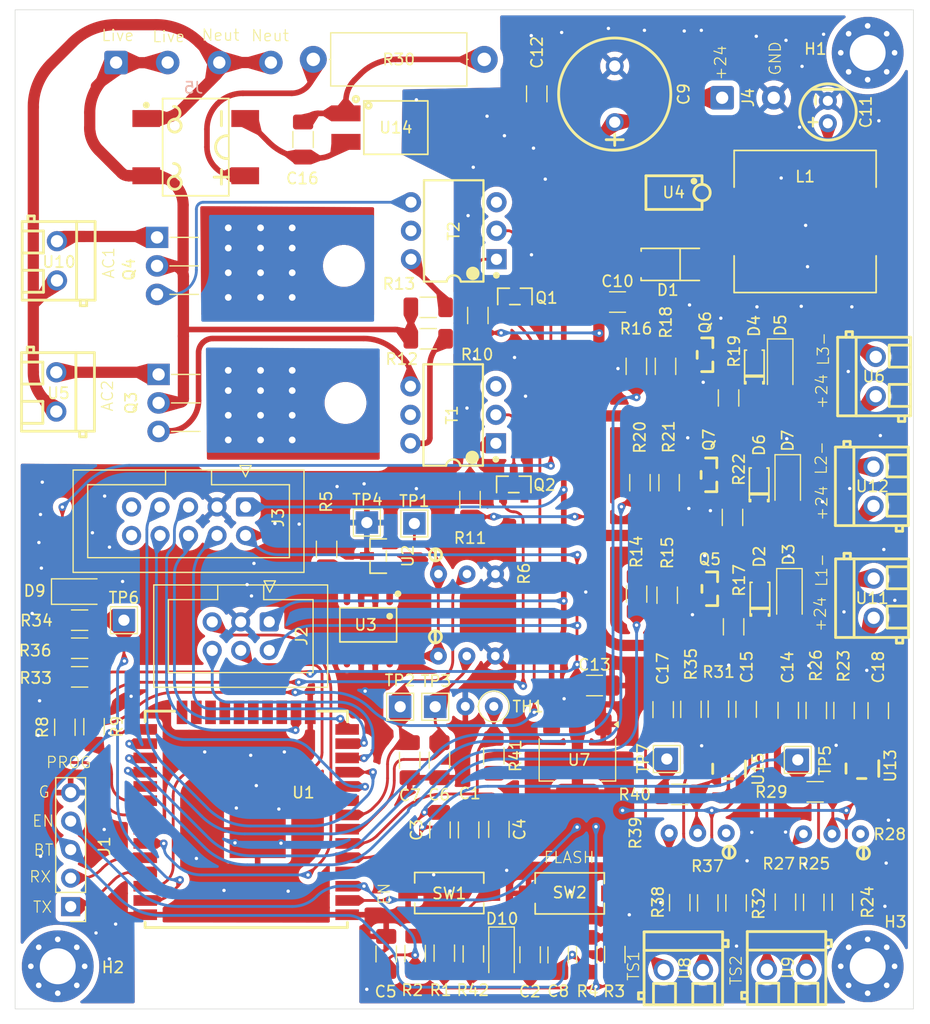
<source format=kicad_pcb>
(kicad_pcb (version 20241229) (generator "pcbnew") (generator_version "9.0")
  (layers (0 "F.Cu" signal) (2 "B.Cu" signal) (13 "F.Paste" user) (15 "B.Paste" user) (5 "F.SilkS" user "F.Silkscreen") (7 "B.SilkS" user "B.Silkscreen") (1 "F.Mask" user) (3 "B.Mask" user) (25 "Edge.Cuts" user))
  (net 0 "")
  (net 1 "LINE")
  (net 2 "Net-(Q3-G)")
  (net 3 "Net-(Q7-G)")
  (net 4 "Net-(T1-AN)")
  (net 5 "Net-(U13-+IN)")
  (net 9 "Net-(C16-Pad1)")
  (net 10 "Net-(T2-AN)")
  (net 11 "Net-(D8--)")
  (net 12 "Net-(U15-+IN)")
  (net 13 "Net-(D3-A)")
  (net 14 "Net-(D5-A)")
  (net 15 "+3.3V")
  (net 16 "+5V")
  (net 17 "Net-(D8-+)")
  (net 18 "Net-(D9-K)")
  (net 21 "Net-(Q1-B)")
  (net 22 "Net-(Q1-C)")
  (net 23 "Net-(Q2-B)")
  (net 24 "Net-(Q2-C)")
  (net 25 "Net-(Q5-G)")
  (net 26 "{slash}ZCD")
  (net 27 "Net-(Q6-G)")
  (net 28 "Net-(R1-Pad1)")
  (net 29 "Net-(R3-Pad1)")
  (net 30 "Net-(U2-CATHODE)")
  (net 31 "Net-(R12-Pad2)")
  (net 32 "Net-(R13-Pad2)")
  (net 33 "Net-(U13--IN)")
  (net 34 "Net-(R27-Pad2)")
  (net 35 "Net-(U13-OUT)")
  (net 37 "Net-(U15--IN)")
  (net 38 "GND")
  (net 39 "ThermocoupleSig1")
  (net 40 "TempSense")
  (net 41 "/VREFAtt2")
  (net 42 "ThermocoupleSig2")
  (net 43 "/VREFAtt1")
  (net 44 "NEUT")
  (net 45 "AcLoad1+")
  (net 46 "AcLoad2+")
  (net 47 "DC_Load2-")
  (net 48 "DC_Load1-")
  (net 49 "Net-(R38-Pad2)")
  (net 50 "DC_Load3-")
  (net 51 "AcLoad1Control")
  (net 52 "AcLoad2Control")
  (net 53 "+24V")
  (net 54 "DcControl1")
  (net 56 "Net-(U15-OUT)")
  (net 57 "DcControl2")
  (net 58 "DcControl3")
  (net 64 "/PROG_TX")
  (net 65 "/I2C_SCL")
  (net 66 "/SPI_CLK")
  (net 67 "/PROG_RX")
  (net 68 "/I2C_RST")
  (net 69 "/SPI_MISO")
  (net 70 "/SPI_RST")
  (net 71 "/I2C_SDA")
  (net 72 "/SPI_MOSI")
  (net 73 "/BOOT_MODE")
  (net 74 "/EN")
  (net 75 "/SPI_CS0")
  (net 76 "/VREF2p5")
  (net 79 "Net-(D1-K)")
  (net 84 "Termocouple1+")
  (net 85 "Termocouple1-")
  (net 86 "Termocouple2+")
  (net 87 "Termocouple2-")
  (net 89 "Net-(D9-A)")
  (net 92 "Net-(D7-A)")
  (net 93 "Net-(Q4-G)")
  (net 95 "Net-(D10-A)")
  (net 96 "HP1")
  (net 97 "HP2")
  (footprint "Resistor_SMD:R_1206_3216Metric_Pad1.30x1.75mm_HandSolder" (layer "F.Cu") (at 80.71944 95.039645 -90)
    (property "Reference" "R32")
    (property "Value" "0")
  )
  (footprint "Resistor_SMD:R_1206_3216Metric_Pad1.30x1.75mm_HandSolder" (layer "F.Cu") (at 57.29944 99.58572 90)
    (property "Reference" "R42")
    (property "Value" "1k")
  )
  (footprint "EasyEDA:RES-ADJ-TH_3296W" (layer "F.Cu") (at 56.71444 73.039645 90)
    (property "Reference" "R7" (hide yes))
    (property "Value" "3296W-1-103LF")
  )
  (footprint "Capacitor_SMD:C_1206_3216Metric_Pad1.33x1.80mm_HandSolder" (layer "F.Cu") (at 81.61944 77.789645 90)
    (property "Reference" "C15")
    (property "Value" "100n")
  )
  (footprint "Resistor_SMD:R_1206_3216Metric_Pad1.30x1.75mm_HandSolder" (layer "F.Cu") (at 22.19944 72.344645)
    (property "Reference" "R34")
    (property "Value" "10k")
  )
  (footprint "TestPoint:TestPoint_THTPad_2.0x2.0mm_Drill1.0mm" (layer "F.Cu") (at 50.77444 77.557145)
    (property "Reference" "TP2")
    (property "Value" "VrefAtt2_TP")
  )
  (footprint "Resistor_SMD:R_1206_3216Metric_Pad1.30x1.75mm_HandSolder" (layer "F.Cu") (at 52.10944 99.54572 -90)
    (property "Reference" "R2")
    (property "Value" "1k")
  )
  (footprint "Capacitor_SMD:C_1206_3216Metric_Pad1.33x1.80mm_HandSolder" (layer "F.Cu") (at 59.57444 88.482145 -90)
    (property "Reference" "C4")
    (property "Value" "100n")
  )
  (footprint "Capacitor_SMD:C_1206_3216Metric_Pad1.33x1.80mm_HandSolder" (layer "F.Cu") (at 68.09944 75.669645)
    (property "Reference" "C13")
    (property "Value" "10u")
  )
  (footprint "Capacitor_SMD:C_1206_3216Metric_Pad1.33x1.80mm_HandSolder" (layer "F.Cu") (at 85.36944 77.877145 90)
    (property "Reference" "C14")
    (property "Value" "1u")
  )
  (footprint "LED_SMD:LED_1206_3216Metric_Pad1.42x1.75mm_HandSolder" (layer "F.Cu") (at 59.80944 99.64822 -90)
    (property "Reference" "D10")
    (property "Value" "LED")
  )
  (footprint "EasyEDA:CONN-TH_DB301V-3.5-2P-GN" (layer "F.Cu") (at 76.01694 101.017145)
    (property "Reference" "U8")
    (property "Value" "DB301V-3.5-2P-GN")
  )
  (footprint "MountingHole:MountingHole_3.2mm_M3_Pad_Via" (layer "F.Cu") (at 92.44944 19.28572)
    (property "Reference" "H1")
    (property "Value" "MountingHole")
  )
  (footprint "Resistor_SMD:R_1206_3216Metric_Pad1.30x1.75mm_HandSolder" (layer "F.Cu") (at 53.27444 44.769645)
    (property "Reference" "R12")
    (property "Value" "360")
  )
  (footprint "Resistor_SMD:R_1206_3216Metric_Pad1.30x1.75mm_HandSolder" (layer "F.Cu") (at 74.57944 67.619645 -90)
    (property "Reference" "R15")
    (property "Value" "10k")
  )
  (footprint "TestPoint:TestPoint_THTPad_2.0x2.0mm_Drill1.0mm" (layer "F.Cu") (at 26.14944 69.844645)
    (property "Reference" "TP6")
    (property "Value" "ZCS_TP")
  )
  (footprint "TestPoint:TestPoint_THTPad_2.0x2.0mm_Drill1.0mm" (layer "F.Cu") (at 52.03944 61.229645)
    (property "Reference" "TP1")
    (property "Value" "Vref_TP")
  )
  (footprint "Resistor_SMD:R_1206_3216Metric_Pad1.30x1.75mm_HandSolder" (layer "F.Cu") (at 20.88444 79.384645 90)
    (property "Reference" "R8")
    (property "Value" "10k")
  )
  (footprint "EasyEDA:SOT-23_L2.9-W1.3-P1.90-LS2.4-BR" (layer "F.Cu") (at 78.29944 56.894645 180)
    (property "Reference" "Q7")
    (property "Value" "AO3400_C2938367")
  )
  (footprint "TestPoint:TestPoint_THTPad_2.0x2.0mm_Drill1.0mm" (layer "F.Cu") (at 47.80444 61.149645)
    (property "Reference" "TP4")
    (property "Value" "GND_TP")
  )
  (footprint "Capacitor_SMD:C_1206_3216Metric_Pad1.33x1.80mm_HandSolder" (layer "F.Cu") (at 54.27444 82.319645 -90)
    (property "Reference" "C6")
    (property "Value" "100n")
  )
  (footprint "EasyEDA:SOT-23-5_L2.9-W1.6-P0.95-LS2.8-BL" (layer "F.Cu") (at 91.91944 83.064645 180)
    (property "Reference" "U13")
    (property "Value" "RS321BXF")
  )
  (footprint "LED_SMD:LED_1206_3216Metric_Pad1.42x1.75mm_HandSolder" (layer "F.Cu") (at 84.64944 47.244645 -90)
    (property "Reference" "D5")
    (property "Value" "LED")
  )
  (footprint "Package_TO_SOT_THT:TO-220-3_Horizontal_TabDown" (layer "F.Cu") (at 29.09944 35.734645 -90)
    (property "Reference" "Q4")
    (property "Value" "BT136-500")
  )
  (footprint "Connector_PinHeader_2.54mm:PinHeader_1x05_P2.54mm_Vertical" (layer "F.Cu") (at 21.39944 95.369645 180)
    (property "Reference" "J1")
    (property "Value" "Conn_01x05_Pin")
  )
  (footprint "Resistor_SMD:R_1206_3216Metric_Pad1.30x1.75mm_HandSolder" (layer "F.Cu") (at 72.14944 57.594645 -90)
    (property "Reference" "R20")
    (property "Value" "680")
  )
  (footprint "EasyEDA:SMA_L4.3-W2.6-LS5.2-RD" (layer "F.Cu") (at 74.84944 38.144645 180)
    (property "Reference" "D1")
    (property "Value" "SS34_C8678")
  )
  (footprint "Resistor_SMD:R_1206_3216Metric_Pad1.30x1.75mm_HandSolder" (layer "F.Cu") (at 59.12444 81.932145 90)
    (property "Reference" "R41")
    (property "Value" "10K")
  )
  (footprint "EasyEDA:RES-ADJ-TH_3296W" (layer "F.Cu") (at 56.72944 65.729645 90)
    (property "Reference" "R6")
    (property "Value" "3296W-1-103LF")
  )
  (footprint "EasyEDA:RES-ADJ-TH_3296W" (layer "F.Cu") (at 77.29444 88.814645 -90)
    (property "Reference" "R39")
    (property "Value" "3296W-1-103LF")
  )
  (footprint "Resistor_SMD:R_1206_3216Metric_Pad1.30x1.75mm_HandSolder" (layer "F.Cu") (at 22.19944 69.844645 180)
    (property "Reference" "R36")
    (property "Value" "680")
  )
  (footprint "Capacitor_SMD:C_1206_3216Metric_Pad1.33x1.80mm_HandSolder" (layer "F.Cu") (at 56.87444 88.532145 -90)
    (property "Reference" "C1")
    (property "Value" "100n")
  )
  (footprint "EasyEDA:CONN-TH_DB301V-3.5-2P-GN" (layer "F.Cu") (at 85.21694 100.992145)
    (property "Reference" "U9")
    (property "Value" "DB301V-3.5-2P-GN")
  )
  (footprint "Resistor_SMD:R_1206_3216Metric_Pad1.30x1.75mm_HandSolder" (layer "F.Cu") (at 57.69944 42.694645 -90)
    (property "Reference" "R10")
    (property "Value" "1K")
  )
  (footprint "Resistor_SMD:R_1206_3216Metric_Pad1.30x1.75mm_HandSolder" (layer "F.Cu") (at 67.40944 99.65572 -90)
    (property "Reference" "R4")
    (property "Value" "1k")
  )
  (footprint "Connector_Wire:SolderWire-0.5sqmm_1x02_P4.6mm_D0.9mm_OD2.1mm" (layer "F.Cu") (at 79.47444 23.294645)
    (property "Reference" "J4")
    (property "Value" "Conn_01x02_Socket")
  )
  (footprint "EasyEDA:IND-SMD_L12.5-W12.5" (layer "F.Cu") (at 86.87444 34.319645)
    (property "Reference" "L1")
    (property "Value" "CYH125-68UH")
  )
  (footprint "EasyEDA:CAP-TH_BD10.0-P5.00-D0.6-FD" (layer "F.Cu") (at 69.89944 22.969645 90)
    (property "Reference" "C9")
    (property "Value" "CD288H1HM471G200T")
  )
  (footprint "TestPoint:TestPoint_THTPad_2.0x2.0mm_Drill1.0mm" (layer "F.Cu") (at 53.89944 77.557145)
    (property "Reference" "TP3")
    (property "Value" "VrefAtt2_TP")
  )
  (footprint "Package_TO_SOT_SMD:SOT-223-3_TabPin2" (layer "F.Cu") (at 66.57444 82.269645 -90)
    (property "Reference" "U7")
    (property "Value" "AMS1117-3.3")
  )
  (footprint "Resistor_SMD:R_1206_3216Metric_Pad1.30x1.75mm_HandSolder" (layer "F.Cu") (at 71.84944 67.519645 -90)
    (property "Reference" "R14")
    (property "Value" "680")
  )
  (footprint "EasyEDA:DBS_L8.4-W6.4-P5.10-LS10.2-BL" (layer "F.Cu") (at 32.54944 27.694645 -90)
    (property "Reference" "D8" (hide yes))
    (property "Value" "DB107S_C525738")
  )
  (footprint "Resistor_SMD:R_1206_3216Metric_Pad1.30x1.75mm_HandSolder" (layer "F.Cu") (at 74.74944 57.594645 -90)
    (property "Reference" "R21")
    (property "Value" "10k")
  )
  (footprint "EasyEDA:SOT-23-3_L2.9-W1.3-P1.90-LS2.4-BR" (layer "F.Cu") (at 48.81444 64.129645)
    (property "Reference" "U2")
    (property "Value" "TL431BIDBZR")
  )
  (footprint "Capacitor_SMD:C_1206_3216Metric_Pad1.33x1.80mm_HandSolder" (layer "F.Cu") (at 49.52944 99.58572 90)
    (property "Reference" "C5")
    (property "Value" "1u")
  )
  (footprint "EasyEDA:CONN-TH_DB301V-3.5-2P-GN" (layer "F.Cu") (at 92.97194 57.917145 90)
    (property "Reference" "U12")
    (property "Value" "DB301V-3.5-2P-GN")
  )
  (footprint "Resistor_SMD:R_1206_3216Metric_Pad1.30x1.75mm_HandSolder" (layer "F.Cu") (at 80.49944 70.43572 90)
    (property "Reference" "R17")
    (property "Value" "10k")
  )
  (footprint "EasyEDA:SOD-123_L2.8-W1.8-LS3.7-RD" (layer "F.Cu") (at 82.34944 47.194645 90)
    (property "Reference" "D4")
    (property "Value" "SD103AW_C181204")
  )
  (footprint "EasyEDA:SOT-23_L2.9-W1.3-P1.90-LS2.4-BR" (layer "F.Cu") (at 77.94944 46.194645 180)
    (property "Reference" "Q6")
    (property "Value" "AO3400_C2938367")
  )
  (footprint "EasyEDA:SOP-4_L6.5-W4.6-P2.54-LS10.3-TL" (layer "F.Cu") (at 50.38944 25.954645)
    (property "Reference" "U14")
    (property "Value" "EL817S1C(F)")
  )
  (footprint "EasyEDA:CONN-TH_DB301V-3.5-2P-GN" (layer "F.Cu") (at 20.17944 37.824645 -90)
    (property "Reference" "U10")
    (property "Value" "DB301V-3.5-2P-GN")
  )
  (footprint "Resistor_SMD:R_1206_3216Metric_Pad1.30x1.75mm_HandSolder" (layer "F.Cu") (at 71.82944 47.224645 -90)
    (property "Reference" "R16")
    (property "Value" "680")
  )
  (footprint "Capacitor_SMD:C_1206_3216Metric_Pad1.33x1.80mm_HandSolder" (layer "F.Cu") (at 62.35944 99.65572 90)
    (property "Reference" "C2")
    (property "Value" "1u")
  )
  (footprint "Resistor_SMD:R_1206_3216Metric_Pad1.30x1.75mm_HandSolder" (layer "F.Cu") (at 78.19444 95.039645 -90)
    (property "Reference" "R37")
    (property "Value" "20k")
  )
  (footprint "EasyEDA:CONN-TH_DB301V-3.5-2P-GN" (layer "F.Cu") (at 93.17194 48.134645 90)
    (property "Reference" "U6")
    (property "Value" "DB301V-3.5-2P-GN")
  )
  (footprint "Resistor_SMD:R_1206_3216Metric_Pad1.30x1.75mm_HandSolder" (layer "F.Cu") (at 53.27444 41.969645)
    (property "Reference" "R13")
    (property "Value" "360")
  )
  (footprint "EasyEDA:CONN-TH_DB301V-3.5-2P-GN" (layer "F.Cu") (at 92.98944 67.884645 90)
    (property "Reference" "U11")
    (property "Value" "DB301V-3.5-2P-GN")
  )
  (footprint "TestPoint:TestPoint_THTPad_2.0x2.0mm_Drill1.0mm" (layer "F.Cu") (at 74.54444 82.214645)
    (property "Reference" "TP7")
    (property "Value" "TC1_TP")
  )
  (footprint "Resistor_SMD:R_1206_3216Metric_Pad1.30x1.75mm_HandSolder" (layer "F.Cu") (at 74.42944 47.224645 -90)
    (property "Reference" "R18")
    (property "Value" "10k")
  )
  (footprint "EasyEDA:SOT-23-3_L2.9-W1.3-P0.95-LS2.4-BR" (layer "F.Cu") (at 60.89944 57.744645 -90)
    (property "Reference" "Q2")
    (property "Value" "S9013_C402281")
  )
  (footprint "Resistor_SMD:R_1206_3216Metric_Pad1.30x1.75mm_HandSolder" (layer "F.Cu") (at 87.76944 85.139645)
    (property "Reference" "R29")
    (property "Value" "680")
  )
  (footprint "EasyEDA:DIP-6_L8.5-W6.4-P2.54-LS7.6-BL" (layer "F.Cu") (at 55.54944 35.144645 90)
    (property "Reference" "T2")
    (property "Value" "MOC3020M" (hide yes))
  )
  (footprint "Resistor_SMD:R_1206_3216Metric_Pad1.30x1.75mm_HandSolder" (layer "F.Cu") (at 56.99944 59.094645 -90)
    (property "Reference" "R11")
    (property "Value" "1K")
  )
  (footprint "EasyEDA:SW-SMD_L6.0-W3.5-LS8.0" (layer "F.Cu") (at 55.14944 94.157145)
    (property "Reference" "SW1")
    (property "Value" "TSB008A2526A")
  )
  (footprint "MountingHole:MountingHole_3.2mm_M3_Pad_Via" (layer "F.Cu") (at 20.24944 100.68572)
    (property "Reference" "H2")
    (property "Value" "MountingHole")
  )
  (footprint "EasyEDA:SOIC-8_L5.0-W4.0-P1.27-LS6.0-BL" (layer "F.Cu") (at 75.184445 31.744645 180)
    (property "Reference" "U4")
    (property "Value" "XL1509-5.0E1")
  )
  (footprint "EasyEDA:SOD-123_L2.8-W1.8-LS3.7-RD" (layer "F.Cu") (at 82.77444 57.694645 90)
    (property "Reference" "D6")
    (property "Value" "SD103AW_C181204")
  )
  (footprint "EasyEDA:CAP-TH_BD5.0-P2.00-D0.5-FD-A" (layer "F.Cu") (at 88.89944 24.569645 90)
    (property "Reference" "C11")
    (property "Value" "EWH1AM221D11OT")
  )
  (footprint "EasyEDA:SOT-23_L2.9-W1.3-P1.90-LS2.4-BR" (layer "F.Cu") (at 78.37444 67.044645 180)
    (property "Reference" "Q5")
    (property "Value" "AO3400_C2938367")
  )
  (footprint "Resistor_SMD:R_1206_3216Metric_Pad1.30x1.75mm_HandSolder" (layer "F.Cu") (at 90.34444 77.889645 90)
    (property "Reference" "R23")
    (property "Value" "20k")
  )
  (footprint "EasyEDA:SW-SMD_L6.0-W3.5-LS8.0" (layer "F.Cu") (at 65.88944 94.189645)
    (property "Reference" "SW2")
    (property "Value" "TSB008A2526A")
  )
  (footprint "Connector_IDC:IDC-Header_2x05_P2.54mm_Vertical" (layer "F.Cu") (at 36.98944 59.754645 -90)
    (property "Reference" "J3")
    (property "Value" "Conn_02x05_Counter_Clockwise")
  )
  (footprint "Resistor_SMD:R_1206_3216Metric_Pad1.30x1.75mm_HandSolder" (layer "F.Cu") (at 22.19944 74.894645 180)
    (property "Reference" "R33")
    (property "Value" "1k")
  )
  (footprint "Capacitor_SMD:C_1206_3216Metric_Pad1.33x1.80mm_HandSolder" (layer "F.Cu") (at 42.11944 27.01572 -90)
    (property "Reference" "C16")
    (property "Value" "100nF")
  )
  (footprint "Resistor_SMD:R_1206_3216Metric_Pad1.30x1.75mm_HandSolder" (layer "F.Cu") (at 80.39944 60.68572 90)
    (property "Reference" "R22")
    (property "Value" "10k")
  )
  (footprint "EasyEDA:SOT-23-5_L2.9-W1.6-P0.95-LS2.8-BL" (layer "F.Cu") (at 80.03444 83.089645 180)
    (property "Reference" "U15")
    (property "Value" "RS321BXF")
  )
  (footprint "Resistor_SMD:R_1206_3216Metric_Pad1.30x1.75mm_HandSolder" (layer "F.Cu") (at 75.66944 85.364645)
    (property "Reference" "R40")
    (property "Value" "680")
  )
  (footprint "Capacitor_SMD:C_1206_3216Metric_Pad1.33x1.80mm_HandSolder" (layer "F.Cu") (at 54.32444 88.532145 -90)
    (property "Reference" "C3")
    (property "Value" "100n")
  )
  (footprint "Capacitor_SMD:C_1206_3216Metric_Pad1.33x1.80mm_HandSolder" (layer "F.Cu") (at 74.21944 77.814645 90)
    (property "Reference" "C17")
    (property "Value" "1u")
  )
  (footprint "MountingHole:MountingHole_3.2mm_M3_Pad_Via" (layer "F.Cu") (at 92.44944 100.68572)
    (property "Reference" "H3")
    (property "Value" "MountingHole")
  )
  (footprint "Capacitor_SMD:C_1206_3216Metric_Pad1.33x1.80mm_HandSolder" (layer "F.Cu") (at 64.85944 99.67572 90)
    (property "Reference" "C8")
    (property "Value" "1u")
  )
  (footprint "LED_SMD:LED_1206_3216Metric_Pad1.42x1.75mm_HandSolder" (layer "F.Cu") (at 22.14944 67.294645)
    (property "Reference" "D9")
    (property "Value" "LED")
  )
  (footprint "Connector_IDC:IDC-Header_2x03_P2.54mm_Vertical" (layer "F.Cu") (at 39.09944 69.994645 -90)
    (property "Reference" "J2")
    (property "Value" "Conn_02x03_Counter_Clockwise")
  )
  (footprint "Resistor_SMD:R_1206_3216Metric_Pad1.30x1.75mm_HandSolder" (layer "F.Cu") (at 85.11944 94.964645 90)
    (property "Reference" "R27")
    (property "Value" "680k")
  )
  (footprint "Resistor_SMD:R_1206_3216Metric_Pad1.30x1.75mm_HandSolder" (layer "F.Cu") (at 23.48444 79.334645 90)
    (property "Reference" "R9")
    (property "Value" "10k")
  )
  (footprint "Resistor_SMD:R_1206_3216Metric_Pad1.30x1.75mm_HandSolder" (layer "F.Cu") (at 79.14444 77.764645 90)
    (property "Reference" "R31")
    (property "Value" "20k")
  )
  (footprint "EasyEDA:DIP-6_L8.5-W6.4-P2.54-LS7.6-BL" (layer "F.Cu") (at 55.49944 51.544645 90)
    (property "Reference" "T1")
    (property "Value" "MOC3020M" (hide yes))
  )
  (footprint "EasyEDA:WIFIM-SMD_39P-L25.5-W18.0-P1.27-BL" (layer "F.Cu") (at 37.04944 87.069645 90)
    (property "Reference" "U1")
    (property "Value" "ESP32-WROOM-32D")
  )
  (footprint "EasyEDA:SOIC-8_L4.9-W3.9-P1.27-LS6.0-BL" (layer "F.Cu") (at 47.92944 70.259645 180)
    (property "Reference" "U3")
    (property "Value" "TL431ACDR")
  )
  (footprint "LED_SMD:LED_1206_3216Metric_Pad1.42x1.75mm_HandSolder" (layer "F.Cu") (at 85.32444 57.56072 -90)
    (property "Reference" "D7")
    (property "Value" "LED")
  )
  (footprint "Capacitor_SMD:C_1206_3216Metric_Pad1.33x1.80mm_HandSolder" (layer "F.Cu") (at 51.62444 82.319645 -90)
    (property "Reference" "C7")
    (property "Value" "100n")
  )
  (footprint "TestPoint:TestPoint_THTPad_2.0x2.0mm_Drill1.0mm" (layer "F.Cu") (at 86.21944 82.289645)
    (property "Reference" "TP5")
    (property "Value" "TC1_TP")
  )
  (footprint "Resistor_SMD:R_1206_3216Metric_Pad1.30x1.75mm_HandSolder" (layer "F.Cu") (at 90.19444 94.964645 -90)
    (property "Reference" "R24")
    (property "Value" "0")
  )
  (footprint "Resistor_SMD:R_1206_3216Metric_Pad1.30x1.75mm_HandSolder" (layer "F.Cu") (at 80.04944 50.044645 90)
    (property "Reference" "R19")
    (property "Value" "10k")
  )
  (footprint "Capacitor_SMD:C_1206_3216Metric_Pad1.33x1.80mm_HandSolder" (layer "F.Cu") (at 93.39444 77.902145 90)
    (property "Reference" "C18")
    (property "Value" "100n")
  )
  (footprint "Resistor_THT:R_Axial_DIN0414_L11.9mm_D4.5mm_P15.24mm_Horizontal" (layer "F.Cu") (at 58.26944 19.874645 180)
    (property "Reference" "R30")
    (property "Value" "33k (2W)")
  )
  (footprint "Package_TO_SOT_THT:TO-220-3_Horizontal_TabDown" (layer "F.Cu") (at 29.23944 47.94572 -90)
    (property "Reference" "Q3")
    (property "Value" "BT136-500")
  )
  (footprint "Resistor_SMD:R_1206_3216Metric_Pad1.30x1.75mm_HandSolder" (layer "F.Cu") (at 76.69444 77.789645 90)
    (property "Reference" "R35")
    (property "Value" "680k")
  )
  (footprint "Resistor_SMD:R_1206_3216Metric_Pad1.30x1.75mm_HandSolder" (layer "F.Cu") (at 69.90944 99.63572 -90)
    (property "Reference" "R3")
    (property "Value" "10k")
  )
  (footprint "Resistor_SMD:R_1206_3216Metric_Pad1.30x1.75mm_HandSolder" (layer "F.Cu") (at 54.70944 99.51572 -90)
    (property "Reference" "R1")
    (property "Value" "10k")
  )
  (footprint "Resistor_SMD:R_1206_3216Metric_Pad1.30x1.75mm_HandSolder" (layer "F.Cu") (at 44.21444 63.529645 -90)
    (property "Reference" "R5")
    (property "Value" "1k")
  )
  (footprint "Resistor_THT:R_Axial_DIN0207_L6.3mm_D2.5mm_P2.54mm_Vertical" (layer "F.Cu") (at 59.12444 77.527145 180)
    (property "Reference" "TH1")
    (property "Value" "Thermistor_NTC")
  )
  (footprint "EasyEDA:RES-ADJ-TH_3296W" (layer "F.Cu") (at 89.26944 88.889645 -90)
    (property "Reference" "R28")
    (property "Value" "3296W-1-103LF")
  )
  (footprint "EasyEDA:SOD-123_L2.8-W1.8-LS3.7-RD" (layer "F.Cu") (at 82.84944 67.88572 90)
    (property "Reference" "D2")
    (property "Value" "SD103AW_C181204")
  )
  (footprint "EasyEDA:SOT-23-3_L2.9-W1.3-P0.95-LS2.4-BR" (layer "F.Cu") (at 60.99944 40.994645 -90)
    (property "Reference" "Q1")
    (property "Value" "S9013_C402281")
  )
  (footprint "EasyEDA:CONN-TH_DB301V-3.5-2P-GN" (layer "F.Cu") (at 20.11944 49.504645 -90)
    (property "Reference" "U5")
    (property "Value" "DB301V-3.5-2P-GN")
  )
  (footprint "LED_SMD:LED_1206_3216Metric_Pad1.42x1.75mm_HandSolder" (layer "F.Cu") (at 85.47444 67.707145 -90)
    (property "Reference" "D3")
    (property "Value" "LED")
  )
  (footprint "Resistor_SMD:R_1206_3216Metric_Pad1.30x1.75mm_HandSolder" (layer "F.Cu") (at 87.86944 77.889645 90)
    (property "Reference" "R26")
    (property "Value" "680k")
  )
  (footprint "Resistor_SMD:R_1206_3216Metric_Pad1.30x1.75mm_HandSolder" (layer "F.Cu") (at 87.64444 94.989645 -90)
    (property "Reference" "R25")
    (property "Value" "20k")
  )
  (footprint "Capacitor_SMD:C_1206_3216Metric_Pad1.33x1.80mm_HandSolder" (layer "F.Cu") (at 70.14944 41.494645)
    (property "Reference" "C10")
    (property "Value" "1u")
  )
  (footprint "Resistor_SMD:R_1206_3216Metric_Pad1.30x1.75mm_HandSolder" (layer "F.Cu") (at 75.69444 95.014645 90)
    (property "Reference" "R38")
    (property "Value" "680k")
  )
  (footprint "Capacitor_SMD:C_1206_3216Metric_Pad1.33x1.80mm_HandSolder" (layer "F.Cu") (at 62.94944 22.944645 -90)
    (property "Reference" "C12")
    (property "Value" "10u")
  )
  (footprint "Connector_Wire:SolderWire-0.5sqmm_1x04_P4.6mm_D0.9mm_OD2.1mm" (layer "B.Cu") (at 25.44944 20.154645)
    (property "Reference" "J5")
    (property "Value" "Conn_01x04_Socket")
  )
  (gr_rect (start 16.44944 15.45572) (end 96.52944 104.48572) (stroke (width 0.05)) (fill no) (layer "Edge.Cuts"))
  (gr_text "TS2" (at 81.29944 102.43572 90) (layer "F.SilkS") (effects (font (size 1 1) (thickness 0.1)) (justify left bottom)))
  (gr_text "TX" (at 17.96944 95.99572 0) (layer "F.SilkS") (effects (font (size 1 1) (thickness 0.1)) (justify left bottom)))
  (gr_text "Live" (at 28.60944 18.42572 0) (layer "F.SilkS") (effects (font (size 1 1) (thickness 0.1)) (justify left bottom)))
  (gr_text "RX" (at 17.63944 93.29572 0) (layer "F.SilkS") (effects (font (size 1 1) (thickness 0.1)) (justify left bottom)))
  (gr_text "AC2" (at 25.25944 51.31572 90) (layer "F.SilkS") (effects (font (size 1 1) (thickness 0.1)) (justify left bottom)))
  (gr_text "EN" (at 17.90944 88.32572 0) (layer "F.SilkS") (effects (font (size 1 1) (thickness 0.1)) (justify left bottom)))
  (gr_text "AC1" (at 25.36944 39.47572 90) (layer "F.SilkS") (effects (font (size 1 1) (thickness 0.1)) (justify left bottom)))
  (gr_text "Neut" (at 37.41944 18.34572 0) (layer "F.SilkS") (effects (font (size 1 1) (thickness 0.1)) (justify left bottom)))
  (gr_text "+24" (at 88.93944 51.10572 90) (layer "F.SilkS") (effects (font (size 1 1) (thickness 0.1)) (justify left bottom)))
  (gr_text "L1-" (at 88.92944 66.94572 90) (layer "F.SilkS") (effects (font (size 1 1) (thickness 0.1)) (justify left bottom)))
  (gr_text "+24" (at 88.93944 61.05572 90) (layer "F.SilkS") (effects (font (size 1 1) (thickness 0.1)) (justify left bottom)))
  (gr_text "TS1" (at 72.15944 102.05572 90) (layer "F.SilkS") (effects (font (size 1 1) (thickness 0.1)) (justify left bottom)))
  (gr_text "Neut" (at 33.00944 18.29572 0) (layer "F.SilkS") (effects (font (size 1 1) (thickness 0.1)) (justify left bottom)))
  (gr_text "PROG" (at 19.13944 83.10572 0) (layer "F.SilkS") (effects (font (size 1 1) (thickness 0.1)) (justify left bottom)))
  (gr_text "Live" (at 24.07944 18.32572 0) (layer "F.SilkS") (effects (font (size 1 1) (thickness 0.1)) (justify left bottom)))
  (gr_text "+24" (at 88.80944 70.95572 90) (layer "F.SilkS") (effects (font (size 1 1) (thickness 0.1)) (justify left bottom)))
  (gr_text "BT" (at 18.02944 90.91572 0) (layer "F.SilkS") (effects (font (size 1 1) (thickness 0.1)) (justify left bottom)))
  (gr_text "G" (at 18.46944 85.73572 0) (layer "F.SilkS") (effects (font (size 1 1) (thickness 0.1)) (justify left bottom)))
  (gr_text "L3-" (at 89.07944 47.23572 90) (layer "F.SilkS") (effects (font (size 1 1) (thickness 0.1)) (justify left bottom)))
  (gr_text "FLASH" (at 63.50944 91.57572 0) (layer "F.SilkS") (effects (font (size 1 1) (thickness 0.1)) (justify left bottom)))
  (gr_text "GND" (at 84.78944 21.37572 90) (layer "F.SilkS") (effects (font (size 1 1) (thickness 0.1)) (justify left bottom)))
  (gr_text "EN" (at 49.92944 95.26572 90) (layer "F.SilkS") (effects (font (size 1 1) (thickness 0.1)) (justify left bottom)))
  (gr_text "+24" (at 79.91944 21.81572 90) (layer "F.SilkS") (effects (font (size 1 1) (thickness 0.1)) (justify left bottom)))
  (gr_text "L2-" (at 88.88944 56.95572 90) (layer "F.SilkS") (effects (font (size 1 1) (thickness 0.1)) (justify left bottom)))
  (segment (start 30.08125 20.312834) (end 29.84444 20.549645) (width 0.5) (layer "F.Cu") (net 1))
  (segment (start 23.68444 22.279645) (end 25.15944 20.804645) (width 1) (layer "F.Cu") (net 1))
  (segment (start 31.44944 44.532145) (end 31.44944 50.110294) (width 1) (layer "F.Cu") (net 1))
  (segment (start 30.08125 20.312834) (end 29.78444 20.609645) (width 1) (layer "F.Cu") (net 1))
  (segment (start 31.44944 39.204645) (end 31.44944 44.532145) (width 1) (layer "F.Cu") (net 1))
  (segment (start 24.33194 21.632145) (end 25.56444 20.399645) (width 1) (layer "F.Cu") (net 1))
  (segment (start 31.42444 32.847982) (end 31.42444 38.619645) (width 1) (layer "F.Cu") (net 1))
  (segment (start 30.24444 20.594645) (end 30.26444 20.614645) (width 1) (layer "F.Cu") (net 1))
  (segment (start 29.23444 50.439645) (end 29.22944 50.444645) (width 1) (layer "F.Cu") (net 1))
  (segment (start 23.927866 27.978071) (end 25.60944 29.659645) (width 1) (layer "F.Cu") (net 1))
  (segment (start 29.246511 50.434645) (end 29.23444 50.439645) (width 1) (layer "F.Cu") (net 1))
  (segment (start 30.51944 38.274645) (end 29.851069 38.274645) (width 1) (layer "F.Cu") (net 1))
  (segment (start 30.02194 20.169645) (end 25.62444 20.169645) (width 1) (layer "F.Cu") (net 1))
  (segment (start 25.92444 29.974645) (end 23.927866 27.978071) (width 1) (layer "F.Cu") (net 1))
  (segment (start 23.09944 24.607663) (end 23.09944 25.978073) (width 1) (layer "F.Cu") (net 1))
  (segment (start 30.22444 20.54636) (end 30.22444 20.372145) (width 1) (layer "F.Cu") (net 1))
  (segment (start 26.576277 30.244645) (end 28.821102 30.244645) (width 1) (layer "F.Cu") (net 1))
  (segment (start 29.40444 38.459645) (end 29.21944 38.644645) (width 1) (layer "F.Cu") (net 1))
  (segment (start 31.44944 43.944645) (end 50.316076 43.944645) (width 0.5) (layer "F.Cu") (net 1))
  (segment (start 51.72444 44.186281) (end 51.72444 41.969645) (width 0.5) (layer "F.Cu") (net 1))
  (segment (start 26.576277 30.244645) (end 27.61944 30.244645) (width 1) (layer "F.Cu") (net 1))
  (segment (start 31.125089 50.434645) (end 29.246511 50.434645) (width 1) (layer "F.Cu") (net 1))
  (arc (start 50.316076 43.944645) (mid 50.855033 44.05185) (end 51.31194 44.357145) (width 0.5) (layer "F.Cu") (net 1))
  (arc (start 26.576277 30.244645) (mid 26.576277 30.244645) (end 26.576277 30.244645) (width 1) (layer "F.Cu") (net 1))
  (arc (start 30.22444 20.54636) (mid 30.229637 20.572491) (end 30.24444 20.594645) (width 1) (layer "F.Cu") (net 1))
  (arc (start 30.66194 31.007145) (mid 31.226272 31.851728) (end 31.42444 32.847982) (width 1) (layer "F.Cu") (net 1))
  (arc (start 24.33194 21.632145) (mid 23.419756 22.997324) (end 23.09944 24.607663) (width 1) (layer "F.Cu") (net 1))
  (arc (start 30.02194 20.169645) (mid 30.165129 20.228955) (end 30.22444 20.372145) (width 1) (layer "F.Cu") (net 1))
  (arc (start 25.92444 29.974645) (mid 26.223505 30.174474) (end 26.576277 30.244645) (width 1) (layer "F.Cu") (net 1))
  (arc (start 23.09944 25.978073) (mid 23.31474 27.060464) (end 23.927866 27.978071) (width 1) (layer "F.Cu") (net 1))
  (arc (start 30.66194 31.007145) (mid 29.817356 30.442812) (end 28.821102 30.244645) (width 1) (layer "F.Cu") (net 1))
  (arc (start 31.44944 39.204645) (mid 31.177049 38.547035) (end 30.51944 38.274645) (width 1) (layer "F.Cu") (net 1))
  (arc (start 23.927866 27.978071) (mid 23.31474 27.060464) (end 23.09944 25.978073) (width 1) (layer "F.Cu") (net 1))
  (arc (start 26.576277 30.244645) (mid 26.22349 30.174465) (end 25.92444 29.974645) (width 1) (layer "F.Cu") (net 1))
  (arc (start 51.31194 44.357145) (mid 51.575273 44.409524) (end 51.72444 44.186281) (width 0.5) (layer "F.Cu") (net 1))
  (arc (start 30.08125 20.312834) (mid 30.08125 20.312834) (end 30.08125 20.312834) (width 0.5) (layer "F.Cu") (net 1))
  (arc (start 29.851069 38.274645) (mid 29.609355 38.322724) (end 29.40444 38.459645) (width 1) (layer "F.Cu") (net 1))
  (arc (start 30.08125 20.312834) (mid 30.099433 20.221424) (end 30.02194 20.169645) (width 1) (layer "F.Cu") (net 1))
  (arc (start 31.35444 50.339645) (mid 31.249213 50.409955) (end 31.125089 50.434645) (width 1) (layer "F.Cu") (net 1))
  (arc (start 31.44944 50.110294) (mid 31.42475 50.234418) (end 31.35444 50.339645) (width 1) (layer "F.Cu") (net 1))
  (arc (start 30.22444 20.372145) (mid 30.17266 20.294651) (end 30.08125 20.312834) (width 1) (layer "F.Cu") (net 1))
  (segment (start 51.68944 48.009645) (end 51.68944 48.834645) (width 0.5) (layer "F.Cu") (net 2))
  (segment (start 47.524099 44.744645) (end 34.07977 44.744645) (width 0.5) (layer "F.Cu") (net 2))
  (segment (start 30.22944 52.974645) (end 29.23944 52.974645) (width 0.5) (layer "F.Cu") (net 2))
  (segment (start 31.919475 52.274609) (end 32.00944 52.184645) (width 0.5) (layer "F.Cu") (net 2))
  (segment (start 32.79944 50.277416) (end 32.79944 46.024975) (width 0.5) (layer "F.Cu") (net 2))
  (segment (start 51.106076 46.601281) (end 50.46944 45.964645) (width 0.5) (layer "F.Cu") (net 2))
  (arc (start 34.07977 44.744645) (mid 33.589808 44.842104) (end 33.17444 45.119645) (width 0.5) (layer "F.Cu") (net 2))
  (arc (start 33.17444 45.119645) (mid 32.896899 45.535013) (end 32.79944 46.024975) (width 0.5) (layer "F.Cu") (net 2))
  (arc (start 51.106076 46.601281) (mid 51.537828 47.247444) (end 51.68944 48.009645) (width 0.5) (layer "F.Cu") (net 2))
  (arc (start 31.919475 52.274609) (mid 31.14408 52.792711) (end 30.22944 52.974645) (width 0.5) (layer "F.Cu") (net 2))
  (arc (start 50.46944 45.964645) (mid 49.118106 45.061712) (end 47.524099 44.744645) (width 0.5) (layer "F.Cu") (net 2))
  (arc (start 32.79944 50.277416) (mid 32.594125 51.3096) (end 32.00944 52.184645) (width 0.5) (layer "F.Cu") (net 2))
  (segment (start 72.234795 55.994645) (end 72.69944 55.994645) (width 0.5) (layer "F.Cu") (net 3))
  (segment (start 74.572663 56.044645) (end 72.184795 56.044645) (width 0.25) (layer "F.Cu") (net 3))
  (segment (start 75.176216 55.794645) (end 77.14944 55.794645) (width 0.25) (layer "F.Cu") (net 3))
  (arc (start 75.176216 55.794645) (mid 75.012896 55.827131) (end 74.87444 55.919645) (width 0.25) (layer "F.Cu") (net 3))
  (arc (start 72.17444 56.019645) (mid 72.171265 56.035604) (end 72.184795 56.044645) (width 0.5) (layer "F.Cu") (net 3))
  (arc (start 72.234795 55.994645) (mid 72.202131 56.001142) (end 72.17444 56.019645) (width 0.5) (layer "F.Cu") (net 3))
  (arc (start 74.87444 55.919645) (mid 74.735983 56.012158) (end 74.572663 56.044645) (width 0.25) (layer "F.Cu") (net 3))
  (segment (start 56.99944 55.979533) (end 56.99944 57.544645) (width 0.25) (layer "F.Cu") (net 4))
  (segment (start 58.70944 54.084645) (end 59.30944 54.084645) (width 0.25) (layer "F.Cu") (net 4))
  (segment (start 57.685175 54.508909) (end 57.55444 54.639645) (width 0.25) (layer "F.Cu") (net 4))
  (arc (start 58.70944 54.084645) (mid 58.155112 54.194907) (end 57.685175 54.508909) (width 0.25) (layer "F.Cu") (net 4))
  (arc (start 57.55444 54.639645) (mid 57.143679 55.25439) (end 56.99944 55.979533) (width 0.25) (layer "F.Cu") (net 4))
  (segment (start 87.86944 79.439645) (end 85.36944 79.439645) (width 0.25) (layer "F.Cu") (net 5))
  (segment (start 90.34444 79.457322) (end 90.34444 80.201759) (width 0.25) (layer "F.Cu") (net 5))
  (segment (start 92.86944 81.080919) (end 92.86944 81.964645) (width 0.25) (layer "F.Cu") (net 5))
  (segment (start 90.35694 79.452145) (end 90.36944 79.464645) (width 0.25) (layer "F.Cu") (net 5))
  (segment (start 92.323165 80.534645) (end 90.677325 80.534645) (width 0.25) (layer "F.Cu") (net 5))
  (segment (start 90.362117 79.439645) (end 90.94444 79.439645) (width 0.25) (layer "F.Cu") (net 5))
  (segment (start 90.326762 79.439645) (end 87.86944 79.439645) (width 0.25) (layer "F.Cu") (net 5))
  (segment (start 90.326762 79.439645) (end 90.362117 79.439645) (width 0.25) (layer "F.Cu") (net 5))
  (arc (start 90.34444 80.201759) (mid 90.369779 80.329149) (end 90.44194 80.437145) (width 0.25) (layer "F.Cu") (net 5))
  (arc (start 90.362117 79.439645) (mid 90.355352 79.444165) (end 90.35694 79.452145) (width 0.25) (layer "F.Cu") (net 5))
  (arc (start 90.34444 79.457322) (mid 90.339262 79.444822) (end 90.326762 79.439645) (width 0.25) (layer "F.Cu") (net 5))
  (arc (start 90.35694 79.452145) (mid 90.34896 79.450557) (end 90.34444 79.457322) (width 0.25) (layer "F.Cu") (net 5))
  (arc (start 92.70944 80.694645) (mid 92.532215 80.576227) (end 92.323165 80.534645) (width 0.25) (layer "F.Cu") (net 5))
  (arc (start 90.44194 80.437145) (mid 90.549935 80.509305) (end 90.677325 80.534645) (width 0.25) (layer "F.Cu") (net 5))
  (arc (start 92.70944 80.694645) (mid 92.827857 80.871869) (end 92.86944 81.080919) (width 0.25) (layer "F.Cu") (net 5))
  (segment (start 50.386453 19.874645) (end 58.26944 19.874645) (width 0.5) (layer "F.Cu") (net 9))
  (segment (start 46.719025 21.700059) (end 47.24194 21.177145) (width 0.5) (layer "F.Cu") (net 9))
  (segment (start 45.93944 23.582145) (end 45.93944 24.65636) (width 0.5) (layer "F.Cu") (net 9))
  (segment (start 42.503727 25.068932) (end 42.11944 25.45322) (width 0.5) (layer "F.Cu") (net 9))
  (segment (start 45.911155 24.684645) (end 43.431479 24.684645) (width 0.5) (layer "F.Cu") (net 9))
  (segment (start 45.95944 24.664645) (end 45.97944 24.644645) (width 0.5) (layer "F.Cu") (net 9))
  (arc (start 45.93944 24.65636) (mid 45.946672 24.667184) (end 45.95944 24.664645) (width 0.5) (layer "F.Cu") (net 9))
  (arc (start 43.431479 24.684645) (mid 42.929383 24.784517) (end 42.503727 25.068932) (width 0.5) (layer "F.Cu") (net 9))
  (arc (start 45.95944 24.664645) (mid 45.937286 24.679447) (end 45.911155 24.684645) (width 0.5) (layer "F.Cu") (net 9))
  (arc (start 50.386453 19.874645) (mid 48.684654 20.213153) (end 47.24194 21.177145) (width 0.5) (layer "F.Cu") (net 9))
  (arc (start 45.911155 24.684645) (mid 45.931155 24.67636) (end 45.93944 24.65636) (width 0.5) (layer "F.Cu") (net 9))
  (arc (start 46.719025 21.700059) (mid 46.142047 22.563567) (end 45.93944 23.582145) (width 0.5) (layer "F.Cu") (net 9))
  (segment (start 58.243287 37.684645) (end 59.35944 37.684645) (width 0.25) (layer "F.Cu") (net 10))
  (segment (start 57.74944 41.094645) (end 57.69944 41.144645) (width 0.25) (layer "F.Cu") (net 10))
  (segment (start 57.79944 40.973934) (end 57.79944 38.128492) (width 0.25) (layer "F.Cu") (net 10))
  (arc (start 58.243287 37.684645) (mid 58.073434 37.71843) (end 57.92944 37.814645) (width 0.25) (layer "F.Cu") (net 10))
  (arc (start 57.92944 37.814645) (mid 57.833225 37.958639) (end 57.79944 38.128492) (width 0.25) (layer "F.Cu") (net 10))
  (arc (start 57.79944 40.973934) (mid 57.786445 41.039262) (end 57.74944 41.094645) (width 0.25) (layer "F.Cu") (net 10))
  (segment (start 43.479371 28.66572) (end 42.48944 28.66572) (width 0.5) (layer "F.Cu") (net 11))
  (segment (start 39.05999 27.245195) (end 36.95944 25.144645) (width 0.5) (layer "F.Cu") (net 11))
  (segment (start 45.218902 27.945182) (end 45.93944 27.224645) (width 0.5) (layer "F.Cu") (net 11))
  (arc (start 39.05999 27.245195) (mid 40.633435 28.296537) (end 42.48944 28.66572) (width 0.5) (layer "F.Cu") (net 11))
  (arc (start 45.218902 27.945182) (mid 44.420798 28.478458) (end 43.479371 28.66572) (width 0.5) (layer "F.Cu") (net 11))
  (segment (start 76.69444 79.339645) (end 79.101762 79.339645) (width 0.25) (layer "F.Cu") (net 12))
  (segment (start 76.69444 79.339645) (end 74.25694 79.339645) (width 0.25) (layer "F.Cu") (net 12))
  (segment (start 80.27599 80.564645) (end 79.784605 80.564645) (width 0.25) (layer "F.Cu") (net 12))
  (segment (start 80.98444 81.273094) (end 80.98444 81.989645) (width 0.25) (layer "F.Cu") (net 12))
  (segment (start 79.14444 79.924479) (end 79.14444 79.332322) (width 0.25) (layer "F.Cu") (net 12))
  (segment (start 74.26444 79.344645) (end 74.22694 79.382145) (width 0.25) (layer "F.Cu") (net 12))
  (arc (start 80.77694 80.772145) (mid 80.930512 81.001982) (end 80.98444 81.273094) (width 0.25) (layer "F.Cu") (net 12))
  (arc (start 79.14444 79.332322) (mid 79.139919 79.325557) (end 79.13194 79.327145) (width 0.25) (layer "F.Cu") (net 12))
  (arc (start 79.14444 79.924479) (mid 79.193169 80.16946) (end 79.33194 80.377145) (width 0.25) (layer "F.Cu") (net 12))
  (arc (start 80.77694 80.772145) (mid 80.547102 80.618572) (end 80.27599 80.564645) (width 0.25) (layer "F.Cu") (net 12))
  (arc (start 79.13194 79.327145) (mid 79.118094 79.336396) (end 79.101762 79.339645) (width 0.25) (layer "F.Cu") (net 12))
  (arc (start 79.33194 80.377145) (mid 79.539624 80.515915) (end 79.784605 80.564645) (width 0.25) (layer "F.Cu") (net 12))
  (segment (start 80.94944 68.43572) (end 80.49944 68.88572) (width 0.25) (layer "F.Cu") (net 13))
  (segment (start 84.869977 68.590182) (end 85.47444 69.194645) (width 0.25) (layer "F.Cu") (net 13))
  (segment (start 83.410675 67.98572) (end 82.035836 67.98572) (width 0.25) (layer "F.Cu") (net 13))
  (arc (start 82.035836 67.98572) (mid 81.447882 68.102671) (end 80.94944 68.43572) (width 0.25) (layer "F.Cu") (net 13))
  (arc (start 84.869977 68.590182) (mid 84.200443 68.142814) (end 83.410675 67.98572) (width 0.25) (layer "F.Cu") (net 13))
  (segment (start 84.026227 48.108932) (end 84.64944 48.732145) (width 0.25) (layer "F.Cu") (net 14))
  (segment (start 80.553902 47.990182) (end 80.04944 48.494645) (width 0.25) (layer "F.Cu") (net 14))
  (segment (start 82.521659 47.48572) (end 81.771782 47.48572) (width 0.25) (layer "F.Cu") (net 14))
  (arc (start 81.771782 47.48572) (mid 81.11267 47.616825) (end 80.553902 47.990182) (width 0.25) (layer "F.Cu") (net 14))
  (arc (start 84.026227 48.108932) (mid 83.335925 47.647687) (end 82.521659 47.48572) (width 0.25) (layer "F.Cu") (net 14))
  (segment (start 68.22944 102.494645) (end 68.667602 102.494645) (width 0.25) (layer "F.Cu") (net 15))
  (segment (start 66.53694 64.088272) (end 66.53694 75.669645) (width 0.25) (layer "F.Cu") (net 15))
  (segment (start 54.18694 101.064645) (end 54.22444 101.102145) (width 0.25) (layer "F.Cu") (net 15))
  (segment (start 62.35944 102.580502) (end 62.35944 101.21822) (width 0.25) (layer "F.Cu") (net 15))
  (segment (start 69.32781 102.216274) (end 69.31944 102.224645) (width 0.25) (layer "F.Cu") (net 15))
  (segment (start 43.676701 62.294645) (end 36.98944 62.294645) (width 0.25) (layer "F.Cu") (net 15))
  (segment (start 66.57444 83.418128) (end 66.57444 79.146161) (width 1) (layer "F.Cu") (net 15))
  (segment (start 57.632282 102.614645) (end 57.066597 102.614645) (width 0.25) (layer "F.Cu") (net 15))
  (segment (start 42.74944 74.63572) (end 42.573365 74.459645) (width 0.25) (layer "F.Cu") (net 15))
  (segment (start 81.94444 82.550822) (end 81.94444 79.906954) (width 0.25) (layer "F.Cu") (net 15))
  (segment (start 44.05694 62.137145) (end 44.21444 61.979645) (width 0.25) (layer "F.Cu") (net 15))
  (segment (start 92.87694 85.214856) (end 92.87694 84.169645) (width 0.25) (layer "F.Cu") (net 15))
  (segment (start 66.57444 83.418128) (end 66.57444 83.471161) (width 1) (layer "F.Cu") (net 15))
  (segment (start 62.325297 102.614645) (end 57.632282 102.614645) (width 0.25) (layer "F.Cu") (net 15))
  (segment (start 80.45382 92.449025) (end 79.63819 91.633395) (width 0.25) (layer "F.Cu") (net 15))
  (segment (start 54.70944 102.158184) (end 54.70944 101.06572) (width 0.25) (layer "F.Cu") (net 15))
  (segment (start 93.84444 80.232843) (end 93.84444 83.268413) (width 0.25) (layer "F.Cu") (net 15))
  (segment (start 56.94944 101.931802) (end 56.94944 101.102145) (width 0.25) (layer "F.Cu") (net 15))
  (segment (start 93.478539 84.005545) (end 93.58194 83.902145) (width 0.25) (layer "F.Cu") (net 15))
  (segment (start 78.54944 87.104853) (end 78.54944 89.004919) (width 0.25) (layer "F.Cu") (net 15))
  (segment (start 49.84944 94.769645) (end 49.82444 94.794645) (width 0.25) (layer "F.Cu") (net 15))
  (segment (start 80.018851 86.475233) (end 80.529668 85.964416) (width 0.25) (layer "F.Cu") (net 15))
  (segment (start 80.99194 84.848395) (end 80.99194 84.194645) (width 0.25) (layer "F.Cu") (net 15))
  (segment (start 24.091848 74.894645) (end 24.07444 74.894645) (width 0.25) (layer "F.Cu") (net 15))
  (segment (start 66.53694 76.088798) (end 66.53694 79.055628) (width 1) (layer "F.Cu") (net 15))
  (segment (start 66.550967 76.054934) (end 66.564994 76.040907) (width 1) (layer "F.Cu") (net 15))
  (segment (start 93.61944 79.689645) (end 93.39444 79.464645) (width 0.25) (layer "F.Cu") (net 15))
  (segment (start 66.57444 83.471161) (end 66.57444 85.419645) (width 1) (layer "F.Cu") (net 15))
  (segment (start 57.04944 101.082145) (end 56.94944 100.982145) (width 0.25) (layer "F.Cu") (net 15))
  (segment (start 80.72694 93.108395) (end 80.72694 93.494645) (width 0.25) (layer "F.Cu") (net 15))
  (segment (start 90.54944 86.794645) (end 91.028208 86.315876) (width 0.25) (layer "F.Cu") (net 15))
  (segment (start 81.78194 79.514645) (end 81.61944 79.352145) (width 0.25) (layer "F.Cu") (net 15))
  (segment (start 81.46444 83.709645) (end 80.98444 84.189645) (width 0.25) (layer "F.Cu") (net 15))
  (segment (start 91.92444 85.944645) (end 92.147151 85.944645) (width 0.25) (layer "F.Cu") (net 15))
  (segment (start 57.066597 102.614645) (end 54.980515 102.614645) (width 0.25) (layer "F.Cu") (net 15))
  (segment (start 23.74944 74.569645) (end 23.74944 72.344645) (width 0.25) (layer "F.Cu") (net 15))
  (segment (start 66.55819 64.03697) (end 66.57944 64.01572) (width 0.25) (layer "F.Cu") (net 15))
  (segment (start 49.764084 94.819645) (end 46.04944 94.819645) (width 0.25) (layer "F.Cu") (net 15))
  (segment (start 90.54944 86.794645) (end 90.54944 90.198925) (width 0.25) (layer "F.Cu") (net 15))
  (segment (start 62.353582 102.614645) (end 62.325297 102.614645) (width 0.25) (layer "F.Cu") (net 15))
  (segment (start 93.09444 84.164645) (end 92.86944 84.164645) (width 0.25) (layer "F.Cu") (net 15))
  (segment (start 66.510423 83.482145) (end 59.12444 83.482145) (width 0.25) (layer "F.Cu") (net 15))
  (segment (start 62.353582 102.614645) (end 68.04944 102.614645) (width 0.25) (layer "F.Cu") (net 15))
  (segment (start 54.980515 102.614645) (end 54.840515 102.474645) (width 0.25) (layer "F.Cu") (net 15))
  (segment (start 90.20194 91.037864) (end 90.20194 93.419645) (width 0.25) (layer "F.Cu") (net 15))
  (segment (start 78.839648 86.814645) (end 79.19944 86.814645) (width 0.25) (layer "F.Cu") (net 15))
  (segment (start 69.58944 101.584645) (end 69.58944 101.214645) (width 0.25) (layer "F.Cu") (net 15))
  (segment (start 42.573365 74.459645) (end 25.142031 74.459645) (width 0.25) (layer "F.Cu") (net 15))
  (via (at 66.57944 64.01572) (size 0.7) (drill 0.3) (layers "F.Cu" "B.Cu") (net 15))
  (via (at 70.59944 86.794645) (size 0.7) (drill 0.3) (layers "F.Cu" "B.Cu") (net 15))
  (via (at 66.54944 73.794645) (size 0.7) (drill 0.3) (layers "F.Cu" "B.Cu") (net 15))
  (via (at 66.57444 70.319645) (size 0.7) (drill 0.3) (layers "F.Cu" "B.Cu") (net 15))
  (via (at 42.74944 74.63572) (size 0.7) (drill 0.3) (layers "F.Cu" "B.Cu") (net 15))
  (via (at 78.54944 86.794645) (size 0.7) (drill 0.3) (layers "F.Cu" "B.Cu") (net 15))
  (via (at 68.22944 102.494645) (size 0.7) (drill 0.3) (layers "F.Cu" "B.Cu") (net 15))
  (via (at 49.84944 94.769645) (size 0.7) (drill 0.3) (layers "F.Cu" "B.Cu") (net 15))
  (via (at 66.54944 88.284645) (size 0.7) (drill 0.3) (layers "F.Cu" "B.Cu") (net 15))
  (via (at 68.22944 88.244645) (size 0.7) (drill 0.3) (layers "F.Cu" "B.Cu") (net 15))
  (via (at 90.54944 86.794645) (size 0.7) (drill 0.3) (layers "F.Cu" "B.Cu") (net 15))
  (arc (start 80.018851 86.475233) (mid 79.642902 86.726434) (end 79.19944 86.814645) (width 0.25) (layer "F.Cu") (net 15))
  (arc (start 69.31944 102.224645) (mid 69.020374 102.424474) (end 68.667602 102.494645) (width 0.25) (layer "F.Cu") (net 15))
  (arc (start 62.325297 102.614645) (mid 62.338363 102.612046) (end 62.34944 102.604645) (width 0.25) (layer "F.Cu") (net 15))
  (arc (start 66.55569 83.463395) (mid 66.534921 83.477272) (end 66.510423 83.482145) (width 0.25) (layer "F.Cu") (net 15))
  (arc (start 66.53694 79.055628) (mid 66.541812 79.080126) (end 66.55569 79.100895) (width 1) (layer "F.Cu") (net 15))
  (arc (start 90.37569 90.618395) (mid 90.247096 90.810849) (end 90.20194 91.037864) (width 0.25) (layer "F.Cu") (net 15))
  (arc (start 78.839648 86.814645) (mid 78.72859 86.836735) (end 78.63444 86.899645) (width 0.25) (layer "F.Cu") (net 15))
  (arc (start 57.14944 102.414645) (mid 57.370969 102.562666) (end 57.632282 102.614645) (width 0.25) (layer "F.Cu") (net 15))
  (arc (start 66.550967 76.054934) (mid 66.540585 76.07047) (end 66.53694 76.088798) (width 1) (layer "F.Cu") (net 15))
  (arc (start 69.58944 101.584645) (mid 69.521444 101.92648) (end 69.32781 102.216274) (width 0.25) (layer "F.Cu") (net 15))
  (arc (start 66.57444 83.471161) (mid 66.567659 83.461013) (end 66.55569 83.463395) (width 1) (layer "F.Cu") (net 15))
  (arc (start 24.07444 74.894645) (mid 23.84463 74.799454) (end 23.74944 74.569645) (width 0.25) (layer "F.Cu") (net 15))
  (arc (start 66.55819 64.03697) (mid 66.542462 64.060507) (end 66.53694 64.088272) (width 0.25) (layer "F.Cu") (net 15))
  (arc (start 54.70944 102.158184) (mid 54.743503 102.329445) (end 54.840515 102.474645) (width 0.25) (layer "F.Cu") (net 15))
  (arc (start 56.94944 101.931802) (mid 57.001418 102.193114) (end 57.14944 102.414645) (width 0.25) (layer "F.Cu") (net 15))
  (arc (start 62.35944 102.580502) (mid 62.356841 102.593568) (end 62.34944 102.604645) (width 0.25) (layer "F.Cu") (net 15))
  (arc (start 93.84444 83.268413) (mid 93.776218 83.611386) (end 93.58194 83.902145) (width 0.25) (layer "F.Cu") (net 15))
  (arc (start 78.54944 89.004919) (mid 78.832396 90.42744) (end 79.63819 91.633395) (width 0.25) (layer "F.Cu") (net 15))
  (arc (start 80.45382 92.449025) (mid 80.655958 92.751546) (end 80.72694 93.108395) (width 0.25) (layer "F.Cu") (net 15))
  (arc (start 91.92444 85.944645) (mid 91.439403 86.041124) (end 91.028208 86.315876) (width 0.25) (layer "F.Cu") (net 15))
  (arc (start 93.61944 79.689645) (mid 93.785964 79.938866) (end 93.84444 80.232843) (width 0.25) (layer "F.Cu") (net 15))
  (arc (start 62.34944 102.604645) (mid 62.34817 102.611028) (end 62.353582 102.614645) (width 0.25) (layer "F.Cu") (net 15))
  (arc (start 81.94444 82.550822) (mid 81.819692 83.177972) (end 81.46444 83.709645) (width 0.25) (layer "F.Cu") (net 15))
  (arc (start 93.478539 84.005545) (mid 93.302312 84.123296) (end 93.09444 84.164645) (width 0.25) (layer "F.Cu") (net 15))
  (arc (start 80.99194 84.848395) (mid 80.871799 85.452381) (end 80.529668 85.964416) (width 0.25) (layer "F.Cu") (net 15))
  (arc (start 78.63444 86.899645) (mid 78.57153 86.993795) (end 78.54944 87.104853) (width 0.25) (layer "F.Cu") (net 15))
  (arc (start 57.066597 102.614645) (mid 57.174836 102.542321) (end 57.14944 102.414645) (width 0.25) (layer "F.Cu") (net 15))
  (arc (start 92.66319 85.730895) (mid 92.426429 85.889093) (end 92.147151 85.944645) (width 0.25) (layer "F.Cu") (net 15))
  (arc (start 25.142031 74.459645) (mid 24.857853 74.516171) (end 24.61694 74.677145) (width 0.25) (layer "F.Cu") (net 15))
  (arc (start 66.55569 79.100895) (mid 66.569567 79.121663) (end 66.57444 79.146161) (width 1) (layer "F.Cu") (net 15))
  (arc (start 44.05694 62.137145) (mid 43.882484 62.253712) (end 43.676701 62.294645) (width 0.25) (layer "F.Cu") (net 15))
  (arc (start 92.87694 85.214856) (mid 92.821388 85.494134) (end 92.66319 85.730895) (width 0.25) (layer "F.Cu") (net 15))
  (arc (start 66.55569 83.463395) (mid 66.569567 83.442626) (end 66.57444 83.418128) (width 0.25) (layer "F.Cu") (net 15))
  (arc (start 90.54944 90.198925) (mid 90.504283 90.42594) (end 90.37569 90.618395) (width 0.25) (layer "F.Cu") (net 15))
  (arc (start 24.61694 74.677145) (mid 24.376025 74.838118) (end 24.091848 74.894645) (width 0.25) (layer "F.Cu") (net 15))
  (arc (start 49.82444 94.794645) (mid 49.796748 94.813147) (end 49.764084 94.819645) (width 0.25) (layer "F.Cu") (net 15))
  (arc (start 81.78194 79.514645) (mid 81.902207 79.694638) (end 81.94444 79.906954) (width 0.25) (layer "F.Cu") (net 15))
  (segment (start 39.19194 72.534645) (end 39.09944 72.534645) (width 0.25) (layer "B.Cu") (net 15))
  (segment (start 68.22944 102.494645) (end 68.22944 88.244645) (width 0.25) (layer "B.Cu") (net 15))
  (segment (start 42.74944 74.63572) (end 42.970515 74.414645) (width 0.25) (layer "B.Cu") (net 15))
  (segment (start 57.810476 94.769645) (end 49.84944 94.769645) (width 0.25) (layer "B.Cu") (net 15))
  (segment (start 42.970515 74.414645) (end 65.491033 74.414645) (width 0.25) (layer "B.Cu") (net 15))
  (segment (start 66.23944 74.104645) (end 66.54944 73.794645) (width 0.25) (layer "B.Cu") (net 15))
  (segment (start 66.54944 88.284645) (end 61.658232 93.175852) (width 0.25) (layer "B.Cu") (net 15))
  (segment (start 70.59944 86.794645) (end 78.54944 86.794645) (width 0.25) (layer "B.Cu") (net 15))
  (segment (start 66.57944 64.01572) (end 39.927498 64.01572) (width 0.25) (layer "B.Cu") (net 15))
  (segment (start 90.54944 86.794645) (end 78.54944 86.794645) (width 0.25) (layer "B.Cu") (net 15))
  (segment (start 40.391939 71.427144) (end 39.349847 72.469237) (width 0.25) (layer "B.Cu") (net 15))
  (segment (start 37.849977 63.155182) (end 36.98944 62.294645) (width 0.25) (layer "B.Cu") (net 15))
  (segment (start 66.57444 70.319645) (end 43.065681 70.319645) (width 0.25) (layer "B.Cu") (net 15))
  (arc (start 43.065681 70.319645) (mid 41.618662 70.607474) (end 40.391939 71.427144) (width 0.25) (layer "B.Cu") (net 15))
  (arc (start 61.658232 93.175852) (mid 59.892866 94.355431) (end 57.810476 94.769645) (width 0.25) (layer "B.Cu") (net 15))
  (arc (start 65.491033 74.414645) (mid 65.896068 74.334078) (end 66.23944 74.104645) (width 0.25) (layer "B.Cu") (net 15))
  (arc (start 37.849977 63.155182) (mid 38.803152 63.792073) (end 39.927498 64.01572) (width 0.25) (layer "B.Cu") (net 15))
  (arc (start 39.349847 72.469237) (mid 39.277398 72.517646) (end 39.19194 72.534645) (width 0.25) (layer "B.Cu") (net 15))
  (segment (start 64.79944 23.044645) (end 68.492764 23.044645) (width 0.5) (layer "F.Cu") (net 16))
  (segment (start 74.554445 27.193207) (end 74.554445 29.034645) (width 0.5) (layer "F.Cu") (net 16))
  (segment (start 62.94944 21.382145) (end 63.04319 21.382145) (width 0.5) (layer "F.Cu") (net 16))
  (segment (start 75.856115 19.994645) (end 79.701163 19.994645) (width 0.5) (layer "F.Cu") (net 16))
  (segment (start 76.253007 25.494645) (end 82.79944 25.494645) (width 0.5) (layer "F.Cu") (net 16))
  (segment (start 89.41194 32.107145) (end 90.43694 33.132145) (width 0.5) (layer "F.Cu") (net 16))
  (segment (start 82.967327 25.662532) (end 89.41194 32.107145) (width 0.5) (layer "F.Cu") (net 16))
  (segment (start 64.27444 73.086855) (end 64.27444 79.119645) (width 0.5) (layer "F.Cu") (net 16))
  (segment (start 64.793069 23.038274) (end 64.79944 23.044645) (width 0.5) (layer "F.Cu") (net 16))
  (segment (start 88.89944 30.86986) (end 88.89944 25.569645) (width 0.5) (layer "F.Cu") (net 16))
  (segment (start 63.203231 21.448436) (end 64.793069 23.038274) (width 0.5) (layer "F.Cu") (net 16))
  (segment (start 81.80944 22.102921) (end 81.80944 22.867145) (width 0.5) (layer "F.Cu") (net 16))
  (segment (start 65.35944 70.467434) (end 65.35944 24.405615) (width 0.5) (layer "F.Cu") (net 16))
  (segment (start 91.472412 34.167617) (end 90.43694 33.132145) (width 0.5) (layer "F.Cu") (net 16))
  (segment (start 91.83944 34.319645) (end 92.05444 34.319645) (width 0.5) (layer "F.Cu") (net 16))
  (segment (start 90.43694 33.132145) (end 89.41194 32.107145) (width 0.5) (layer "F.Cu") (net 16))
  (via (at 65.35944 58.224645) (size 0.7) (drill 0.3) (layers "F.Cu" "B.Cu") (net 16))
  (via (at 65.35944 68.124645) (size 0.7) (drill 0.3) (layers "F.Cu" "B.Cu") (net 16))
  (arc (start 89.41194 32.107145) (mid 89.41194 32.107145) (end 89.41194 32.107145) (width 0.5) (layer "F.Cu") (net 16))
  (arc (start 68.492764 23.044645) (mid 70.485272 22.64831) (end 72.17444 21.519645) (width 0.5) (layer "F.Cu") (net 16))
  (arc (start 76.253007 25.494645) (mid 75.602995 25.62394) (end 75.051942 25.992142) (width 0.5) (layer "F.Cu") (net 16))
  (arc (start 63.04319 21.382145) (mid 63.129803 21.399373) (end 63.203231 21.448436) (width 0.5) (layer "F.Cu") (net 16))
  (arc (start 75.051942 25.992142) (mid 74.68374 26.543195) (end 74.554445 27.193207) (width 0.5) (layer "F.Cu") (net 16))
  (arc (start 65.35944 70.467434) (mid 65.218448 71.176244) (end 64.81694 71.777145) (width 0.5) (layer "F.Cu") (net 16))
  (arc (start 81.19194 20.612145) (mid 81.648956 21.296119) (end 81.80944 22.102921) (width 0.5) (layer "F.Cu") (net 16))
  (arc (start 88.89944 30.86986) (mid 89.032634 31.539473) (end 89.41194 32.107145) (width 0.5) (layer "F.Cu") (net 16))
  (arc (start 81.80944 22.867145) (mid 82.110365 24.379997) (end 82.967327 25.662532) (width 0.5) (layer "F.Cu") (net 16))
  (arc (start 91.472412 34.167617) (mid 91.640805 34.280134) (end 91.83944 34.319645) (width 0.5) (layer "F.Cu") (net 16))
  (arc (start 64.81694 71.777145) (mid 64.415431 72.378045) (end 64.27444 73.086855) (width 0.5) (layer "F.Cu") (net 16))
  (arc (start 72.17444 21.519645) (mid 73.863606 20.390979) (end 75.856115 19.994645) (width 0.5) (layer "F.Cu") (net 16))
  (arc (start 64.793069 23.038274) (mid 65.212245 23.665615) (end 65.35944 24.405615) (width 0.5) (layer "F.Cu") (net 16))
  (arc (start 79.701163 19.994645) (mid 80.507965 20.155128) (end 81.19194 20.612145) (width 0.5) (layer "F.Cu") (net 16))
  (segment (start 42.291729 68.124645) (end 65.35944 68.124645) (width 0.25) (layer "B.Cu") (net 16))
  (segment (start 62.747566 59.754645) (end 36.98944 59.754645) (width 0.25) (layer "B.Cu") (net 16))
  (segment (start 64.59444 58.989645) (end 65.35944 58.224645) (width 0.25) (layer "B.Cu") (net 16))
  (segment (start 40.03444 69.059645) (end 39.09944 69.994645) (width 0.25) (layer "B.Cu") (net 16))
  (arc (start 64.59444 58.989645) (mid 63.747087 59.555827) (end 62.747566 59.754645) (width 0.25) (layer "B.Cu") (net 16))
  (arc (start 42.291729 68.124645) (mid 41.070093 68.367643) (end 40.03444 69.059645) (width 0.25) (layer "B.Cu") (net 16))
  (segment (start 41.100409 22.894645) (end 36.750265 22.894645) (width 0.5) (layer "F.Cu") (net 17))
  (segment (start 34.374153 29.569358) (end 34.29944 29.494645) (width 0.5) (layer "F.Cu") (net 17))
  (segment (start 36.00444 30.244645) (end 36.95944 30.244645) (width 0.5) (layer "F.Cu") (net 17))
  (segment (start 33.54944 26.09547) (end 33.54944 27.683984) (width 0.5) (layer "F.Cu") (net 17))
  (segment (start 43.02944 20.965614) (end 43.02944 19.874645) (width 0.5) (layer "F.Cu") (net 17))
  (arc (start 34.48694 23.832145) (mid 33.793088 24.870567) (end 33.54944 26.09547) (width 0.5) (layer "F.Cu") (net 17))
  (arc (start 43.02944 20.965614) (mid 42.882601 21.703822) (end 42.46444 22.329645) (width 0.5) (layer "F.Cu") (net 17))
  (arc (start 36.750265 22.894645) (mid 35.525362 23.138293) (end 34.48694 23.832145) (width 0.5) (layer "F.Cu") (net 17))
  (arc (start 34.374153 29.569358) (mid 35.122135 30.069143) (end 36.00444 30.244645) (width 0.5) (layer "F.Cu") (net 17))
  (arc (start 42.46444 22.329645) (mid 41.838617 22.747806) (end 41.100409 22.894645) (width 0.5) (layer "F.Cu") (net 17))
  (arc (start 33.54944 27.683984) (mid 33.744358 28.663906) (end 34.29944 29.494645) (width 0.5) (layer "F.Cu") (net 17))
  (segment (start 20.65944 59.764645) (end 20.66069 59.765895) (width 0.25) (layer "F.Cu") (net 18))
  (segment (start 64.20944 36.308608) (end 64.20944 56.084645) (width 0.25) (layer "F.Cu") (net 18))
  (segment (start 20.66194 67.294645) (end 20.66194 70.648306) (width 0.25) (layer "F.Cu") (net 18))
  (segment (start 20.66194 67.294645) (end 20.66194 59.768912) (width 0.25) (layer "F.Cu") (net 18))
  (segment (start 62.615647 32.460852) (end 54.83944 24.684645) (width 0.25) (layer "F.Cu") (net 18))
  (segment (start 20.64944 70.244645) (end 20.64944 72.344645) (width 0.25) (layer "F.Cu") (net 18))
  (segment (start 20.64944 70.244645) (end 20.64944 70.635806) (width 0.25) (layer "F.Cu") (net 18))
  (via (at 20.65944 59.764645) (size 0.7) (drill 0.3) (layers "F.Cu" "B.Cu") (net 18))
  (via (at 64.20944 56.084645) (size 0.7) (drill 0.3) (layers "F.Cu" "B.Cu") (net 18))
  (arc (start 20.64944 70.635806) (mid 20.651064 70.643972) (end 20.65569 70.650895) (width 0.25) (layer "F.Cu") (net 18))
  (arc (start 20.64944 70.244645) (mid 20.64944 70.244645) (end 20.64944 70.244645) (width 0.25) (layer "F.Cu") (net 18))
  (arc (start 20.65569 70.650895) (mid 20.659679 70.651688) (end 20.66194 70.648306) (width 0.25) (layer "F.Cu") (net 18))
  (arc (start 20.66069 59.765895) (mid 20.661615 59.767279) (end 20.66194 59.768912) (width 0.25) (layer "F.Cu") (net 18))
  (arc (start 62.615647 32.460852) (mid 63.795226 34.226217) (end 64.20944 36.308608) (width 0.25) (layer "F.Cu") (net 18))
  (segment (start 26.623403 56.054645) (end 64.158226 56.054645) (width 0.25) (layer "B.Cu") (net 18))
  (segment (start 22.775647 57.648437) (end 20.65944 59.764645) (width 0.25) (layer "B.Cu") (net 18))
  (segment (start 64.20944 56.084645) (end 64.19444 56.069645) (width 0.25) (layer "B.Cu") (net 18))
  (arc (start 64.19444 56.069645) (mid 64.177825 56.058543) (end 64.158226 56.054645) (width 0.25) (layer "B.Cu") (net 18))
  (arc (start 26.623403 56.054645) (mid 24.541012 56.468858) (end 22.775647 57.648437) (width 0.25) (layer "B.Cu") (net 18))
  (segment (start 30.638229 76.274645) (end 41.41944 76.274645) (width 0.25) (layer "F.Cu") (net 21))
  (segment (start 62.71944 78.054645) (end 62.71944 72.415269) (width 0.25) (layer "F.Cu") (net 21))
  (segment (start 61.63944 43.859645) (end 60.146667 42.366872) (width 0.25) (layer "F.Cu") (net 21))
  (segment (start 21.45944 78.109645) (end 21.15944 77.809645) (width 0.25) (layer "F.Cu") (net 21))
  (segment (start 60.04944 42.132145) (end 60.04944 41.994645) (width 0.25) (layer "F.Cu") (net 21))
  (segment (start 63.22944 71.18402) (end 63.22944 47.698244) (width 0.25) (layer "F.Cu") (net 21))
  (segment (start 21.20694 78.807145) (end 21.114249 78.714454) (width 0.25) (layer "F.Cu") (net 21))
  (segment (start 21.985523 79.129645) (end 23.74565 79.129645) (width 0.25) (layer "F.Cu") (net 21))
  (segment (start 20.88444 78.159645) (end 20.88444 77.834645) (width 0.25) (layer "F.Cu") (net 21))
  (via (at 62.71944 78.054645) (size 0.7) (drill 0.3) (layers "F.Cu" "B.Cu") (net 21))
  (via (at 41.41944 76.274645) (size 0.7) (drill 0.3) (layers "F.Cu" "B.Cu") (net 21))
  (arc (start 62.97444 71.799645) (mid 62.785712 72.082095) (end 62.71944 72.415269) (width 0.25) (layer "F.Cu") (net 21))
  (arc (start 63.22944 71.18402) (mid 63.163167 71.517193) (end 62.97444 71.799645) (width 0.25) (layer "F.Cu") (net 21))
  (arc (start 60.04944 42.132145) (mid 60.074708 42.259178) (end 60.146667 42.366872) (width 0.25) (layer "F.Cu") (net 21))
  (arc (start 27.19194 77.702145) (mid 25.610768 78.758649) (end 23.74565 79.129645) (width 0.25) (layer "F.Cu") (net 21))
  (arc (start 20.88444 78.159645) (mid 20.944165 78.459905) (end 21.114249 78.714454) (width 0.25) (layer "F.Cu") (net 21))
  (arc (start 21.20694 78.807145) (mid 21.564157 79.045829) (end 21.985523 79.129645) (width 0.25) (layer "F.Cu") (net 21))
  (arc (start 61.63944 43.859645) (mid 62.816212 45.620809) (end 63.22944 47.698244) (width 0.25) (layer "F.Cu") (net 21))
  (arc (start 30.638229 76.274645) (mid 28.773111 76.64564) (end 27.19194 77.702145) (width 0.25) (layer "F.Cu") (net 21))
  (segment (start 41.41944 76.274645) (end 44.586403 76.274645) (width 0.25) (layer "B.Cu") (net 21))
  (segment (start 62.71944 78.054645) (end 62.12944 78.644645) (width 0.25) (layer "B.Cu") (net 21))
  (segment (start 60.705053 79.234645) (end 51.732476 79.234645) (width 0.25) (layer "B.Cu") (net 21))
  (arc (start 48.15944 77.754645) (mid 46.520116 76.659284) (end 44.586403 76.274645) (width 0.25) (layer "B.Cu") (net 21))
  (arc (start 62.12944 78.644645) (mid 61.475925 79.081308) (end 60.705053 79.234645) (width 0.25) (layer "B.Cu") (net 21))
  (arc (start 48.15944 77.754645) (mid 49.798762 78.850005) (end 51.732476 79.234645) (width 0.25) (layer "B.Cu") (net 21))
  (segment (start 60.89944 39.994645) (end 60.79944 39.994645) (width 0.25) (layer "F.Cu") (net 22))
  (segment (start 60.401952 35.144645) (end 59.35944 35.144645) (width 0.25) (layer "F.Cu") (net 22))
  (segment (start 60.99944 39.894645) (end 60.99944 35.742132) (width 0.25) (layer "F.Cu") (net 22))
  (arc (start 60.82444 35.319645) (mid 60.953958 35.513483) (end 60.99944 35.742132) (width 0.25) (layer "F.Cu") (net 22))
  (arc (start 60.99944 39.894645) (mid 60.97015 39.965355) (end 60.89944 39.994645) (width 0.25) (layer "F.Cu") (net 22))
  (arc (start 60.82444 35.319645) (mid 60.6306 35.190126) (end 60.401952 35.144645) (width 0.25) (layer "F.Cu") (net 22))
  (segment (start 27.598567 75.374645) (end 41.72944 75.374645) (width 0.25) (layer "F.Cu") (net 23))
  (segment (start 60.309023 59.944228) (end 60.246424 59.881629) (width 0.25) (layer "F.Cu") (net 23))
  (segment (start 24.68944 76.579645) (end 23.48444 77.784645) (width 0.25) (layer "F.Cu") (net 23))
  (segment (start 59.94944 59.164645) (end 59.94944 58.744645) (width 0.25) (layer "F.Cu") (net 23))
  (segment (start 61.48444 60.439645) (end 61.469856 60.425061) (width 0.25) (layer "F.Cu") (net 23))
  (segment (start 61.73944 75.714645) (end 61.73944 61.055269) (width 0.25) (layer "F.Cu") (net 23))
  (via (at 41.72944 75.374645) (size 0.7) (drill 0.3) (layers "F.Cu" "B.Cu") (net 23))
  (via (at 61.73944 75.714645) (size 0.7) (drill 0.3) (layers "F.Cu" "B.Cu") (net 23))
  (arc (start 61.48444 60.439645) (mid 61.673167 60.722095) (end 61.73944 61.055269) (width 0.25) (layer "F.Cu") (net 23))
  (arc (start 60.309023 59.944228) (mid 60.57532 60.122162) (end 60.88944 60.184645) (width 0.25) (layer "F.Cu") (net 23))
  (arc (start 59.94944 59.164645) (mid 60.026623 59.552674) (end 60.246424 59.881629) (width 0.25) (layer "F.Cu") (net 23))
  (arc (start 61.469856 60.425061) (mid 61.203558 60.247127) (end 60.88944 60.184645) (width 0.25) (layer "F.Cu") (net 23))
  (arc (start 27.598567 75.374645) (mid 26.024158 75.687814) (end 24.68944 76.579645) (width 0.25) (layer "F.Cu") (net 23))
  (segment (start 41.814795 75.324645) (end 61.073668 75.324645) (width 0.25) (layer "B.Cu") (net 23))
  (segment (start 61.54444 75.519645) (end 61.73944 75.714645) (width 0.25) (layer "B.Cu") (net 23))
  (segment (start 41.75444 75.349645) (end 41.72944 75.374645) (width 0.25) (layer "B.Cu") (net 23))
  (arc (start 61.54444 75.519645) (mid 61.328448 75.375323) (end 61.073668 75.324645) (width 0.25) (layer "B.Cu") (net 23))
  (arc (start 41.814795 75.324645) (mid 41.782131 75.331142) (end 41.75444 75.349645) (width 0.25) (layer "B.Cu") (net 23))
  (segment (start 60.387307 51.544645) (end 59.30944 51.544645) (width 0.25) (layer "F.Cu") (net 24))
  (segment (start 60.89944 52.056777) (end 60.89944 56.444645) (width 0.25) (layer "F.Cu") (net 24))
  (arc (start 60.74944 51.694645) (mid 60.583292 51.583628) (end 60.387307 51.544645) (width 0.25) (layer "F.Cu") (net 24))
  (arc (start 60.74944 51.694645) (mid 60.860456 51.860792) (end 60.89944 52.056777) (width 0.25) (layer "F.Cu") (net 24))
  (segment (start 74.57944 66.069645) (end 77.181762 66.069645) (width 0.5) (layer "F.Cu") (net 25))
  (segment (start 77.21194 66.082145) (end 77.22444 66.094645) (width 0.5) (layer "F.Cu") (net 25))
  (segment (start 74.57944 66.069645) (end 71.92944 66.069645) (width 0.5) (layer "F.Cu") (net 25))
  (arc (start 77.21194 66.082145) (mid 77.198094 66.072893) (end 77.181762 66.069645) (width 0.5) (layer "F.Cu") (net 25))
  (segment (start 31.14944 93.172682) (end 31.14944 92.98572) (width 0.25) (layer "F.Cu") (net 26))
  (segment (start 28.03694 94.807145) (end 28.02444 94.794645) (width 0.25) (layer "F.Cu") (net 26))
  (segment (start 26.18944 73.484645) (end 26.16944 73.464645) (width 0.25) (layer "F.Cu") (net 26))
  (segment (start 30.269267 94.239817) (end 31.017237 93.491847) (width 0.25) (layer "F.Cu") (net 26))
  (segment (start 26.54944 69.844645) (end 23.74944 69.844645) (width 0.25) (layer "F.Cu") (net 26))
  (segment (start 26.14944 73.41636) (end 26.14944 69.844645) (width 0.25) (layer "F.Cu") (net 26))
  (segment (start 28.86944 94.819645) (end 28.067117 94.819645) (width 0.25) (layer "F.Cu") (net 26))
  (via (at 31.14944 92.98572) (size 0.7) (drill 0.3) (layers "F.Cu" "B.Cu") (net 26))
  (via (at 26.18944 73.484645) (size 0.7) (drill 0.3) (layers "F.Cu" "B.Cu") (net 26))
  (arc (start 28.03694 94.807145) (mid 28.050785 94.816396) (end 28.067117 94.819645) (width 0.25) (layer "F.Cu") (net 26))
  (arc (start 26.14944 73.41636) (mid 26.154637 73.442491) (end 26.16944 73.464645) (width 0.25) (layer "F.Cu") (net 26))
  (arc (start 31.14944 93.172682) (mid 31.115081 93.345413) (end 31.017237 93.491847) (width 0.25) (layer "F.Cu") (net 26))
  (arc (start 30.269267 94.239817) (mid 29.627021 94.668952) (end 28.86944 94.819645) (width 0.25) (layer "F.Cu") (net 26))
  (segment (start 31.143902 92.980182) (end 31.14944 92.98572) (width 0.25) (layer "B.Cu") (net 26))
  (segment (start 25.57944 86.160681) (end 25.57944 74.52598) (width 0.25) (layer "B.Cu") (net 26))
  (segment (start 29.786266 92.621471) (end 27.173232 90.008437) (width 0.25) (layer "B.Cu") (net 26))
  (segment (start 26.18944 73.484645) (end 25.88444 73.789645) (width 0.25) (layer "B.Cu") (net 26))
  (segment (start 30.638902 92.974645) (end 31.130533 92.974645) (width 0.25) (layer "B.Cu") (net 26))
  (arc (start 29.786266 92.621471) (mid 30.177459 92.882858) (end 30.638902 92.974645) (width 0.25) (layer "B.Cu") (net 26))
  (arc (start 25.88444 73.789645) (mid 25.658706 74.127478) (end 25.57944 74.52598) (width 0.25) (layer "B.Cu") (net 26))
  (arc (start 31.143902 92.980182) (mid 31.137768 92.976084) (end 31.130533 92.974645) (width 0.25) (layer "B.Cu") (net 26))
  (arc (start 25.57944 86.160681) (mid 25.993653 88.243071) (end 27.173232 90.008437) (width 0.25) (layer "B.Cu") (net 26))
  (segment (start 76.43444 45.459645) (end 76.64944 45.244645) (width 0.5) (layer "F.Cu") (net 27))
  (segment (start 74.42944 45.674645) (end 75.915384 45.674645) (width 0.5) (layer "F.Cu") (net 27))
  (segment (start 74.42944 45.674645) (end 73.44944 45.674645) (width 0.5) (layer "F.Cu") (net 27))
  (segment (start 74.42944 45.674645) (end 71.82944 45.674645) (width 0.5) (layer "F.Cu") (net 27))
  (arc (start 76.43444 45.459645) (mid 76.196295 45.618768) (end 75.915384 45.674645) (width 0.5) (layer "F.Cu") (net 27))
  (segment (start 58.508727 94.177145) (end 58.79944 94.177145) (width 0.25) (layer "F.Cu") (net 28))
  (segment (start 54.368727 97.882145) (end 54.22444 97.882145) (width 0.25) (layer "F.Cu") (net 28))
  (segment (start 54.615041 97.780118) (end 58.01245 94.382709) (width 0.25) (layer "F.Cu") (net 28))
  (segment (start 54.69444 97.98072) (end 54.70944 97.96572) (width 0.25) (layer "F.Cu") (net 28))
  (segment (start 54.658226 97.99572) (end 52.10944 97.99572) (width 0.25) (layer "F.Cu") (net 28))
  (arc (start 54.69444 97.98072) (mid 54.677825 97.991821) (end 54.658226 97.99572) (width 0.25) (layer "F.Cu") (net 28))
  (arc (start 58.508727 94.177145) (mid 58.240143 94.230569) (end 58.01245 94.382709) (width 0.25) (layer "F.Cu") (net 28))
  (arc (start 54.615041 97.780118) (mid 54.502031 97.855629) (end 54.368727 97.882145) (width 0.25) (layer "F.Cu") (net 28))
  (segment (start 69.571762 98.114645) (end 69.48944 98.114645) (width 0.25) (layer "F.Cu") (net 29))
  (segment (start 69.73444 94.364645) (end 69.55944 94.189645) (width 0.25) (layer "F.Cu") (net 29))
  (segment (start 69.546762 98.089645) (end 66.68944 98.089645) (width 0.25) (layer "F.Cu") (net 29))
  (segment (start 69.60194 98.102145) (end 69.74944 97.954645) (width 0.25) (layer "F.Cu") (net 29))
  (segment (start 69.90944 97.56837) (end 69.90944 94.787132) (width 0.25) (layer "F.Cu") (net 29))
  (arc (start 69.57694 98.102145) (mid 69.58944 98.107322) (end 69.60194 98.102145) (width 0.25) (layer "F.Cu") (net 29))
  (arc (start 69.90944 97.56837) (mid 69.867857 97.77742) (end 69.74944 97.954645) (width 0.25) (layer "F.Cu") (net 29))
  (arc (start 69.571762 98.114645) (mid 69.578527 98.110124) (end 69.57694 98.102145) (width 0.25) (layer "F.Cu") (net 29))
  (arc (start 69.60194 98.102145) (mid 69.588094 98.111396) (end 69.571762 98.114645) (width 0.25) (layer "F.Cu") (net 29))
  (arc (start 69.73444 94.364645) (mid 69.863958 94.558483) (end 69.90944 94.787132) (width 0.25) (layer "F.Cu") (net 29))
  (arc (start 69.57694 98.102145) (mid 69.563094 98.092893) (end 69.546762 98.089645) (width 0.25) (layer "F.Cu") (net 29))
  (segment (start 49.81444 65.079645) (end 49.81444 67.446967) (width 0.25) (layer "F.Cu") (net 30))
  (segment (start 49.82694 67.477145) (end 49.83944 67.489645) (width 0.25) (layer "F.Cu") (net 30))
  (segment (start 49.81444 65.079645) (end 44.21444 65.079645) (width 0.25) (layer "F.Cu") (net 30))
  (arc (start 49.81444 67.446967) (mid 49.817688 67.463299) (end 49.82694 67.477145) (width 0.25) (layer "F.Cu") (net 30))
  (segment (start 52.937914 54.084645) (end 51.68944 54.084645) (width 0.5) (layer "F.Cu") (net 31))
  (segment (start 53.42444 53.598119) (end 53.42444 47.159594) (width 0.5) (layer "F.Cu") (net 31))
  (segment (start 54.12444 45.469645) (end 54.82444 44.769645) (width 0.5) (layer "F.Cu") (net 31))
  (arc (start 53.42444 53.598119) (mid 53.387405 53.784304) (end 53.28194 53.942145) (width 0.5) (layer "F.Cu") (net 31))
  (arc (start 54.12444 45.469645) (mid 53.606364 46.245) (end 53.42444 47.159594) (width 0.5) (layer "F.Cu") (net 31))
  (arc (start 53.28194 53.942145) (mid 53.124099 54.04761) (end 52.937914 54.084645) (width 0.5) (layer "F.Cu") (net 31))
  (segment (start 51.73944 37.934645) (end 51.73944 37.684645) (width 0.5) (layer "F.Cu") (net 32))
  (segment (start 54.82444 41.619645) (end 54.82444 41.969645) (width 0.5) (layer "F.Cu") (net 32))
  (segment (start 54.576952 41.022157) (end 51.916216 38.361421) (width 0.5) (layer "F.Cu") (net 32))
  (arc (start 51.73944 37.934645) (mid 51.785382 38.165614) (end 51.916216 38.361421) (width 0.5) (layer "F.Cu") (net 32))
  (arc (start 54.576952 41.022157) (mid 54.760119 41.296287) (end 54.82444 41.619645) (width 0.5) (layer "F.Cu") (net 32))
  (segment (start 89.776546 81.964645) (end 90.96944 81.964645) (width 0.25) (layer "F.Cu") (net 33))
  (segment (start 88.06944 92.714124) (end 88.06944 83.671751) (width 0.25) (layer "F.Cu") (net 33))
  (segment (start 85.145956 96.413128) (end 87.476502 94.082582) (width 0.25) (layer "F.Cu") (net 33))
  (segment (start 85.11944 96.477145) (end 85.11944 96.514645) (width 0.25) (layer "F.Cu") (net 33))
  (segment (start 87.856939 93.227144) (end 87.812377 93.271707) (width 0.25) (layer "F.Cu") (net 33))
  (arc (start 85.145956 96.413128) (mid 85.126331 96.442499) (end 85.11944 96.477145) (width 0.25) (layer "F.Cu") (net 33))
  (arc (start 89.776546 81.964645) (mid 89.123265 82.09459) (end 88.56944 82.464645) (width 0.25) (layer "F.Cu") (net 33))
  (arc (start 88.06944 92.714124) (mid 88.014212 92.991768) (end 87.856939 93.227144) (width 0.25) (layer "F.Cu") (net 33))
  (arc (start 87.812377 93.271707) (mid 87.688085 93.457723) (end 87.64444 93.677145) (width 0.25) (layer "F.Cu") (net 33))
  (arc (start 87.64444 93.677145) (mid 87.600794 93.896566) (end 87.476502 94.082582) (width 0.25) (layer "F.Cu") (net 33))
  (arc (start 88.56944 82.464645) (mid 88.199385 83.01847) (end 88.06944 83.671751) (width 0.25) (layer "F.Cu") (net 33))
  (segment (start 85.92444 89.694645) (end 86.72944 88.889645) (width 0.25) (layer "F.Cu") (net 34))
  (segment (start 85.11944 91.638086) (end 85.11944 93.414645) (width 0.25) (layer "F.Cu") (net 34))
  (arc (start 85.92444 89.694645) (mid 85.328652 90.586303) (end 85.11944 91.638086) (width 0.25) (layer "F.Cu") (net 34))
  (segment (start 89.35694 85.027145) (end 89.36944 85.014645) (width 0.25) (layer "F.Cu") (net 35))
  (segment (start 89.30694 88.852145) (end 89.26944 88.889645) (width 0.25) (layer "F.Cu") (net 35))
  (segment (start 89.34444 85.114645) (end 89.36944 85.089645) (width 0.25) (layer "F.Cu") (net 35))
  (segment (start 89.344439 85.114644) (end 90.055791 84.403293) (width 0.25) (layer "F.Cu") (net 35))
  (segment (start 90.63194 84.164645) (end 90.96944 84.164645) (width 0.25) (layer "F.Cu") (net 35))
  (segment (start 89.34444 85.057322) (end 89.34444 88.761611) (width 0.25) (layer "F.Cu") (net 35))
  (arc (start 90.63194 84.164645) (mid 90.32013 84.226667) (end 90.055791 84.403293) (width 0.25) (layer "F.Cu") (net 35))
  (arc (start 89.34444 88.761611) (mid 89.334694 88.810607) (end 89.30694 88.852145) (width 0.25) (layer "F.Cu") (net 35))
  (arc (start 89.344439 85.114644) (mid 89.344439 85.114644) (end 89.34444 85.114645) (width 0.25) (layer "F.Cu") (net 35))
  (arc (start 89.35694 85.027145) (mid 89.347688 85.04099) (end 89.34444 85.057322) (width 0.25) (layer "F.Cu") (net 35))
  (segment (start 78.46444 81.989645) (end 79.08444 81.989645) (width 0.25) (layer "F.Cu") (net 37))
  (segment (start 76.944439 82.889644) (end 77.406033 82.428051) (width 0.25) (layer "F.Cu") (net 37))
  (segment (start 77.858564 93.82552) (end 75.897733 95.786351) (width 0.25) (layer "F.Cu") (net 37))
  (segment (start 76.04444 85.062437) (end 76.04444 88.869365) (width 0.25) (layer "F.Cu") (net 37))
  (segment (start 75.69444 96.277145) (end 75.69444 96.564645) (width 0.25) (layer "F.Cu") (net 37))
  (segment (start 77.858564 92.203769) (end 77.11944 91.464645) (width 0.25) (layer "F.Cu") (net 37))
  (arc (start 77.858564 92.203769) (mid 78.107148 92.575802) (end 78.19444 93.014645) (width 0.25) (layer "F.Cu") (net 37))
  (arc (start 75.897733 95.786351) (mid 75.747274 96.011529) (end 75.69444 96.277145) (width 0.25) (layer "F.Cu") (net 37))
  (arc (start 76.04444 88.869365) (mid 76.323823 90.27392) (end 77.11944 91.464645) (width 0.25) (layer "F.Cu") (net 37))
  (arc (start 78.46444 81.989645) (mid 77.891634 82.103583) (end 77.406033 82.428051) (width 0.25) (layer "F.Cu") (net 37))
  (arc (start 78.19444 93.014645) (mid 78.107148 93.453487) (end 77.858564 93.82552) (width 0.25) (layer "F.Cu") (net 37))
  (arc (start 76.944439 82.889644) (mid 76.278342 83.88653) (end 76.04444 85.062437) (width 0.25) (layer "F.Cu") (net 37))
  (segment (start 80.04194 81.568115) (end 80.04194 81.994645) (width 0.25) (layer "F.Cu") (net 38))
  (segment (start 91.91944 81.119948) (end 91.91944 81.964645) (width 0.25) (layer "F.Cu") (net 38))
  (segment (start 91.92694 81.127448) (end 91.92694 81.969645) (width 0.25) (layer "F.Cu") (net 38))
  (segment (start 91.86944 81.064645) (end 91.91569 81.110895) (width 0.25) (layer "F.Cu") (net 38))
  (segment (start 89.63944 80.994645) (end 89.64944 81.004645) (width 0.25) (layer "F.Cu") (net 38))
  (segment (start 91.748729 81.014645) (end 89.673582 81.014645) (width 0.25) (layer "F.Cu") (net 38))
  (segment (start 77.64944 81.034645) (end 79.508469 81.034645) (width 0.25) (layer "F.Cu") (net 38))
  (segment (start 91.91569 81.110895) (end 91.92319 81.118395) (width 0.25) (layer "F.Cu") (net 38))
  (via (at 18.71944 90.884645) (size 0.7) (drill 0.3) (layers "F.Cu" "B.Cu") (net 38))
  (via (at 93.57944 53.39572) (size 0.7) (drill 0.3) (layers "F.Cu" "B.Cu") (net 38))
  (via (at 73.99944 95.00572) (size 0.7) (drill 0.3) (layers "F.Cu" "B.Cu") (net 38))
  (via (at 92.36944 74.314645) (size 0.7) (drill 0.3) (layers "F.Cu" "B.Cu") (net 38))
  (via (at 36.04944 89.68572) (size 0.7) (drill 0.3) (layers "F.Cu" "B.Cu") (net 38))
  (via (at 39.60944 61.22572) (size 0.7) (drill 0.3) (layers "F.Cu" "B.Cu") (net 38))
  (via (at 36.16944 86.584645) (size 0.7) (drill 0.3) (layers "F.Cu" "B.Cu") (net 38))
  (via (at 80.75944 98.88572) (size 0.7) (drill 0.3) (layers "F.Cu" "B.Cu") (net 38))
  (via (at 76.82944 69.35572) (size 0.7) (drill 0.3) (layers "F.Cu" "B.Cu") (net 38))
  (via (at 40.14944 89.71572) (size 0.7) (drill 0.3) (layers "F.Cu" "B.Cu") (net 38))
  (via (at 77.64944 81.034645) (size 0.7) (drill 0.3) (layers "F.Cu" "B.Cu") (net 38))
  (via (at 37.12944 66.674645) (size 0.7) (drill 0.3) (layers "F.Cu" "B.Cu") (net 38))
  (via (at 18.56944 62.924645) (size 0.7) (drill 0.3) (layers "F.Cu" "B.Cu") (net 38))
  (via (at 40.44944 81.58572) (size 0.7) (drill 0.3) (layers "F.Cu" "B.Cu") (net 38))
  (via (at 37.94944 84.58572) (size 0.7) (drill 0.3) (layers "F.Cu" "B.Cu") (net 38))
  (via (at 25.40944 96.924645) (size 0.7) (drill 0.3) (layers "F.Cu" "B.Cu") (net 38))
  (via (at 77.61944 17.28572) (size 0.7) (drill 0.3) (layers "F.Cu" "B.Cu") (net 38))
  (via (at 88.41944 59.29572) (size 0.7) (drill 0.3) (layers "F.Cu" "B.Cu") (net 38))
  (via (at 82.12444 88.749645) (size 0.7) (drill 0.3) (layers "F.Cu" "B.Cu") (net 38))
  (via (at 82.51944 17.81572) (size 0.7) (drill 0.3) (layers "F.Cu" "B.Cu") (net 38))
  (via (at 47.79944 102.73572) (size 0.7) (drill 0.3) (layers "F.Cu" "B.Cu") (net 38))
  (via (at 23.65944 97.71572) (size 0.7) (drill 0.3) (layers "F.Cu" "B.Cu") (net 38))
  (via (at 60.06944 26.67572) (size 0.7) (drill 0.3) (layers "F.Cu" "B.Cu") (net 38))
  (via (at 77.78944 48.64572) (size 0.7) (drill 0.3) (layers "F.Cu" "B.Cu") (net 38))
  (via (at 62.47944 37.284645) (size 0.7) (drill 0.3) (layers "F.Cu" "B.Cu") (net 38))
  (via (at 24.84944 100.02572) (size 0.7) (drill 0.3) (layers "F.Cu" "B.Cu") (net 38))
  (via (at 69.33944 17.11572) (size 0.7) (drill 0.3) (layers "F.Cu" "B.Cu") (net 38))
  (via (at 61.94944 49.88572) (size 0.7) (drill 0.3) (layers "F.Cu" "B.Cu") (net 38))
  (via (at 81.69944 91.284645) (size 0.7) (drill 0.3) (layers "F.Cu" "B.Cu") (net 38))
  (via (at 37.73944 64.78572) (size 0.7) (drill 0.3) (layers "F.Cu" "B.Cu") (net 38))
  (via (at 80.05944 73.854645) (size 0.7) (drill 0.3) (layers "F.Cu" "B.Cu") (net 38))
  (via (at 32.60944 91.07572) (size 0.7) (drill 0.3) (layers "F.Cu" "B.Cu") (net 38))
  (via (at 26.02944 66.39572) (size 0.7) (drill 0.3) (layers "F.Cu" "B.Cu") (net 38))
  (via (at 70.18944 47.42572) (size 0.7) (drill 0.3) (layers "F.Cu" "B.Cu") (net 38))
  (via (at 26.78944 76.62572) (size 0.7) (drill 0.3) (layers "F.Cu" "B.Cu") (net 38))
  (via (at 84.73944 30.44572) (size 0.7) (drill 0.3) (layers "F.Cu" "B.Cu") (net 38))
  (via (at 41.76944 61.284645) (size 0.7) (drill 0.3) (layers "F.Cu" "B.Cu") (net 38))
  (via (at 82.57944 41.924645) (size 0.7) (drill 0.3) (layers "F.Cu" "B.Cu") (net 38))
  (via (at 86.36944 25.91572) (size 0.7) (drill 0.3) (layers "F.Cu" "B.Cu") (net 38))
  (via (at 87.199666 73.892003) (size 0.7) (drill 0.3) (layers "F.Cu" "B.Cu") (net 38))
  (via (at 86.91944 34.664645) (size 0.7) (drill 0.3) (layers "F.Cu" "B.Cu") (net 38))
  (via (at 60.26944 92.134645) (size 0.7) (drill 0.3) (layers "F.Cu" "B.Cu") (net 38))
  (via (at 85.42944 64.124645) (size 0.7) (drill 0.3) (layers "F.Cu" "B.Cu") (net 38))
  (via (at 37.51944 67.68572) (size 0.7) (drill 0.3) (layers "F.Cu" "B.Cu") (net 38))
  (via (at 93.44944 25.34572) (size 0.7) (drill 0.3) (layers "F.Cu" "B.Cu") (net 38))
  (via (at 23.33944 62.05572) (size 0.7) (drill 0.3) (layers "F.Cu" "B.Cu") (net 38))
  (via (at 87.08944 38.34572) (size 0.7) (drill 0.3) (layers "F.Cu" "B.Cu") (net 38))
  (via (at 53.75944 92.52572) (size 0.7) (drill 0.3) (layers "F.Cu" "B.Cu") (net 38))
  (via (at 47.64944 76.16572) (size 0.7) (drill 0.3) (layers "F.Cu" "B.Cu") (net 38))
  (via (at 17.96944 69.24572) (size 0.7) (drill 0.3) (layers "F.Cu" "B.Cu") (net 38))
  (via (at 89.63944 80.994645) (size 0.6) (drill 0.3) (layers "F.Cu" "B.Cu") (net 38))
  (via (at 90.71944 47.68572) (size 0.7) (drill 0.3) (layers "F.Cu" "B.Cu") (net 38))
  (via (at 33.34944 81.58572) (size 0.7) (drill 0.3) (layers "F.Cu" "B.Cu") (net 38))
  (via (at 65.38944 76.844645) (size 0.7) (drill 0.3) (layers "F.Cu" "B.Cu") (net 38))
  (via (at 91.03944 41.924645) (size 0.7) (drill 0.3) (layers "F.Cu" "B.Cu") (net 38))
  (via (at 88.91944 99.00572) (size 0.7) (drill 0.3) (layers "F.Cu" "B.Cu") (net 38))
  (via (at 76.56944 41.754645) (size 0.7) (drill 0.3) (layers "F.Cu" "B.Cu") (net 38))
  (via (at 94.29944 87.664645) (size 0.7) (drill 0.3) (layers "F.Cu" "B.Cu") (net 38))
  (via (at 65.16944 17.47572) (size 0.7) (drill 0.3) (layers "F.Cu" "B.Cu") (net 38))
  (via (at 85.16944 18.17572) (size 0.7) (drill 0.3) (layers "F.Cu" "B.Cu") (net 38))
  (via (at 65.95944 94.04572) (size 0.7) (drill 0.3) (layers "F.Cu" "B.Cu") (net 38))
  (via (at 94.09944 91.489645) (size 0.7) (drill 0.3) (layers "F.Cu" "B.Cu") (net 38))
  (via (at 57.28944 29.48572) (size 0.7) (drill 0.3) (layers "F.Cu" "B.Cu") (net 38))
  (via (at 67.31944 67.33572) (size 0.7) (drill 0.3) (layers "F.Cu" "B.Cu") (net 38))
  (via (at 40.78944 93.994645) (size 0.7) (drill 0.3) (layers "F.Cu" "B.Cu") (net 38))
  (via (at 47.55944 57.69572) (size 0.7) (drill 0.3) (layers "F.Cu" "B.Cu") (net 38))
  (via (at 76.09944 17.34572) (size 0.7) (drill 0.3) (layers "F.Cu" "B.Cu") (net 38))
  (via (at 85.12944 88.724645) (size 0.7) (drill 0.3) (layers "F.Cu" "B.Cu") (net 38))
  (via (at 18.62944 77.02572) (size 0.7) (drill 0.3) (layers "F.Cu" "B.Cu") (net 38))
  (via (at 18.78944 65.20572) (size 0.7) (drill 0.3) (layers "F.Cu" "B.Cu") (net 38))
  (via (at 86.59944 20.49572) (size 0.7) (drill 0.3) (layers "F.Cu" "B.Cu") (net 38))
  (via (at 72.54944 17.28572) (size 0.7) (drill 0.3) (layers "F.Cu" "B.Cu") (net 38))
  (via (at 77.91944 64.084645) (size 0.7) (drill 0.3) (layers "F.Cu" "B.Cu") (net 38))
  (via (at 39.95944 86.674645) (size 0.7) (drill 0.3) (layers "F.Cu" "B.Cu") (net 38))
  (via (at 90.84944 58.11572) (size 0.7) (drill 0.3) (layers "F.Cu" "B.Cu") (net 38))
  (via (at 62.65944 27.784645) (size 0.7) (drill 0.3) (layers "F.Cu" "B.Cu") (net 38))
  (via (at 18.49944 80.114645) (size 0.7) (drill 0.3) (layers "F.Cu" "B.Cu") (net 38))
  (via (at 78.42944 60.084645) (size 0.7) (drill 0.3) (layers "F.Cu" "B.Cu") (net 38))
  (via (at 76.50944 59.89572) (size 0.7) (drill 0.3) (layers "F.Cu" "B.Cu") (net 38))
  (via (at 86.85944 91.584645) (size 0.7) (drill 0.3) (layers "F.Cu" "B.Cu") (net 38))
  (via (at 55.22944 93.97572) (size 0.7) (drill 0.3) (layers "F.Cu" "B.Cu") (net 38))
  (via (at 56.72944 50.94572) (size 0.7) (drill 0.3) (layers "F.Cu" "B.Cu") (net 38))
  (via (at 94.86944 68.07572) (size 0.7) (drill 0.3) (layers "F.Cu" "B.Cu") (net 38))
  (via (at 85.23944 53.674645) (size 0.7) (drill 0.3) (layers "F.Cu" "B.Cu") (net 38))
  (via (at 18.86944 57.54572) (size 0.7) (drill 0.3) (layers "F.Cu" "B.Cu") (net 38))
  (via (at 79.35944 42.93572) (size 0.7) (drill 0.3) (layers "F.Cu" "B.Cu") (net 38))
  (via (at 52.21944 23.47572) (size 0.7) (drill 0.3) (layers "F.Cu" "B.Cu") (net 38))
  (via (at 71.19944 96.09572) (size 0.7) (drill 0.3) (layers "F.Cu" "B.Cu") (net 38))
  (via (at 37.44944 81.88572) (size 0.7) (drill 0.3) (layers "F.Cu" "B.Cu") (net 38))
  (via (at 93.88944 63.54572) (size 0.7) (drill 0.3) (layers "F.Cu" "B.Cu") (net 38))
  (via (at 63.70944 30.54572) (size 0.7) (drill 0.3) (layers "F.Cu" "B.Cu") (net 38))
  (via (at 60.96944 46.43572) (size 0.7) (drill 0.3) (layers "F.Cu" "B.Cu") (net 38))
  (via (at 56.82944 33.79572) (size 0.7) (drill 0.3) (layers "F.Cu" "B.Cu") (net 38))
  (via (at 58.51944 24.93572) (size 0.7) (drill 0.3) (layers "F.Cu" "B.Cu") (net 38))
  (via (at 45.14944 57.93572) (size 0.7) (drill 0.3) (layers "F.Cu" "B.Cu") (net 38))
  (via (at 90.33944 69.10572) (size 0.7) (drill 0.3) (layers "F.Cu" "B.Cu") (net 38))
  (via (at 62.45944 17.75572) (size 0.7) (drill 0.3) (layers "F.Cu" "B.Cu") (net 38))
  (via (at 86.52944 41.87572) (size 0.7) (drill 0.3) (layers "F.Cu" "B.Cu") (net 38))
  (via (at 93.986838 95.33932) (size 0.7) (drill 0.3) (layers "F.Cu" "B.Cu") (net 38))
  (via (at 76.40944 53.594645) (size 0.7) (drill 0.3) (layers "F.Cu" "B.Cu") (net 38))
  (via (at 35.06944 93.924645) (size 0.7) (drill 0.3) (layers "F.Cu" "B.Cu") (net 38))
  (via (at 24.85944 63.33572) (size 0.7) (drill 0.3) (layers "F.Cu" "B.Cu") (net 38))
  (via (at 52.21944 58.12572) (size 0.7) (drill 0.3) (layers "F.Cu" "B.Cu") (net 38))
  (via (at 88.51944 17.63572) (size 0.7) (drill 0.3) (layers "F.Cu" "B.Cu") (net 38))
  (via (at 57.38944 46.54572) (size 0.7) (drill 0.3) (layers "F.Cu" "B.Cu") (net 38))
  (via (at 24.42944 58.78572) (size 0.7) (drill 0.3) (layers "F.Cu" "B.Cu") (net 38))
  (via (at 18.70944 60.42572) (size 0.7) (drill 0.3) (layers "F.Cu" "B.Cu") (net 38))
  (via (at 24.38944 88.494645) (size 0.7) (drill 0.3) (layers "F.Cu" "B.Cu") (net 38))
  (arc (start 91.91944 81.119948) (mid 91.918465 81.115048) (end 91.91569 81.110895) (width 0.25) (layer "F.Cu") (net 38))
  (arc (start 89.64944 81.004645) (mid 89.660516 81.012046) (end 89.673582 81.014645) (width 0.25) (layer "F.Cu") (net 38))
  (arc (start 91.86944 81.064645) (mid 91.814057 81.027639) (end 91.748729 81.014645) (width 0.25) (layer "F.Cu") (net 38))
  (arc (start 79.88569 81.190895) (mid 80.001331 81.363965) (end 80.04194 81.568115) (width 0.25) (layer "F.Cu") (net 38))
  (arc (start 91.92319 81.118395) (mid 91.925965 81.122548) (end 91.92694 81.127448) (width 0.25) (layer "F.Cu") (net 38))
  (arc (start 79.88569 81.190895) (mid 79.712619 81.075253) (end 79.508469 81.034645) (width 0.25) (layer "F.Cu") (net 38))
  (arc (start 91.92319 81.118395) (mid 91.920796 81.117918) (end 91.91944 81.119948) (width 0.25) (layer "F.Cu") (net 38))
  (segment (start 54.49944 87.144645) (end 54.67444 87.319645) (width 0.25) (layer "F.Cu") (net 39))
  (segment (start 47.515132 91.009645) (end 46.04944 91.009645) (width 0.25) (layer "F.Cu") (net 39))
  (segment (start 74.54444 84.639124) (end 74.54444 82.214645) (width 0.25) (layer "F.Cu") (net 39))
  (segment (start 52.936943 87.011585) (end 52.936943 86.969645) (width 0.25) (layer "F.Cu") (net 39))
  (segment (start 54.076952 86.969645) (end 52.936943 86.969645) (width 0.25) (layer "F.Cu") (net 39))
  (segment (start 74.33194 85.152145) (end 74.11944 85.364645) (width 0.25) (layer "F.Cu") (net 39))
  (segment (start 52.907286 87.083182) (end 50.017224 89.973244) (width 0.25) (layer "F.Cu") (net 39))
  (via (at 52.936943 86.969645) (size 0.6) (drill 0.3) (layers "F.Cu" "B.Cu") (net 39))
  (arc (start 74.54444 84.639124) (mid 74.489213 84.916769) (end 74.33194 85.152145) (width 0.25) (layer "F.Cu") (net 39))
  (arc (start 54.49944 87.144645) (mid 54.3056 87.015126) (end 54.076952 86.969645) (width 0.25) (layer "F.Cu") (net 39))
  (arc (start 50.017224 89.973244) (mid 48.869254 90.740293) (end 47.515132 91.009645) (width 0.25) (layer "F.Cu") (net 39))
  (arc (start 52.936943 87.011585) (mid 52.929235 87.050333) (end 52.907286 87.083182) (width 0.25) (layer "F.Cu") (net 39))
  (segment (start 53.056268 86.512816) (end 55.755647 83.813437) (width 0.25) (layer "B.Cu") (net 39))
  (segment (start 52.936943 86.800893) (end 52.936943 86.969645) (width 0.25) (layer "B.Cu") (net 39))
  (segment (start 59.603403 82.219645) (end 74.55194 82.219645) (width 0.25) (layer "B.Cu") (net 39))
  (arc (start 59.603403 82.219645) (mid 57.521012 82.633858) (end 55.755647 83.813437) (width 0.25) (layer "B.Cu") (net 39))
  (arc (start 53.056268 86.512816) (mid 52.967954 86.644987) (end 52.936943 86.800893) (width 0.25) (layer "B.Cu") (net 39))
  (segment (start 54.678403 85.332145) (end 57.350696 85.332145) (width 0.25) (layer "F.Cu") (net 40))
  (segment (start 58.136939 80.869644) (end 58.447663 80.558921) (width 0.25) (layer "F.Cu") (net 40))
  (segment (start 48.712556 89.044028) (end 50.830647 86.925937) (width 0.25) (layer "F.Cu") (net 40))
  (segment (start 57.598183 85.332145) (end 57.350696 85.332145) (width 0.25) (layer "F.Cu") (net 40))
  (segment (start 58.891597 85.332145) (end 57.598183 85.332145) (width 0.25) (layer "F.Cu") (net 40))
  (segment (start 47.03319 89.739645) (end 46.04944 89.739645) (width 0.25) (layer "F.Cu") (net 40))
  (segment (start 59.57444 86.014987) (end 59.57444 86.919645) (width 0.25) (layer "F.Cu") (net 40))
  (segment (start 57.64944 85.033401) (end 57.64944 82.046574) (width 0.25) (layer "F.Cu") (net 40))
  (segment (start 59.12444 80.132145) (end 59.12444 77.527145) (width 0.25) (layer "F.Cu") (net 40))
  (arc (start 57.56194 85.244645) (mid 57.550828 85.300503) (end 57.598183 85.332145) (width 0.25) (layer "F.Cu") (net 40))
  (arc (start 58.136939 80.869644) (mid 57.776136 81.409624) (end 57.64944 82.046574) (width 0.25) (layer "F.Cu") (net 40))
  (arc (start 48.712556 89.044028) (mid 47.942056 89.55886) (end 47.03319 89.739645) (width 0.25) (layer "F.Cu") (net 40))
  (arc (start 57.64944 85.033401) (mid 57.626699 85.147725) (end 57.56194 85.244645) (width 0.25) (layer "F.Cu") (net 40))
  (arc (start 58.87444 80.382145) (mid 58.64347 80.428087) (end 58.447663 80.558921) (width 0.25) (layer "F.Cu") (net 40))
  (arc (start 57.350696 85.332145) (mid 57.46502 85.309404) (end 57.56194 85.244645) (width 0.25) (layer "F.Cu") (net 40))
  (arc (start 59.12444 80.132145) (mid 59.051216 80.308921) (end 58.87444 80.382145) (width 0.25) (layer "F.Cu") (net 40))
  (arc (start 59.37444 85.532145) (mid 59.522461 85.753674) (end 59.57444 86.014987) (width 0.25) (layer "F.Cu") (net 40))
  (arc (start 59.37444 85.532145) (mid 59.152909 85.384123) (end 58.891597 85.332145) (width 0.25) (layer "F.Cu") (net 40))
  (arc (start 54.678403 85.332145) (mid 52.596012 85.746358) (end 50.830647 86.925937) (width 0.25) (layer "F.Cu") (net 40))
  (segment (start 50.24944 83.110698) (end 50.24944 84.138395) (width 0.25) (layer "F.Cu") (net 41))
  (segment (start 54.27444 79.74731) (end 54.27444 80.757145) (width 0.25) (layer "F.Cu") (net 41))
  (segment (start 54.062958 76.931126) (end 56.276033 74.718051) (width 0.25) (layer "F.Cu") (net 41))
  (segment (start 46.67444 88.469645) (end 46.04944 88.469645) (width 0.25) (layer "F.Cu") (net 41))
  (segment (start 47.741381 88.027703) (end 49.272748 86.496336) (width 0.25) (layer "F.Cu") (net 41))
  (segment (start 53.292853 82.257145) (end 51.102993 82.257145) (width 0.25) (layer "F.Cu") (net 41))
  (segment (start 53.89944 77.325895) (end 53.89944 77.788395) (width 0.25) (layer "F.Cu") (net 41))
  (segment (start 53.89944 77.788395) (end 53.89944 78.841979) (width 0.25) (layer "F.Cu") (net 41))
  (segment (start 56.71444 73.659645) (end 56.71444 73.039645) (width 0.25) (layer "F.Cu") (net 41))
  (segment (start 54.27444 81.275558) (end 54.27444 80.757145) (width 0.25) (layer "F.Cu") (net 41))
  (arc (start 54.27444 81.275558) (mid 54.199721 81.651195) (end 53.98694 81.969645) (width 0.25) (layer "F.Cu") (net 41))
  (arc (start 54.062958 76.931126) (mid 53.941936 77.112247) (end 53.89944 77.325895) (width 0.25) (layer "F.Cu") (net 41))
  (arc (start 54.08694 79.294645) (mid 54.22571 79.502329) (end 54.27444 79.74731) (width 0.25) (layer "F.Cu") (net 41))
  (arc (start 47.741381 88.027703) (mid 47.251864 88.354788) (end 46.67444 88.469645) (width 0.25) (layer "F.Cu") (net 41))
  (arc (start 50.49944 82.507145) (mid 50.314412 82.784057) (end 50.24944 83.110698) (width 0.25) (layer "F.Cu") (net 41))
  (arc (start 50.24944 84.138395) (mid 49.995606 85.414503) (end 49.272748 86.496336) (width 0.25) (layer "F.Cu") (net 41))
  (arc (start 53.89944 78.841979) (mid 53.948169 79.08696) (end 54.08694 79.294645) (width 0.25) (layer "F.Cu") (net 41))
  (arc (start 53.98694 81.969645) (mid 53.66849 82.182426) (end 53.292853 82.257145) (width 0.25) (layer "F.Cu") (net 41))
  (arc (start 51.102993 82.257145) (mid 50.776352 82.322117) (end 50.49944 82.507145) (width 0.25) (layer "F.Cu") (net 41))
  (arc (start 56.71444 73.659645) (mid 56.600501 74.23245) (end 56.276033 74.718051) (width 0.25) (layer "F.Cu") (net 41))
  (segment (start 86.21944 82.289645) (end 86.21944 85.139645) (width 0.25) (layer "F.Cu") (net 42))
  (segment (start 49.873353 91.461645) (end 52.13694 91.461645) (width 0.25) (layer "F.Cu") (net 42))
  (segment (start 52.76194 88.282145) (end 56.533018 88.282145) (width 0.25) (layer "F.Cu") (net 42))
  (segment (start 47.898526 92.279645) (end 46.04944 92.279645) (width 0.25) (layer "F.Cu") (net 42))
  (segment (start 56.87444 87.940723) (end 56.87444 86.969645) (width 0.25) (layer "F.Cu") (net 42))
  (segment (start 52.58894 91.009645) (end 52.58894 88.282145) (width 0.25) (layer "F.Cu") (net 42))
  (via (at 52.76194 88.282145) (size 0.6) (drill 0.3) (layers "F.Cu" "B.Cu") (net 42))
  (arc (start 56.87444 87.940723) (mid 56.84845 88.071379) (end 56.77444 88.182145) (width 0.25) (layer "F.Cu") (net 42))
  (arc (start 49.873353 91.461645) (mid 49.338969 91.56794) (end 48.88594 91.870645) (width 0.25) (layer "F.Cu") (net 42))
  (arc (start 48.88594 91.870645) (mid 48.43291 92.173349) (end 47.898526 92.279645) (width 0.25) (layer "F.Cu") (net 42))
  (arc (start 52.456552 91.329257) (mid 52.309913 91.427238) (end 52.13694 91.461645) (width 0.25) (layer "F.Cu") (net 42))
  (arc (start 56.77444 88.182145) (mid 56.663674 88.256155) (end 56.533018 88.282145) (width 0.25) (layer "F.Cu") (net 42))
  (arc (start 52.58894 91.009645) (mid 52.554533 91.182618) (end 52.456552 91.329257) (width 0.25) (layer "F.Cu") (net 42))
  (segment (start 84.08614 82.294645) (end 86.22694 82.294645) (width 0.25) (layer "B.Cu") (net 42))
  (segment (start 52.76194 88.250895) (end 52.76194 88.282145) (width 0.25) (layer "B.Cu") (net 42))
  (segment (start 78.412739 84.644645) (end 58.590903 84.644645) (width 0.25) (layer "B.Cu") (net 42))
  (segment (start 52.784037 88.197547) (end 54.743147 86.238437) (width 0.25) (layer "B.Cu") (net 42))
  (arc (start 81.24944 83.469645) (mid 79.94795 84.339272) (end 78.412739 84.644645) (width 0.25) (layer "B.Cu") (net 42))
  (arc (start 58.590903 84.644645) (mid 56.508512 85.058858) (end 54.743147 86.238437) (width 0.25) (layer "B.Cu") (net 42))
  (arc (start 52.784037 88.197547) (mid 52.767682 88.222023) (end 52.76194 88.250895) (width 0.25) (layer "B.Cu") (net 42))
  (arc (start 84.08614 82.294645) (mid 82.550929 82.600017) (end 81.24944 83.469645) (width 0.25) (layer "B.Cu") (net 42))
  (segment (start 56.09694 66.362145) (end 56.72944 65.729645) (width 0.25) (layer "F.Cu") (net 43))
  (segment (start 55.46444 67.889135) (end 55.46444 73.426576) (width 0.25) (layer "F.Cu") (net 43))
  (segment (start 50.77444 79.306104) (end 50.77444 76.832145) (width 0.25) (layer "F.Cu") (net 43))
  (segment (start 50.211939 81.319644) (end 50.473919 81.057665) (width 0.25) (layer "F.Cu") (net 43))
  (segment (start 46.892477 87.199645) (end 46.04944 87.199645) (width 0.25) (layer "F.Cu") (net 43))
  (segment (start 49.64944 82.67764) (end 49.64944 83.93237) (width 0.25) (layer "F.Cu") (net 43))
  (segment (start 48.331632 86.603527) (end 48.692477 86.242682) (width 0.25) (layer "F.Cu") (net 43))
  (segment (start 53.646371 75.244645) (end 52.140125 75.244645) (width 0.25) (layer "F.Cu") (net 43))
  (segment (start 50.77444 76.61033) (end 50.77444 77.557145) (width 0.25) (layer "F.Cu") (net 43))
  (segment (start 51.323919 80.456624) (end 51.19944 80.332145) (width 0.25) (layer "F.Cu") (net 43))
  (arc (start 54.93194 74.712145) (mid 54.342115 75.106252) (end 53.646371 75.244645) (width 0.25) (layer "F.Cu") (net 43))
  (arc (start 48.331632 86.603527) (mid 47.671342 87.044718) (end 46.892477 87.199645) (width 0.25) (layer "F.Cu") (net 43))
  (arc (start 49.64944 83.93237) (mid 49.400733 85.182702) (end 48.692477 86.242682) (width 0.25) (layer "F.Cu") (net 43))
  (arc (start 56.09694 66.362145) (mid 55.628821 67.062733) (end 55.46444 67.889135) (width 0.25) (layer "F.Cu") (net 43))
  (arc (start 55.46444 73.426576) (mid 55.326047 74.12232) (end 54.93194 74.712145) (width 0.25) (layer "F.Cu") (net 43))
  (arc (start 51.323919 80.456624) (mid 51.36208 80.648471) (end 51.19944 80.757145) (width 0.25) (layer "F.Cu") (net 43))
  (arc (start 51.17444 75.644645) (mid 50.878396 76.087705) (end 50.77444 76.61033) (width 0.25) (layer "F.Cu") (net 43))
  (arc (start 50.77444 79.306104) (mid 50.884893 79.861393) (end 51.19944 80.332145) (width 0.25) (layer "F.Cu") (net 43))
  (arc (start 50.211939 81.319644) (mid 49.795628 81.942698) (end 49.64944 82.67764) (width 0.25) (layer "F.Cu") (net 43))
  (arc (start 52.140125 75.244645) (mid 51.6175 75.348601) (end 51.17444 75.644645) (width 0.25) (layer "F.Cu") (net 43))
  (arc (start 51.19944 80.757145) (mid 50.806791 80.835247) (end 50.473919 81.057665) (width 0.25) (layer "F.Cu") (net 43))
  (segment (start 34.35599 21.278094) (end 31.32029 24.313794) (width 1) (layer "F.Cu") (net 44))
  (segment (start 34.35599 19.861195) (end 32.873232 18.378437) (width 1) (layer "F.Cu") (net 44))
  (segment (start 29.31444 25.144645) (end 28.13944 25.144645) (width 1) (layer "F.Cu") (net 44))
  (segment (start 21.556721 18.378437) (end 19.663232 20.271927) (width 1) (layer "F.Cu") (net 44))
  (segment (start 19.09444 50.229645) (end 20.11944 51.254645) (width 1) (layer "F.Cu") (net 44))
  (segment (start 35.06444 20.154645) (end 39.24944 20.154645) (width 1) (layer "F.Cu") (net 44))
  (segment (start 25.404478 16.784645) (end 29.025476 16.784645) (width 1) (layer "F.Cu") (net 44))
  (segment (start 18.06944 47.755076) (end 18.06944 24.119683) (width 1) (layer "F.Cu") (net 44))
  (segment (start 18.27944 41.474645) (end 20.17944 39.574645) (width 1) (layer "F.Cu") (net 44))
  (arc (start 34.35599 19.861195) (mid 34.681029 20.078379) (end 35.06444 20.154645) (width 1) (layer "F.Cu") (net 44))
  (arc (start 25.404478 16.784645) (mid 23.322087 17.198858) (end 21.556721 18.378437) (width 1) (layer "F.Cu") (net 44))
  (arc (start 31.32029 24.313794) (mid 30.399998 24.928713) (end 29.31444 25.144645) (width 1) (layer "F.Cu") (net 44))
  (arc (start 32.873232 18.378437) (mid 31.107866 17.198858) (end 29.025476 16.784645) (width 1) (layer "F.Cu") (net 44))
  (arc (start 19.663232 20.271927) (mid 18.483653 22.037292) (end 18.06944 24.119683) (width 1) (layer "F.Cu") (net 44))
  (arc (start 34.64944 20.569645) (mid 34.573174 20.953054) (end 34.35599 21.278094) (width 1) (layer "F.Cu") (net 44))
  (arc (start 35.06444 20.154645) (mid 34.77099 20.276195) (end 34.64944 20.569645) (width 1) (layer "F.Cu") (net 44))
  (arc (start 18.06944 47.755076) (mid 18.335828 49.094303) (end 19.09444 50.229645) (width 1) (layer "F.Cu") (net 44))
  (arc (start 34.64944 20.569645) (mid 34.573174 20.186234) (end 34.35599 19.861195) (width 1) (layer "F.Cu") (net 44))
  (segment (start 28.99444 35.879645) (end 29.21944 36.104645) (width 1) (layer "F.Cu") (net 45))
  (segment (start 28.451241 35.654645) (end 22.00944 35.654645) (width 1) (layer "F.Cu") (net 45))
  (segment (start 20.38944 35.864645) (end 20.17944 36.074645) (width 1) (layer "F.Cu") (net 45))
  (segment (start 20.896424 35.654645) (end 22.53944 35.654645) (width 1) (layer "F.Cu") (net 45))
  (arc (start 28.99444 35.879645) (mid 28.745218 35.71312) (end 28.451241 35.654645) (width 1) (layer "F.Cu") (net 45))
  (arc (start 20.896424 35.654645) (mid 20.622046 35.709222) (end 20.38944 35.864645) (width 1) (layer "F.Cu") (net 45))
  (segment (start 29.20944 47.924645) (end 29.17944 47.954645) (width 1) (layer "F.Cu") (net 46))
  (segment (start 29.000445 47.754645) (end 20.11944 47.754645) (width 1) (layer "F.Cu") (net 46))
  (segment (start 29.20944 47.864645) (end 29.16944 47.824645) (width 1) (layer "F.Cu") (net 46))
  (arc (start 29.16944 47.824645) (mid 29.091904 47.772837) (end 29.000445 47.754645) (width 1) (layer "F.Cu") (net 46))
  (arc (start 29.20944 47.864645) (mid 29.221866 47.894645) (end 29.20944 47.924645) (width 1) (layer "F.Cu") (net 46))
  (segment (start 92.848174 56.094645) (end 82.48944 56.094645) (width 1) (layer "F.Cu") (net 47))
  (segment (start 80.815125 56.094645) (end 82.68944 56.094645) (width 1) (layer "F.Cu") (net 47))
  (segment (start 92.93569 56.130895) (end 92.97194 56.167145) (width 1) (layer "F.Cu") (net 47))
  (segment (start 79.84944 56.494645) (end 79.44944 56.894645) (width 1) (layer "F.Cu") (net 47))
  (arc (start 92.93569 56.130895) (mid 92.895537 56.104066) (end 92.848174 56.094645) (width 1) (layer "F.Cu") (net 47))
  (arc (start 80.815125 56.094645) (mid 80.2925 56.198601) (end 79.84944 56.494645) (width 1) (layer "F.Cu") (net 47))
  (segment (start 79.94444 66.624645) (end 79.52444 67.044645) (width 1) (layer "F.Cu") (net 48))
  (segment (start 80.958409 66.204645) (end 84.05944 66.204645) (width 1) (layer "F.Cu") (net 48))
  (segment (start 92.801658 66.244645) (end 82.57444 66.244645) (width 1) (layer "F.Cu") (net 48))
  (segment (start 92.93444 66.189645) (end 92.98944 66.134645) (width 1) (layer "F.Cu") (net 48))
  (arc (start 80.958409 66.204645) (mid 80.409653 66.313799) (end 79.94444 66.624645) (width 1) (layer "F.Cu") (net 48))
  (arc (start 92.93444 66.189645) (mid 92.873519 66.23035) (end 92.801658 66.244645) (width 1) (layer "F.Cu") (net 48))
  (segment (start 75.69444 93.027145) (end 75.69444 93.464645) (width 0.25) (layer "F.Cu") (net 49))
  (segment (start 74.75444 90.984964) (end 74.75444 88.814645) (width 0.25) (layer "F.Cu") (net 49))
  (segment (start 75.22444 92.119645) (end 75.38508 92.280285) (width 0.25) (layer "F.Cu") (net 49))
  (arc (start 74.75444 90.984964) (mid 74.876589 91.599049) (end 75.22444 92.119645) (width 0.25) (layer "F.Cu") (net 49))
  (arc (start 75.38508 92.280285) (mid 75.614039 92.622947) (end 75.69444 93.027145) (width 0.25) (layer "F.Cu") (net 49))
  (segment (start 92.78194 45.994645) (end 93.17194 46.384645) (width 1) (layer "F.Cu") (net 50))
  (segment (start 91.840396 45.604645) (end 80.106633 45.604645) (width 1) (layer "F.Cu") (net 50))
  (segment (start 79.02444 46.194645) (end 78.94944 46.194645) (width 1) (layer "F.Cu") (net 50))
  (segment (start 79.152473 46.141611) (end 79.39444 45.899645) (width 1) (layer "F.Cu") (net 50))
  (arc (start 80.106633 45.604645) (mid 79.721196 45.681313) (end 79.39444 45.899645) (width 1) (layer "F.Cu") (net 50))
  (arc (start 79.152473 46.141611) (mid 79.09373 46.180861) (end 79.02444 46.194645) (width 1) (layer "F.Cu") (net 50))
  (arc (start 92.78194 45.994645) (mid 92.349956 45.706002) (end 91.840396 45.604645) (width 1) (layer "F.Cu") (net 50))
  (segment (start 26.234697 87.199645) (end 28.04944 87.199645) (width 0.25) (layer "F.Cu") (net 51))
  (segment (start 24.344082 86.137457) (end 24.820484 86.613859) (width 0.25) (layer "F.Cu") (net 51))
  (segment (start 20.88444 80.934645) (end 20.88444 81.73584) (width 0.25) (layer "F.Cu") (net 51))
  (segment (start 23.84944 83.687247) (end 23.84944 84.817293) (width 0.25) (layer "F.Cu") (net 51))
  (segment (start 21.678244 82.529645) (end 22.569109 82.529645) (width 0.25) (layer "F.Cu") (net 51))
  (segment (start 23.84637 83.684177) (end 23.84944 83.687247) (width 0.25) (layer "F.Cu") (net 51))
  (arc (start 21.11694 82.297145) (mid 21.374468 82.46922) (end 21.678244 82.529645) (width 0.25) (layer "F.Cu") (net 51))
  (arc (start 24.820484 86.613859) (mid 25.46933 87.047404) (end 26.234697 87.199645) (width 0.25) (layer "F.Cu") (net 51))
  (arc (start 20.88444 81.73584) (mid 20.944864 82.039616) (end 21.11694 82.297145) (width 0.25) (layer "F.Cu") (net 51))
  (arc (start 23.47444 82.904645) (mid 23.72652 83.262563) (end 23.84637 83.684177) (width 0.25) (layer "F.Cu") (net 51))
  (arc (start 22.569109 82.529645) (mid 23.05907 82.627104) (end 23.47444 82.904645) (width 0.25) (layer "F.Cu") (net 51))
  (arc (start 23.84944 84.817293) (mid 23.977628 85.521793) (end 24.344082 86.137457) (width 0.25) (layer "F.Cu") (net 51))
  (segment (start 25.04944 84.318264) (end 25.04944 83.592342) (width 0.25) (layer "F.Cu") (net 52))
  (segment (start 23.48444 80.902682) (end 23.48444 80.884645) (width 0.25) (layer "F.Cu") (net 52))
  (segment (start 26.66082 85.929645) (end 28.04944 85.929645) (width 0.25) (layer "F.Cu") (net 52))
  (segment (start 23.497194 80.933474) (end 24.26694 81.70322) (width 0.25) (layer "F.Cu") (net 52))
  (arc (start 24.26694 81.70322) (mid 24.846074 82.569956) (end 25.04944 83.592342) (width 0.25) (layer "F.Cu") (net 52))
  (arc (start 25.04944 84.318264) (mid 25.172098 84.934912) (end 25.521402 85.457682) (width 0.25) (layer "F.Cu") (net 52))
  (arc (start 23.48444 80.902682) (mid 23.487754 80.919346) (end 23.497194 80.933474) (width 0.25) (layer "F.Cu") (net 52))
  (arc (start 25.521402 85.457682) (mid 26.044171 85.806985) (end 26.66082 85.929645) (width 0.25) (layer "F.Cu") (net 52))
  (segment (start 82.84944 72.051967) (end 82.84944 69.57572) (width 1) (layer "F.Cu") (net 53))
  (segment (start 92.724274 70.64981) (end 92.13444 71.239645) (width 1) (layer "F.Cu") (net 53))
  (segment (start 91.65819 60.980895) (end 92.97194 59.667145) (width 1) (layer "F.Cu") (net 53))
  (segment (start 68.48944 58.266217) (end 68.48944 55.923073) (width 1) (layer "F.Cu") (net 53))
  (segment (start 85.87444 51.644645) (end 90.167432 51.644645) (width 1) (layer "F.Cu") (net 53))
  (segment (start 70.683072 72.094645) (end 82.806762 72.094645) (width 1) (layer "F.Cu") (net 53))
  (segment (start 72.123964 24.87012) (end 72.62444 24.369645) (width 1) (layer "F.Cu") (net 53))
  (segment (start 68.48944 55.923073) (end 68.48944 58.266217) (width 1) (layer "F.Cu") (net 53))
  (segment (start 68.48944 60.612637) (end 68.48944 61.697157) (width 1) (layer "F.Cu") (net 53))
  (segment (start 83.66194 62.294645) (end 82.74515 62.294645) (width 1) (layer "F.Cu") (net 53))
  (segment (start 85.56194 72.094645) (end 83.73694 72.094645) (width 1) (layer "F.Cu") (net 53))
  (segment (start 68.48944 46.823073) (end 68.48944 49.166217) (width 1) (layer "F.Cu") (net 53))
  (segment (start 69.88694 25.482145) (end 69.84944 25.519645) (width 1) (layer "F.Cu") (net 53))
  (segment (start 69.19444 26.174645) (end 69.89944 25.469645) (width 1) (layer "F.Cu") (net 53))
  (segment (start 68.48944 60.578802) (end 68.48944 60.612637) (width 1) (layer "F.Cu") (net 53))
  (segment (start 85.56194 72.094645) (end 90.070287 72.094645) (width 1) (layer "F.Cu") (net 53))
  (segment (start 68.48944 58.266217) (end 68.48944 69.901012) (width 1) (layer "F.Cu") (net 53))
  (segment (start 82.74515 62.294645) (end 82.603729 62.294645) (width 1) (layer "F.Cu") (net 53))
  (segment (start 85.87444 51.644645) (end 83.52444 51.644645) (width 1) (layer "F.Cu") (net 53))
  (segment (start 59.11194 60.632145) (end 59.12444 60.619645) (width 0.25) (layer "F.Cu") (net 53))
  (segment (start 59.77444 44.244645) (end 57.69944 44.244645) (width 0.25) (layer "F.Cu") (net 53))
  (segment (start 81.17444 51.644645) (end 69.01944 51.644645) (width 1) (layer "F.Cu") (net 53))
  (segment (start 85.63694 62.294645) (end 88.486516 62.294645) (width 1) (layer "F.Cu") (net 53))
  (segment (start 77.094445 30.055684) (end 77.094445 29.034645) (width 0.5) (layer "F.Cu") (net 53))
  (segment (start 68.448597 60.619645) (end 66.32944 60.619645) (width 0.25) (layer "F.Cu") (net 53))
  (segment (start 75.219719 23.294645) (end 79.47444 23.294645) (width 1) (layer "F.Cu") (net 53))
  (segment (start 68.48944 49.166217) (end 68.48944 51.114645) (width 1) (layer "F.Cu") (net 53))
  (segment (start 82.842117 72.094645) (end 82.806762 72.094645) (width 1) (layer "F.Cu") (net 53))
  (segment (start 82.77444 62.123934) (end 82.77444 59.384645) (width 1) (layer "F.Cu") (net 53))
  (segment (start 68.48944 58.266217) (end 68.48944 60.578802) (width 1) (layer "F.Cu") (net 53))
  (segment (start 92.98944 70.009645) (end 92.98944 69.634645) (width 1) (layer "F.Cu") (net 53))
  (segment (start 83.52444 51.644645) (end 81.17444 51.644645) (width 1) (layer "F.Cu") (net 53))
  (segment (start 76.505484 30.644645) (end 68.574795 30.644645) (width 0.5) (layer "F.Cu") (net 53))
  (segment (start 92.29194 50.764645) (end 93.17194 49.884645) (width 1) (layer "F.Cu") (net 53))
  (segment (start 68.48944 31.069645) (end 68.48944 46.823073) (width 1) (layer "F.Cu") (net 53))
  (segment (start 70.73694 25.444645) (end 69.977473 25.444645) (width 1) (layer "F.Cu") (net 53))
  (segment (start 59.081762 60.644645) (end 56.99944 60.644645) (width 0.25) (layer "F.Cu") (net 53))
  (segment (start 68.48944 55.923073) (end 68.48944 49.166217) (width 1) (layer "F.Cu") (net 53))
  (segment (start 82.34944 50.469645) (end 82.34944 48.884645) (width 1) (layer "F.Cu") (net 53))
  (segment (start 83.73694 72.094645) (end 82.842117 72.094645) (width 1) (layer "F.Cu") (net 53))
  (segment (start 68.48944 31.069645) (end 68.48944 27.876665) (width 1) (layer "F.Cu") (net 53))
  (segment (start 85.63694 62.294645) (end 83.66194 62.294645) (width 1) (layer "F.Cu") (net 53))
  (segment (start 69.086927 62.294645) (end 82.603729 62.294645) (width 1) (layer "F.Cu") (net 53))
  (via (at 59.12444 60.619645) (size 0.7) (drill 0.3) (layers "F.Cu" "B.Cu") (net 53))
  (via (at 66.32944 60.619645) (size 0.7) (drill 0.3) (layers "F.Cu" "B.Cu") (net 53))
  (via (at 59.77444 44.244645) (size 0.7) (drill 0.3) (layers "F.Cu" "B.Cu") (net 53))
  (via (at 68.52444 44.269645) (size 0.7) (drill 0.3) (layers "F.Cu" "B.Cu") (net 53))
  (arc (start 92.98944 70.009645) (mid 92.920525 70.356099) (end 92.724274 70.64981) (width 1) (layer "F.Cu") (net 53))
  (arc (start 75.219719 23.294645) (mid 73.815164 23.574028) (end 72.62444 24.369645) (width 1) (layer "F.Cu") (net 53))
  (arc (start 69.19444 26.174645) (mid 68.672663 26.955538) (end 68.48944 27.876665) (width 1) (layer "F.Cu") (net 53))
  (arc (start 82.84944 72.051967) (mid 82.846191 72.068299) (end 82.83694 72.082145) (width 1) (layer "F.Cu") (net 53))
  (arc (start 59.11194 60.632145) (mid 59.098094 60.641396) (end 59.081762 60.644645) (width 0.25) (layer "F.Cu") (net 53))
  (arc (start 81.17444 51.644645) (mid 82.00529 51.300495) (end 82.34944 50.469645) (width 1) (layer "F.Cu") (net 53))
  (arc (start 91.65819 60.980895) (mid 90.203013 61.953212) (end 88.486516 62.294645) (width 1) (layer "F.Cu") (net 53))
  (arc (start 76.921942 30.472142) (mid 76.730869 30.599812) (end 76.505484 30.644645) (width 0.5) (layer "F.Cu") (net 53))
  (arc (start 82.72444 62.244645) (mid 82.71809 62.276564) (end 82.74515 62.294645) (width 1) (layer "F.Cu") (net 53))
  (arc (start 69.977473 25.444645) (mid 69.928476 25.45439) (end 69.88694 25.482145) (width 1) (layer "F.Cu") (net 53))
  (arc (start 82.77444 62.123934) (mid 82.761445 62.189262) (end 82.72444 62.244645) (width 1) (layer "F.Cu") (net 53))
  (arc (start 68.477477 60.607682) (mid 68.464226 60.616535) (end 68.448597 60.619645) (width 0.25) (layer "F.Cu") (net 53))
  (arc (start 72.123964 24.87012) (mid 71.487592 25.29533) (end 70.73694 25.444645) (width 1) (layer "F.Cu") (net 53))
  (arc (start 68.477477 60.607682) (mid 68.48633 60.594431) (end 68.48944 60.578802) (width 0.25) (layer "F.Cu") (net 53))
  (arc (start 92.13444 71.239645) (mid 91.187398 71.872437) (end 90.070287 72.094645) (width 1) (layer "F.Cu") (net 53))
  (arc (start 69.13194 71.452145) (mid 69.843605 71.927664) (end 70.683072 72.094645) (width 1) (layer "F.Cu") (net 53))
  (arc (start 68.48944 61.697157) (mid 68.534921 61.925805) (end 68.66444 62.119645) (width 1) (layer "F.Cu") (net 53))
  (arc (start 68.48944 69.901012) (mid 68.65642 70.740479) (end 69.13194 71.452145) (width 1) (layer "F.Cu") (net 53))
  (arc (start 68.66444 62.119645) (mid 68.858278 62.249163) (end 69.086927 62.294645) (width 1) (layer "F.Cu") (net 53))
  (arc (start 82.806762 72.094645) (mid 82.823094 72.091396) (end 82.83694 72.082145) (width 1) (layer "F.Cu") (net 53))
  (arc (start 82.34944 50.469645) (mid 82.693589 51.300495) (end 83.52444 51.644645) (width 1) (layer "F.Cu") (net 53))
  (arc (start 68.48944 60.612637) (mid 68.485113 60.606163) (end 68.477477 60.607682) (width 1) (layer "F.Cu") (net 53))
  (arc (start 82.83694 72.082145) (mid 82.835352 72.090124) (end 82.842117 72.094645) (width 1) (layer "F.Cu") (net 53))
  (arc (start 92.29194 50.764645) (mid 91.317207 51.41594) (end 90.167432 51.644645) (width 1) (layer "F.Cu") (net 53))
  (arc (start 77.094445 30.055684) (mid 77.049612 30.281069) (end 76.921942 30.472142) (width 0.5) (layer "F.Cu") (net 53))
  (arc (start 82.603729 62.294645) (mid 82.669057 62.28165) (end 82.72444 62.244645) (width 1) (layer "F.Cu") (net 53))
  (segment (start 68.52444 44.269645) (end 68.51194 44.257145) (width 0.25) (layer "B.Cu") (net 53))
  (segment (start 59.12444 60.619645) (end 66.32944 60.619645) (width 0.25) (layer "B.Cu") (net 53))
  (segment (start 59.77444 44.244645) (end 68.481762 44.244645) (width 0.25) (layer "B.Cu") (net 53))
  (arc (start 68.51194 44.257145) (mid 68.498094 44.247893) (end 68.481762 44.244645) (width 0.25) (layer "B.Cu") (net 53))
  (segment (start 26.49944 83.254645) (end 26.56694 83.322145) (width 0.25) (layer "F.Cu") (net 54))
  (segment (start 26.729899 83.389645) (end 28.04944 83.389645) (width 0.25) (layer "F.Cu") (net 54))
  (segment (start 71.84944 70.28572) (end 71.84944 69.069645) (width 0.25) (layer "F.Cu") (net 54))
  (via (at 71.84944 70.28572) (size 0.7) (drill 0.3) (layers "F.Cu" "B.Cu") (net 54))
  (via (at 26.49944 83.254645) (size 0.7) (drill 0.3) (layers "F.Cu" "B.Cu") (net 54))
  (arc (start 26.56694 83.322145) (mid 26.641706 83.372102) (end 26.729899 83.389645) (width 0.25) (layer "F.Cu") (net 54))
  (segment (start 52.110033 86.284051) (end 55.355647 83.038437) (width 0.25) (layer "B.Cu") (net 54))
  (segment (start 71.84944 70.28572) (end 71.84944 78.798629) (width 0.25) (layer "B.Cu") (net 54))
  (segment (start 33.295647 90.050852) (end 26.49944 83.254645) (width 0.25) (layer "B.Cu") (net 54))
  (segment (start 69.203424 81.444645) (end 59.203403 81.444645) (width 0.25) (layer "B.Cu") (net 54))
  (segment (start 51.572533 86.650167) (end 51.817462 86.405238) (width 0.25) (layer "B.Cu") (net 54))
  (segment (start 44.495476 91.644645) (end 37.143403 91.644645) (width 0.25) (layer "B.Cu") (net 54))
  (segment (start 48.343232 90.050852) (end 51.451346 86.942738) (width 0.25) (layer "B.Cu") (net 54))
  (arc (start 52.110033 86.284051) (mid 52.042916 86.328897) (end 51.963748 86.344645) (width 0.25) (layer "B.Cu") (net 54))
  (arc (start 51.572533 86.650167) (mid 51.527687 86.717283) (end 51.51194 86.796453) (width 0.25) (layer "B.Cu") (net 54))
  (arc (start 59.203403 81.444645) (mid 57.121012 81.858858) (end 55.355647 83.038437) (width 0.25) (layer "B.Cu") (net 54))
  (arc (start 33.295647 90.050852) (mid 35.061012 91.230431) (end 37.143403 91.644645) (width 0.25) (layer "B.Cu") (net 54))
  (arc (start 71.84944 78.798629) (mid 71.648024 79.811215) (end 71.07444 80.669645) (width 0.25) (layer "B.Cu") (net 54))
  (arc (start 71.07444 80.669645) (mid 70.21601 81.243229) (end 69.203424 81.444645) (width 0.25) (layer "B.Cu") (net 54))
  (arc (start 51.963748 86.344645) (mid 51.884578 86.360392) (end 51.817462 86.405238) (width 0.25) (layer "B.Cu") (net 54))
  (arc (start 48.343232 90.050852) (mid 46.577866 91.230431) (end 44.495476 91.644645) (width 0.25) (layer "B.Cu") (net 54))
  (arc (start 51.51194 86.796453) (mid 51.496192 86.875621) (end 51.451346 86.942738) (width 0.25) (layer "B.Cu") (net 54))
  (segment (start 78.73944 84.189645) (end 79.08444 84.189645) (width 0.25) (layer "F.Cu") (net 56))
  (segment (start 77.19444 88.643934) (end 77.19444 85.114645) (width 0.25) (layer "F.Cu") (net 56))
  (segment (start 78.150488 84.433596) (end 77.21944 85.364645) (width 0.25) (layer "F.Cu") (net 56))
  (segment (start 77.24444 88.764645) (end 77.29444 88.814645) (width 0.25) (layer "F.Cu") (net 56))
  (arc (start 78.73944 84.189645) (mid 78.420701 84.253045) (end 78.150488 84.433596) (width 0.25) (layer "F.Cu") (net 56))
  (arc (start 77.19444 88.643934) (mid 77.207434 88.709262) (end 77.24444 88.764645) (width 0.25) (layer "F.Cu") (net 56))
  (segment (start 71.508468 59.144645) (end 72.14944 59.144645) (width 0.25) (layer "F.Cu") (net 57))
  (segment (start 26.61194 82.132145) (end 26.59944 82.144645) (width 0.25) (layer "F.Cu") (net 57))
  (segment (start 70.49944 59.73572) (end 70.794977 59.440182) (width 0.25) (layer "F.Cu") (net 57))
  (segment (start 26.642117 82.119645) (end 28.04944 82.119645) (width 0.25) (layer "F.Cu") (net 57))
  (via (at 70.49944 59.73572) (size 0.7) (drill 0.3) (layers "F.Cu" "B.Cu") (net 57))
  (via (at 26.59944 82.144645) (size 0.7) (drill 0.3) (layers "F.Cu" "B.Cu") (net 57))
  (arc (start 71.508468 59.144645) (mid 71.122329 59.221452) (end 70.794977 59.440182) (width 0.25) (layer "F.Cu") (net 57))
  (arc (start 26.642117 82.119645) (mid 26.625785 82.122893) (end 26.61194 82.132145) (width 0.25) (layer "F.Cu") (net 57))
  (segment (start 68.008277 80.644645) (end 58.503403 80.644645) (width 0.25) (layer "B.Cu") (net 57))
  (segment (start 47.643232 89.250852) (end 54.655647 82.238437) (width 0.25) (layer "B.Cu") (net 57))
  (segment (start 70.47444 59.76072) (end 70.49944 59.73572) (width 0.25) (layer "B.Cu") (net 57))
  (segment (start 70.44944 59.821075) (end 70.44944 78.203482) (width 0.25) (layer "B.Cu") (net 57))
  (segment (start 26.59944 82.144645) (end 33.705647 89.250852) (width 0.25) (layer "B.Cu") (net 57))
  (segment (start 37.553403 90.844645) (end 43.795476 90.844645) (width 0.25) (layer "B.Cu") (net 57))
  (arc (start 70.44944 78.203482) (mid 70.263617 79.137674) (end 69.73444 79.929645) (width 0.25) (layer "B.Cu") (net 57))
  (arc (start 70.47444 59.76072) (mid 70.455937 59.788411) (end 70.44944 59.821075) (width 0.25) (layer "B.Cu") (net 57))
  (arc (start 58.503403 80.644645) (mid 56.421012 81.058858) (end 54.655647 82.238437) (width 0.25) (layer "B.Cu") (net 57))
  (arc (start 33.705647 89.250852) (mid 35.471012 90.430431) (end 37.553403 90.844645) (width 0.25) (layer "B.Cu") (net 57))
  (arc (start 69.73444 79.929645) (mid 68.942469 80.458822) (end 68.008277 80.644645) (width 0.25) (layer "B.Cu") (net 57))
  (arc (start 47.643232 89.250852) (mid 45.877866 90.430431) (end 43.795476 90.844645) (width 0.25) (layer "B.Cu") (net 57))
  (segment (start 71.83944 48.784645) (end 71.82944 48.774645) (width 0.25) (layer "F.Cu") (net 58))
  (segment (start 71.84944 48.808787) (end 71.84944 49.98572) (width 0.25) (layer "F.Cu") (net 58))
  (segment (start 26.627975 80.849645) (end 28.04944 80.849645) (width 0.25) (layer "F.Cu") (net 58))
  (segment (start 26.62194 80.852145) (end 26.61944 80.854645) (width 0.25) (layer "F.Cu") (net 58))
  (via (at 71.84944 49.98572) (size 0.7) (drill 0.3) (layers "F.Cu" "B.Cu") (net 58))
  (via (at 26.61944 80.854645) (size 0.7) (drill 0.3) (layers "F.Cu" "B.Cu") (net 58))
  (arc (start 26.627975 80.849645) (mid 26.624708 80.850294) (end 26.62194 80.852145) (width 0.25) (layer "F.Cu") (net 58))
  (arc (start 71.83944 48.784645) (mid 71.846841 48.795721) (end 71.84944 48.808787) (width 0.25) (layer "F.Cu") (net 58))
  (segment (start 71.278902 49.98572) (end 71.84944 49.98572) (width 0.25) (layer "B.Cu") (net 58))
  (segment (start 69.74944 76.647502) (end 69.74944 51.622707) (width 0.25) (layer "B.Cu") (net 58))
  (segment (start 66.352297 80.044645) (end 57.903403 80.044645) (width 0.25) (layer "B.Cu") (net 58))
  (segment (start 33.056722 87.291927) (end 26.61944 80.854645) (width 0.25) (layer "B.Cu") (net 58))
  (segment (start 70.304933 50.38915) (end 70.228902 50.465182) (width 0.25) (layer "B.Cu") (net 58))
  (segment (start 44.554401 88.88572) (end 36.904478 88.88572) (width 0.25) (layer "B.Cu") (net 58))
  (segment (start 48.402157 87.291927) (end 54.055647 81.638437) (width 0.25) (layer "B.Cu") (net 58))
  (arc (start 70.228902 50.465182) (mid 69.874048 50.996259) (end 69.74944 51.622707) (width 0.25) (layer "B.Cu") (net 58))
  (arc (start 68.75444 79.049645) (mid 67.652327 79.786052) (end 66.352297 80.044645) (width 0.25) (layer "B.Cu") (net 58))
  (arc (start 69.74944 76.647502) (mid 69.490847 77.947532) (end 68.75444 79.049645) (width 0.25) (layer "B.Cu") (net 58))
  (arc (start 57.903403 80.044645) (mid 55.821012 80.458858) (end 54.055647 81.638437) (width 0.25) (layer "B.Cu") (net 58))
  (arc (start 48.402157 87.291927) (mid 46.636791 88.471506) (end 44.554401 88.88572) (width 0.25) (layer "B.Cu") (net 58))
  (arc (start 71.278902 49.98572) (mid 70.751794 50.090568) (end 70.304933 50.38915) (width 0.25) (layer "B.Cu") (net 58))
  (arc (start 33.056722 87.291927) (mid 34.822087 88.471506) (end 36.904478 88.88572) (width 0.25) (layer "B.Cu") (net 58))
  (segment (start 27.00694 92.279645) (end 28.04944 92.279645) (width 0.25) (layer "F.Cu") (net 64))
  (segment (start 22.13694 95.369645) (end 21.39944 95.369645) (width 0.25) (layer "F.Cu") (net 64))
  (segment (start 25.227281 93.016803) (end 23.395931 94.848153) (width 0.25) (layer "F.Cu") (net 64))
  (arc (start 23.395931 94.848153) (mid 22.818301 95.234113) (end 22.13694 95.369645) (width 0.25) (layer "F.Cu") (net 64))
  (arc (start 27.00694 92.279645) (mid 26.043795 92.471226) (end 25.227281 93.016803) (width 0.25) (layer "F.Cu") (net 64))
  (segment (start 36.676112 72.981317) (end 37.02944 73.334645) (width 0.25) (layer "F.Cu") (net 65))
  (segment (start 30.005324 93.03876) (end 30.01694 93.027145) (width 0.25) (layer "F.Cu") (net 65))
  (segment (start 42.887602 73.804645) (end 38.16412 73.804645) (width 0.25) (layer "F.Cu") (net 65))
  (segment (start 36.55944 72.699645) (end 36.55944 72.534645) (width 0.25) (layer "F.Cu") (net 65))
  (segment (start 32.895247 83.154645) (end 42.273043 83.154645) (width 0.25) (layer "F.Cu") (net 65))
  (segment (start 43.80944 81.618248) (end 43.80944 74.726482) (width 0.25) (layer "F.Cu") (net 65))
  (segment (start 30.53944 85.510452) (end 30.53944 91.765718) (width 0.25) (layer "F.Cu") (net 65))
  (segment (start 28.77194 93.549645) (end 28.04944 93.549645) (width 0.25) (layer "F.Cu") (net 65))
  (arc (start 43.53944 74.074645) (mid 43.739269 74.37371) (end 43.80944 74.726482) (width 0.25) (layer "F.Cu") (net 65))
  (arc (start 37.02944 73.334645) (mid 37.550035 73.682495) (end 38.16412 73.804645) (width 0.25) (layer "F.Cu") (net 65))
  (arc (start 43.80944 81.618248) (mid 43.692488 82.206201) (end 43.35944 82.704645) (width 0.25) (layer "F.Cu") (net 65))
  (arc (start 36.55944 72.699645) (mid 36.589762 72.852084) (end 36.676112 72.981317) (width 0.25) (layer "F.Cu") (net 65))
  (arc (start 31.22944 83.844645) (mid 30.718765 84.608923) (end 30.53944 85.510452) (width 0.25) (layer "F.Cu") (net 65))
  (arc (start 30.53944 91.765718) (mid 30.403646 92.448397) (end 30.01694 93.027145) (width 0.25) (layer "F.Cu") (net 65))
  (arc (start 43.35944 82.704645) (mid 42.860996 83.037693) (end 42.273043 83.154645) (width 0.25) (layer "F.Cu") (net 65))
  (arc (start 32.895247 83.154645) (mid 31.993718 83.33397) (end 31.22944 83.844645) (width 0.25) (layer "F.Cu") (net 65))
  (arc (start 30.005324 93.03876) (mid 29.439442 93.41687) (end 28.77194 93.549645) (width 0.25) (layer "F.Cu") (net 65))
  (arc (start 43.53944 74.074645) (mid 43.240374 73.874815) (end 42.887602 73.804645) (width 0.25) (layer "F.Cu") (net 65))
  (segment (start 46.081402 80.817682) (end 46.04944 80.849645) (width 0.25) (layer "F.Cu") (net 66))
  (segment (start 46.158566 80.78572) (end 47.54944 80.78572) (width 0.25) (layer "F.Cu") (net 66))
  (via (at 47.54944 80.78572) (size 0.7) (drill 0.3) (layers "F.Cu" "B.Cu") (net 66))
  (arc (start 46.158566 80.78572) (mid 46.116805 80.794026) (end 46.081402 80.817682) (width 0.25) (layer "F.Cu") (net 66))
  (segment (start 33.885836 77.744645) (end 45.15949 77.744645) (width 0.25) (layer "B.Cu") (net 66))
  (segment (start 47.54944 79.965182) (end 47.54944 80.78572) (width 0.25) (layer "B.Cu") (net 66))
  (segment (start 32.34944 76.208248) (end 32.34944 65.879569) (width 0.25) (layer "B.Cu") (net 66))
  (segment (start 46.84944 78.444645) (end 46.969232 78.564437) (width 0.25) (layer "B.Cu") (net 66))
  (segment (start 33.39944 63.344645) (end 34.44944 62.294645) (width 0.25) (layer "B.Cu") (net 66))
  (arc (start 32.34944 76.208248) (mid 32.466391 76.796201) (end 32.79944 77.294645) (width 0.25) (layer "B.Cu") (net 66))
  (arc (start 46.84944 78.444645) (mid 46.074084 77.926569) (end 45.15949 77.744645) (width 0.25) (layer "B.Cu") (net 66))
  (arc (start 32.79944 77.294645) (mid 33.297882 77.627693) (end 33.885836 77.744645) (width 0.25) (layer "B.Cu") (net 66))
  (arc (start 46.969232 78.564437) (mid 47.398648 79.207104) (end 47.54944 79.965182) (width 0.25) (layer "B.Cu") (net 66))
  (arc (start 33.39944 63.344645) (mid 32.622326 64.507678) (end 32.34944 65.879569) (width 0.25) (layer "B.Cu") (net 66))
  (segment (start 24.254439 91.919644) (end 24.032101 92.141983) (width 0.25) (layer "F.Cu") (net 67))
  (segment (start 22.37194 92.829645) (end 21.39944 92.829645) (width 0.25) (layer "F.Cu") (net 67))
  (segment (start 26.451374 91.009645) (end 28.04944 91.009645) (width 0.25) (layer "F.Cu") (net 67))
  (arc (start 26.451374 91.009645) (mid 25.262401 91.246146) (end 24.254439 91.919644) (width 0.25) (layer "F.Cu") (net 67))
  (arc (start 24.032101 92.141983) (mid 23.270412 92.650927) (end 22.37194 92.829645) (width 0.25) (layer "F.Cu") (net 67))
  (segment (start 47.54944 82.144645) (end 47.367117 82.144645) (width 0.25) (layer "F.Cu") (net 68))
  (segment (start 47.306762 82.119645) (end 46.04944 82.119645) (width 0.25) (layer "F.Cu") (net 68))
  (via (at 47.54944 82.144645) (size 0.7) (drill 0.3) (layers "F.Cu" "B.Cu") (net 68))
  (arc (start 47.33694 82.132145) (mid 47.350785 82.141396) (end 47.367117 82.144645) (width 0.25) (layer "F.Cu") (net 68))
  (arc (start 47.33694 82.132145) (mid 47.323094 82.122893) (end 47.306762 82.119645) (width 0.25) (layer "F.Cu") (net 68))
  (segment (start 47.54944 82.144645) (end 47.669977 82.144645) (width 0.25) (layer "B.Cu") (net 68))
  (segment (start 34.01944 75.727746) (end 34.01944 72.534645) (width 0.25) (layer "B.Cu") (net 68))
  (segment (start 47.875747 82.059411) (end 48.069977 81.865182) (width 0.25) (layer "B.Cu") (net 68))
  (segment (start 48.34944 80.217437) (end 48.34944 81.1905) (width 0.25) (layer "B.Cu") (net 68))
  (segment (start 45.276647 77.144645) (end 35.436338 77.144645) (width 0.25) (layer "B.Cu") (net 68))
  (arc (start 47.875747 82.059411) (mid 47.781339 82.122493) (end 47.669977 82.144645) (width 0.25) (layer "B.Cu") (net 68))
  (arc (start 48.34944 81.1905) (mid 48.276809 81.555635) (end 48.069977 81.865182) (width 0.25) (layer "B.Cu") (net 68))
  (arc (start 34.01944 75.727746) (mid 34.127294 76.269969) (end 34.43444 76.729645) (width 0.25) (layer "B.Cu") (net 68))
  (arc (start 47.44944 78.044645) (mid 48.115537 79.04153) (end 48.34944 80.217437) (width 0.25) (layer "B.Cu") (net 68))
  (arc (start 34.43444 76.729645) (mid 34.894114 77.03679) (end 35.436338 77.144645) (width 0.25) (layer "B.Cu") (net 68))
  (arc (start 47.44944 78.044645) (mid 46.452554 77.378547) (end 45.276647 77.144645) (width 0.25) (layer "B.Cu") (net 68))
  (segment (start 45.43944 78.62572) (end 45.84944 79.03572) (width 0.25) (layer "F.Cu") (net 69))
  (segment (start 45.94944 79.479645) (end 46.04944 79.579645) (width 0.25) (layer "F.Cu") (net 69))
  (segment (start 45.84944 79.03572) (end 45.84944 79.238223) (width 0.25) (layer "F.Cu") (net 69))
  (via (at 45.43944 78.62572) (size 0.7) (drill 0.3) (layers "F.Cu" "B.Cu") (net 69))
  (arc (start 45.84944 79.238223) (mid 45.875429 79.368879) (end 45.94944 79.479645) (width 0.25) (layer "F.Cu") (net 69))
  (segment (start 45.032004 78.627375) (end 34.034171 78.627375) (width 0.25) (layer "B.Cu") (net 69))
  (segment (start 45.081004 78.62572) (end 45.079979 78.626745) (width 0.25) (layer "B.Cu") (net 69))
  (segment (start 31.90944 62.939645) (end 31.90944 62.294645) (width 0.25) (layer "B.Cu") (net 69))
  (segment (start 31.27944 64.214645) (end 31.453356 64.040728) (width 0.25) (layer "B.Cu") (net 69))
  (segment (start 30.64944 75.242643) (end 30.64944 65.735599) (width 0.25) (layer "B.Cu") (net 69))
  (segment (start 45.43944 78.62572) (end 45.081004 78.62572) (width 0.25) (layer "B.Cu") (net 69))
  (arc (start 30.64944 65.735599) (mid 30.813171 64.912464) (end 31.27944 64.214645) (width 0.25) (layer "B.Cu") (net 69))
  (arc (start 45.079979 78.626745) (mid 45.055706 78.62621) (end 45.032004 78.627375) (width 0.25) (layer "B.Cu") (net 69))
  (arc (start 31.453356 64.040728) (mid 31.790907 63.535547) (end 31.90944 62.939645) (width 0.25) (layer "B.Cu") (net 69))
  (arc (start 34.034171 78.627375) (mid 32.73889 78.369727) (end 31.640805 77.63601) (width 0.25) (layer "B.Cu") (net 69))
  (arc (start 31.640805 77.63601) (mid 30.907087 76.537923) (end 30.64944 75.242643) (width 0.25) (layer "B.Cu") (net 69))
  (segment (start 46.062477 84.672682) (end 46.04944 84.659645) (width 0.25) (layer "F.Cu") (net 70))
  (segment (start 46.093952 84.68572) (end 47.64944 84.68572) (width 0.25) (layer "F.Cu") (net 70))
  (via (at 47.64944 84.68572) (size 0.7) (drill 0.3) (layers "F.Cu" "B.Cu") (net 70))
  (arc (start 46.062477 84.672682) (mid 46.076918 84.682331) (end 46.093952 84.68572) (width 0.25) (layer "F.Cu") (net 70))
  (segment (start 45.483754 84.120034) (end 43.563962 82.200242) (width 0.25) (layer "B.Cu") (net 70))
  (segment (start 42.719977 81.315182) (end 43.534917 82.130122) (width 0.25) (layer "B.Cu") (net 70))
  (segment (start 29.20944 62.454645) (end 29.36944 62.294645) (width 0.25) (layer "B.Cu") (net 70))
  (segment (start 46.84944 84.68572) (end 47.64944 84.68572) (width 0.25) (layer "B.Cu") (net 70))
  (segment (start 31.6101 80.48572) (end 40.717477 80.48572) (width 0.25) (layer "B.Cu") (net 70))
  (segment (start 29.04944 77.925059) (end 29.04944 62.840919) (width 0.25) (layer "B.Cu") (net 70))
  (arc (start 43.534917 82.130122) (mid 43.545665 82.146207) (end 43.54944 82.165182) (width 0.25) (layer "B.Cu") (net 70))
  (arc (start 43.54944 82.165182) (mid 43.553214 82.184156) (end 43.563962 82.200242) (width 0.25) (layer "B.Cu") (net 70))
  (arc (start 29.79944 79.73572) (mid 30.630177 80.290801) (end 31.6101 80.48572) (width 0.25) (layer "B.Cu") (net 70))
  (arc (start 45.483754 84.120034) (mid 46.110336 84.538702) (end 46.84944 84.68572) (width 0.25) (layer "B.Cu") (net 70))
  (arc (start 29.04944 77.925059) (mid 29.244358 78.904981) (end 29.79944 79.73572) (width 0.25) (layer "B.Cu") (net 70))
  (arc (start 42.719977 81.315182) (mid 41.801222 80.70129) (end 40.717477 80.48572) (width 0.25) (layer "B.Cu") (net 70))
  (arc (start 29.20944 62.454645) (mid 29.091022 62.631869) (end 29.04944 62.840919) (width 0.25) (layer "B.Cu") (net 70))
  (segment (start 44.59944 89.062147) (end 44.59944 76.179296) (width 0.25) (layer "F.Cu") (net 71))
  (segment (start 36.026997 71.170645) (end 39.590788 71.170645) (width 0.25) (layer "F.Cu") (net 71))
  (segment (start 29.695515 89.739645) (end 28.04944 89.739645) (width 0.25) (layer "F.Cu") (net 71))
  (segment (start 42.55944 92.544645) (end 43.57944 91.524645) (width 0.25) (layer "F.Cu") (net 71))
  (segment (start 34.60744 70.582645) (end 34.01944 69.994645) (width 0.25) (layer "F.Cu") (net 71))
  (via (at 42.55944 92.544645) (size 0.7) (drill 0.3) (layers "F.Cu" "B.Cu") (net 71))
  (via (at 29.695515 89.739645) (size 0.7) (drill 0.3) (layers "F.Cu" "B.Cu") (net 71))
  (arc (start 43.13244 72.637645) (mid 44.218179 74.262568) (end 44.59944 76.179296) (width 0.25) (layer "F.Cu") (net 71))
  (arc (start 43.13244 72.637645) (mid 41.507516 71.551905) (end 39.590788 71.170645) (width 0.25) (layer "F.Cu") (net 71))
  (arc (start 44.59944 89.062147) (mid 44.33435 90.394841) (end 43.57944 91.524645) (width 0.25) (layer "F.Cu") (net 71))
  (arc (start 34.60744 70.582645) (mid 35.258738 71.017828) (end 36.026997 71.170645) (width 0.25) (layer "F.Cu") (net 71))
  (segment (start 42.55944 92.544645) (end 33.078298 92.544645) (width 0.25) (layer "B.Cu") (net 71))
  (segment (start 29.695515 89.739645) (end 29.722477 89.766607) (width 0.25) (layer "B.Cu") (net 71))
  (segment (start 30.72444 91.569645) (end 30.032662 90.877867) (width 0.25) (layer "B.Cu") (net 71))
  (segment (start 29.74944 89.8317) (end 29.74944 90.194107) (width 0.25) (layer "B.Cu") (net 71))
  (arc (start 29.722477 89.766607) (mid 29.742432 89.796472) (end 29.74944 89.8317) (width 0.25) (layer "B.Cu") (net 71))
  (arc (start 29.74944 90.194107) (mid 29.823046 90.564155) (end 30.032662 90.877867) (width 0.25) (layer "B.Cu") (net 71))
  (arc (start 30.72444 91.569645) (mid 31.804399 92.29125) (end 33.078298 92.544645) (width 0.25) (layer "B.Cu") (net 71))
  (segment (start 41.44944 79.644645) (end 41.44944 78.117929) (width 0.25) (layer "F.Cu") (net 72))
  (segment (start 41.44944 77.98136) (end 41.44944 77.919645) (width 0.25) (layer "F.Cu") (net 72))
  (via (at 41.44944 79.644645) (size 0.7) (drill 0.3) (layers "F.Cu" "B.Cu") (net 72))
  (arc (start 41.46944 78.069645) (mid 41.454637 78.091797) (end 41.44944 78.117929) (width 0.25) (layer "F.Cu") (net 72))
  (arc (start 41.46944 78.029645) (mid 41.477724 78.049645) (end 41.46944 78.069645) (width 0.25) (layer "F.Cu") (net 72))
  (arc (start 41.44944 77.98136) (mid 41.454637 78.007491) (end 41.46944 78.029645) (width 0.25) (layer "F.Cu") (net 72))
  (segment (start 31.27944 60.384645) (end 31.90944 59.754645) (width 0.25) (layer "B.Cu") (net 72))
  (segment (start 30.64944 62.74967) (end 30.64944 61.905599) (width 0.25) (layer "B.Cu") (net 72))
  (segment (start 41.44944 79.644645) (end 34.217206 79.644645) (width 0.25) (layer "B.Cu") (net 72))
  (segment (start 29.94944 75.376878) (end 29.94944 64.439619) (width 0.25) (layer "B.Cu") (net 72))
  (arc (start 29.94944 75.376878) (mid 30.274304 77.010081) (end 31.19944 78.394645) (width 0.25) (layer "B.Cu") (net 72))
  (arc (start 31.19944 78.394645) (mid 32.584002 79.31978) (end 34.217206 79.644645) (width 0.25) (layer "B.Cu") (net 72))
  (arc (start 31.27944 60.384645) (mid 30.813171 61.082464) (end 30.64944 61.905599) (width 0.25) (layer "B.Cu") (net 72))
  (arc (start 30.29944 63.594645) (mid 30.040402 63.982322) (end 29.94944 64.439619) (width 0.25) (layer "B.Cu") (net 72))
  (arc (start 30.64944 62.74967) (mid 30.558477 63.206967) (end 30.29944 63.594645) (width 0.25) (layer "B.Cu") (net 72))
  (segment (start 65.012351 100.652808) (end 65.98762 99.677539) (width 0.25) (layer "F.Cu") (net 73))
  (segment (start 67.40944 101.00572) (end 67.40944 101.20572) (width 0.25) (layer "F.Cu") (net 73))
  (segment (start 64.85944 101.02197) (end 64.85944 101.23822) (width 0.25) (layer "F.Cu") (net 73))
  (segment (start 67.268018 100.664298) (end 66.298937 99.695217) (width 0.25) (layer "F.Cu") (net 73))
  (segment (start 66.10944 99.64572) (end 66.17944 99.64572) (width 0.25) (layer "F.Cu") (net 73))
  (segment (start 26.617292 79.579645) (end 28.04944 79.579645) (width 0.25) (layer "F.Cu") (net 73))
  (segment (start 66.10944 99.64572) (end 66.06444 99.64572) (width 0.25) (layer "F.Cu") (net 73))
  (segment (start 66.67694 101.177145) (end 66.68944 101.189645) (width 0.25) (layer "F.Cu") (net 73))
  (segment (start 25.822284 79.908948) (end 24.87944 79.908948) (width 0.25) (layer "F.Cu") (net 73))
  (via (at 24.87944 79.908948) (size 0.7) (drill 0.3) (layers "F.Cu" "B.Cu") (net 73))
  (via (at 66.10944 99.64572) (size 0.7) (drill 0.3) (layers "F.Cu" "B.Cu") (net 73))
  (arc (start 26.219788 79.744296) (mid 26.037411 79.866156) (end 25.822284 79.908948) (width 0.25) (layer "F.Cu") (net 73))
  (arc (start 66.298937 99.695217) (mid 66.244111 99.658583) (end 66.17944 99.64572) (width 0.25) (layer "F.Cu") (net 73))
  (arc (start 66.06444 99.64572) (mid 66.022865 99.653989) (end 65.98762 99.677539) (width 0.25) (layer "F.Cu") (net 73))
  (arc (start 65.012351 100.652808) (mid 64.89918 100.822181) (end 64.85944 101.02197) (width 0.25) (layer "F.Cu") (net 73))
  (arc (start 26.617292 79.579645) (mid 26.402164 79.622436) (end 26.219788 79.744296) (width 0.25) (layer "F.Cu") (net 73))
  (arc (start 67.268018 100.664298) (mid 67.372685 100.820943) (end 67.40944 101.00572) (width 0.25) (layer "F.Cu") (net 73))
  (segment (start 66.03944 99.64572) (end 66.10944 99.64572) (width 0.25) (layer "B.Cu") (net 73))
  (segment (start 64.053873 102.544645) (end 51.915125 102.544645) (width 0.25) (layer "B.Cu") (net 73))
  (segment (start 21.39944 90.289645) (end 25.670647 94.560852) (width 0.25) (layer "B.Cu") (net 73))
  (segment (start 20.481192 84.307195) (end 24.87944 79.908948) (width 0.25) (layer "B.Cu") (net 73))
  (segment (start 65.919942 99.695217) (end 65.65944 99.95572) (width 0.25) (layer "B.Cu") (net 73))
  (segment (start 46.107874 96.154645) (end 29.518403 96.154645) (width 0.25) (layer "B.Cu") (net 73))
  (segment (start 65.34944 101.249078) (end 65.34944 100.704126) (width 0.25) (layer "B.Cu") (net 73))
  (segment (start 19.64944 86.315221) (end 19.64944 87.302208) (width 0.25) (layer "B.Cu") (net 73))
  (segment (start 47.561588 96.756793) (end 49.842333 99.037538) (width 0.25) (layer "B.Cu") (net 73))
  (segment (start 50.54944 100.744645) (end 50.54944 101.178959) (width 0.25) (layer "B.Cu") (net 73))
  (segment (start 21.39944 90.289645) (end 20.52444 89.414645) (width 0.25) (layer "B.Cu") (net 73))
  (arc (start 50.94944 102.144645) (mid 51.3925 102.440688) (end 51.915125 102.544645) (width 0.25) (layer "B.Cu") (net 73))
  (arc (start 25.670647 94.560852) (mid 27.436012 95.740431) (end 29.518403 96.154645) (width 0.25) (layer "B.Cu") (net 73))
  (arc (start 19.64944 87.302208) (mid 19.876845 88.44545) (end 20.52444 89.414645) (width 0.25) (layer "B.Cu") (net 73))
  (arc (start 49.842333 99.037538) (mid 50.365668 99.820765) (end 50.54944 100.744645) (width 0.25) (layer "B.Cu") (net 73))
  (arc (start 65.34944 101.249078) (mid 65.25082 101.74487) (end 64.969977 102.165182) (width 0.25) (layer "B.Cu") (net 73))
  (arc (start 50.54944 101.178959) (mid 50.653396 101.701584) (end 50.94944 102.144645) (width 0.25) (layer "B.Cu") (net 73))
  (arc (start 65.65944 99.95572) (mid 65.430006 100.299091) (end 65.34944 100.704126) (width 0.25) (layer "B.Cu") (net 73))
  (arc (start 66.03944 99.64572) (mid 65.974768 99.658583) (end 65.919942 99.695217) (width 0.25) (layer "B.Cu") (net 73))
  (arc (start 20.481192 84.307195) (mid 19.865606 85.228485) (end 19.64944 86.315221) (width 0.25) (layer "B.Cu") (net 73))
  (arc (start 64.969977 102.165182) (mid 64.549665 102.446025) (end 64.053873 102.544645) (width 0.25) (layer "B.Cu") (net 73))
  (arc (start 47.561588 96.756793) (mid 46.894618 96.311138) (end 46.107874 96.154645) (width 0.25) (layer "B.Cu") (net 73))
  (segment (start 46.05194 93.547145) (end 46.04944 93.549645) (width 0.25) (layer "F.Cu") (net 74))
  (segment (start 46.057975 93.544645) (end 47.54944 93.544645) (width 0.25) (layer "F.Cu") (net 74))
  (segment (start 52.05694 101.14822) (end 52.10944 101.09572) (width 0.25) (layer "F.Cu") (net 74))
  (segment (start 52.09944 99.67572) (end 52.10944 99.68572) (width 0.25) (layer "F.Cu") (net 74))
  (segment (start 52.10944 99.68572) (end 52.10944 100.734645) (width 0.25) (layer "F.Cu") (net 74))
  (segment (start 52.075297 99.66572) (end 50.519561 99.66572) (width 0.25) (layer "F.Cu") (net 74))
  (segment (start 49.52944 100.655841) (end 49.52944 101.14822) (width 0.25) (layer "F.Cu") (net 74))
  (segment (start 51.77944 101.064645) (end 51.44944 101.064645) (width 0.25) (layer "F.Cu") (net 74))
  (via (at 52.10944 99.68572) (size 0.7) (drill 0.3) (layers "F.Cu" "B.Cu") (net 74))
  (via (at 47.54944 93.544645) (size 0.7) (drill 0.3) (layers "F.Cu" "B.Cu") (net 74))
  (arc (start 52.09944 99.67572) (mid 52.088363 99.668318) (end 52.075297 99.66572) (width 0.25) (layer "F.Cu") (net 74))
  (arc (start 52.10944 100.734645) (mid 52.012785 100.96799) (end 51.77944 101.064645) (width 0.25) (layer "F.Cu") (net 74))
  (arc (start 50.519561 99.66572) (mid 50.140658 99.741088) (end 49.81944 99.95572) (width 0.25) (layer "F.Cu") (net 74))
  (arc (start 46.057975 93.544645) (mid 46.054708 93.545294) (end 46.05194 93.547145) (width 0.25) (layer "F.Cu") (net 74))
  (arc (start 49.81944 99.95572) (mid 49.604808 100.276938) (end 49.52944 100.655841) (width 0.25) (layer "F.Cu") (net 74))
  (segment (start 45.520378 93.544645) (end 47.54944 93.544645) (width 0.25) (layer "B.Cu") (net 74))
  (segment (start 21.39944 87.884645) (end 21.39944 87.749645) (width 0.25) (layer "B.Cu") (net 74))
  (segment (start 27.140647 93.760852) (end 21.494899 88.115104) (width 0.25) (layer "B.Cu") (net 74))
  (segment (start 52.10944 99.68572) (end 52.10944 98.895182) (width 0.25) (layer "B.Cu") (net 74))
  (segment (start 30.988403 95.354645) (end 41.150651 95.354645) (width 0.25) (layer "B.Cu") (net 74))
  (segment (start 51.550445 97.54565) (end 47.54944 93.544645) (width 0.25) (layer "B.Cu") (net 74))
  (arc (start 45.520378 93.544645) (mid 44.337938 93.779846) (end 43.335515 94.449645) (width 0.25) (layer "B.Cu") (net 74))
  (arc (start 21.39944 87.884645) (mid 21.424248 88.009368) (end 21.494899 88.115104) (width 0.25) (layer "B.Cu") (net 74))
  (arc (start 27.140647 93.760852) (mid 28.906012 94.940431) (end 30.988403 95.354645) (width 0.25) (layer "B.Cu") (net 74))
  (arc (start 51.550445 97.54565) (mid 51.964161 98.16482) (end 52.10944 98.895182) (width 0.25) (layer "B.Cu") (net 74))
  (arc (start 43.335515 94.449645) (mid 42.333091 95.119443) (end 41.150651 95.354645) (width 0.25) (layer "B.Cu") (net 74))
  (segment (start 48.342739 83.389645) (end 46.04944 83.389645) (width 0.25) (layer "F.Cu") (net 75))
  (segment (start 48.34944 83.38572) (end 48.347477 83.387682) (width 0.25) (layer "F.Cu") (net 75))
  (via (at 48.34944 83.38572) (size 0.7) (drill 0.3) (layers "F.Cu" "B.Cu") (net 75))
  (arc (start 48.347477 83.387682) (mid 48.345303 83.389134) (end 48.342739 83.389645) (width 0.25) (layer "F.Cu") (net 75))
  (segment (start 37.444478 88.18572) (end 42.895476 88.18572) (width 0.25) (layer "B.Cu") (net 75))
  (segment (start 47.783754 85.551405) (end 46.743232 86.591927) (width 0.25) (layer "B.Cu") (net 75))
  (segment (start 28.19344 61.762202) (end 28.19344 78.934681) (width 0.25) (layer "B.Cu") (net 75))
  (segment (start 28.78144 60.342645) (end 29.36944 59.754645) (width 0.25) (layer "B.Cu") (net 75))
  (segment (start 48.34944 83.38572) (end 48.34944 84.18572) (width 0.25) (layer "B.Cu") (net 75))
  (segment (start 33.596722 86.591927) (end 29.787232 82.782437) (width 0.25) (layer "B.Cu") (net 75))
  (arc (start 33.596722 86.591927) (mid 35.362087 87.771506) (end 37.444478 88.18572) (width 0.25) (layer "B.Cu") (net 75))
  (arc (start 28.19344 78.934681) (mid 28.607653 81.017071) (end 29.787232 82.782437) (width 0.25) (layer "B.Cu") (net 75))
  (arc (start 28.78144 60.342645) (mid 28.346256 60.993943) (end 28.19344 61.762202) (width 0.25) (layer "B.Cu") (net 75))
  (arc (start 48.34944 84.18572) (mid 48.202422 84.924823) (end 47.783754 85.551405) (width 0.25) (layer "B.Cu") (net 75))
  (arc (start 46.743232 86.591927) (mid 44.977866 87.771506) (end 42.895476 88.18572) (width 0.25) (layer "B.Cu") (net 75))
  (segment (start 54.17444 73.032573) (end 54.17444 65.755251) (width 0.25) (layer "F.Cu") (net 76))
  (segment (start 53.238443 63.453648) (end 53.720981 63.936186) (width 0.25) (layer "F.Cu") (net 76))
  (segment (start 52.02694 60.417145) (end 52.01444 60.404645) (width 0.25) (layer "F.Cu") (net 76))
  (segment (start 54.18944 65.719038) (end 54.18944 65.067145) (width 0.25) (layer "F.Cu") (net 76))
  (segment (start 52.083373 63.179645) (end 49.81444 63.179645) (width 0.25) (layer "F.Cu") (net 76))
  (segment (start 54.157368 73.029645) (end 49.83944 73.029645) (width 0.25) (layer "F.Cu") (net 76))
  (segment (start 52.295506 63.179645) (end 52.083373 63.179645) (width 0.25) (layer "F.Cu") (net 76))
  (segment (start 52.03944 60.447322) (end 52.03944 62.923578) (width 0.25) (layer "F.Cu") (net 76))
  (segment (start 52.57694 63.179645) (end 52.295506 63.179645) (width 0.25) (layer "F.Cu") (net 76))
  (arc (start 54.18944 65.719038) (mid 54.18749 65.728837) (end 54.18194 65.737145) (width 0.25) (layer "F.Cu") (net 76))
  (arc (start 52.02694 60.417145) (mid 52.036191 60.43099) (end 52.03944 60.447322) (width 0.25) (layer "F.Cu") (net 76))
  (arc (start 52.083373 63.179645) (mid 52.123963 63.152523) (end 52.11444 63.104645) (width 0.25) (layer "F.Cu") (net 76))
  (arc (start 54.18194 65.737145) (mid 54.176389 65.745452) (end 54.17444 65.755251) (width 0.25) (layer "F.Cu") (net 76))
  (arc (start 54.16944 73.034645) (mid 54.172631 73.035279) (end 54.17444 73.032573) (width 0.25) (layer "F.Cu") (net 76))
  (arc (start 53.238443 63.453648) (mid 52.934943 63.250856) (end 52.57694 63.179645) (width 0.25) (layer "F.Cu") (net 76))
  (arc (start 52.03944 62.923578) (mid 52.058931 63.02157) (end 52.11444 63.104645) (width 0.25) (layer "F.Cu") (net 76))
  (arc (start 52.11444 63.104645) (mid 52.197513 63.160153) (end 52.295506 63.179645) (width 0.25) (layer "F.Cu") (net 76))
  (arc (start 54.16944 73.034645) (mid 54.163901 73.030944) (end 54.157368 73.029645) (width 0.25) (layer "F.Cu") (net 76))
  (arc (start 53.720981 63.936186) (mid 54.067691 64.455074) (end 54.18944 65.067145) (width 0.25) (layer "F.Cu") (net 76))
  (segment (start 78.159353 37.854731) (end 81.68694 34.327145) (width 0.5) (layer "F.Cu") (net 79))
  (segment (start 77.45944 38.144645) (end 77.04944 38.144645) (width 0.5) (layer "F.Cu") (net 79))
  (segment (start 79.313026 26.694645) (end 77.410581 26.694645) (width 0.5) (layer "F.Cu") (net 79))
  (segment (start 81.69444 34.309038) (end 81.69444 29.076058) (width 0.5) (layer "F.Cu") (net 79))
  (segment (start 75.814445 28.290781) (end 75.814445 29.034645) (width 0.5) (layer "F.Cu") (net 79))
  (segment (start 81.70194 34.327145) (end 81.70944 34.334645) (width 0.5) (layer "F.Cu") (net 79))
  (arc (start 76.281942 27.162142) (mid 75.935943 27.679966) (end 75.814445 28.290781) (width 0.5) (layer "F.Cu") (net 79))
  (arc (start 80.99694 27.392145) (mid 81.513165 28.164731) (end 81.69444 29.076058) (width 0.5) (layer "F.Cu") (net 79))
  (arc (start 81.68694 34.327145) (mid 81.69249 34.318837) (end 81.69444 34.309038) (width 0.5) (layer "F.Cu") (net 79))
  (arc (start 81.70194 34.327145) (mid 81.69444 34.324038) (end 81.68694 34.327145) (width 0.5) (layer "F.Cu") (net 79))
  (arc (start 78.159353 37.854731) (mid 77.83823 38.069298) (end 77.45944 38.144645) (width 0.5) (layer "F.Cu") (net 79))
  (arc (start 77.410581 26.694645) (mid 76.799766 26.816143) (end 76.281942 27.162142) (width 0.5) (layer "F.Cu") (net 79))
  (arc (start 81.69444 34.309038) (mid 81.696389 34.318837) (end 81.70194 34.327145) (width 0.5) (layer "F.Cu") (net 79))
  (arc (start 80.99694 27.392145) (mid 80.224353 26.875919) (end 79.313026 26.694645) (width 0.5) (layer "F.Cu") (net 79))
  (segment (start 73.45819 100.208395) (end 74.26694 101.017145) (width 0.25) (layer "F.Cu") (net 84))
  (segment (start 72.64944 79.001084) (end 72.64944 98.255899) (width 0.25) (layer "F.Cu") (net 84))
  (segment (start 73.835879 77.814645) (end 78.077498 77.814645) (width 0.25) (layer "F.Cu") (net 84))
  (segment (start 79.14444 76.747703) (end 79.14444 76.214645) (width 0.25) (layer "F.Cu") (net 84))
  (arc (start 73.835879 77.814645) (mid 73.381848 77.904957) (end 72.99694 78.162145) (width 0.25) (layer "F.Cu") (net 84))
  (arc (start 78.83194 77.502145) (mid 78.485799 77.733428) (end 78.077498 77.814645) (width 0.25) (layer "F.Cu") (net 84))
  (arc (start 79.14444 76.747703) (mid 79.063223 77.156004) (end 78.83194 77.502145) (width 0.25) (layer "F.Cu") (net 84))
  (arc (start 72.99694 78.162145) (mid 72.739752 78.547053) (end 72.64944 79.001084) (width 0.25) (layer "F.Cu") (net 84))
  (arc (start 72.64944 98.255899) (mid 72.859627 99.312582) (end 73.45819 100.208395) (width 0.25) (layer "F.Cu") (net 84))
  (segment (start 77.76694 99.291933) (end 77.76694 101.017145) (width 0.25) (layer "F.Cu") (net 85))
  (segment (start 78.19444 96.589645) (end 80.71944 96.589645) (width 0.25) (layer "F.Cu") (net 85))
  (segment (start 78.19444 96.589645) (end 78.19444 98.259856) (width 0.25) (layer "F.Cu") (net 85))
  (arc (start 78.19444 98.259856) (mid 78.138888 98.539134) (end 77.98069 98.775895) (width 0.25) (layer "F.Cu") (net 85))
  (arc (start 77.98069 98.775895) (mid 77.822491 99.012655) (end 77.76694 99.291933) (width 0.25) (layer "F.Cu") (net 85))
  (segment (start 89.49444 77.189645) (end 90.34444 76.339645) (width 0.25) (layer "F.Cu") (net 86))
  (segment (start 83.46694 79.665664) (end 83.46694 97.913395) (width 0.25) (layer "F.Cu") (net 86))
  (segment (start 85.092959 78.039645) (end 87.442358 78.039645) (width 0.25) (layer "F.Cu") (net 86))
  (segment (start 83.46694 97.913395) (end 83.46694 99.965895) (width 0.25) (layer "F.Cu") (net 86))
  (segment (start 83.46694 99.965895) (end 83.46694 100.992145) (width 0.25) (layer "F.Cu") (net 86))
  (arc (start 83.94319 78.515895) (mid 83.590713 79.043413) (end 83.46694 79.665664) (width 0.25) (layer "F.Cu") (net 86))
  (arc (start 89.49444 77.189645) (mid 88.552936 77.818737) (end 87.442358 78.039645) (width 0.25) (layer "F.Cu") (net 86))
  (arc (start 85.092959 78.039645) (mid 84.470708 78.163418) (end 83.94319 78.515895) (width 0.25) (layer "F.Cu") (net 86))
  (segment (start 86.96694 100.969164) (end 86.96694 99.071209) (width 0.25) (layer "F.Cu") (net 87))
  (segment (start 87.64444 96.557322) (end 87.64444 97.43558) (width 0.25) (layer "F.Cu") (net 87))
  (segment (start 87.687117 96.514645) (end 90.19444 96.514645) (width 0.25) (layer "F.Cu") (net 87))
  (segment (start 86.95069 100.975895) (end 86.93444 100.959645) (width 0.25) (layer "F.Cu") (net 87))
  (arc (start 87.687117 96.514645) (mid 87.670785 96.517893) (end 87.65694 96.527145) (width 0.25) (layer "F.Cu") (net 87))
  (arc (start 87.65694 96.527145) (mid 87.647688 96.54099) (end 87.64444 96.557322) (width 0.25) (layer "F.Cu") (net 87))
  (arc (start 86.95069 100.975895) (mid 86.961063 100.977958) (end 86.96694 100.969164) (width 0.25) (layer "F.Cu") (net 87))
  (arc (start 87.64444 97.43558) (mid 87.556401 97.878178) (end 87.30569 98.253395) (width 0.25) (layer "F.Cu") (net 87))
  (arc (start 87.30569 98.253395) (mid 87.054978 98.628611) (end 86.96694 99.071209) (width 0.25) (layer "F.Cu") (net 87))
  (segment (start 21.99944 70.090032) (end 21.99944 73.87038) (width 0.25) (layer "F.Cu") (net 89))
  (segment (start 21.699439 74.594644) (end 21.664605 74.629479) (width 0.25) (layer "F.Cu") (net 89))
  (segment (start 22.81819 68.113395) (end 23.63694 67.294645) (width 0.25) (layer "F.Cu") (net 89))
  (segment (start 21.02444 74.894645) (end 20.64944 74.894645) (width 0.25) (layer "F.Cu") (net 89))
  (arc (start 21.664605 74.629479) (mid 21.370894 74.82573) (end 21.02444 74.894645) (width 0.25) (layer "F.Cu") (net 89))
  (arc (start 21.99944 73.87038) (mid 21.921472 74.262349) (end 21.699439 74.594644) (width 0.25) (layer "F.Cu") (net 89))
  (arc (start 22.81819 68.113395) (mid 22.212226 69.020283) (end 21.99944 70.090032) (width 0.25) (layer "F.Cu") (net 89))
  (segment (start 81.06194 58.47322) (end 80.39944 59.13572) (width 0.25) (layer "F.Cu") (net 92))
  (segment (start 84.70569 58.42947) (end 85.32444 59.04822) (width 0.25) (layer "F.Cu") (net 92))
  (segment (start 83.211895 57.81072) (end 82.661356 57.81072) (width 0.25) (layer "F.Cu") (net 92))
  (arc (start 84.70569 58.42947) (mid 84.020331 57.971527) (end 83.211895 57.81072) (width 0.25) (layer "F.Cu") (net 92))
  (arc (start 82.661356 57.81072) (mid 81.795758 57.982898) (end 81.06194 58.47322) (width 0.25) (layer "F.Cu") (net 92))
  (segment (start 33.223998 32.604645) (end 51.73944 32.604645) (width 0.25) (layer "B.Cu") (net 93))
  (segment (start 32.60944 33.219203) (end 32.60944 38.629548) (width 0.25) (layer "B.Cu") (net 93))
  (segment (start 30.424343 40.814645) (end 29.09944 40.814645) (width 0.25) (layer "B.Cu") (net 93))
  (arc (start 32.60944 38.629548) (mid 32.443109 39.465748) (end 31.96944 40.174645) (width 0.25) (layer "B.Cu") (net 93))
  (arc (start 32.78944 32.784645) (mid 32.65622 32.984021) (end 32.60944 33.219203) (width 0.25) (layer "B.Cu") (net 93))
  (arc (start 31.96944 40.174645) (mid 31.260543 40.648314) (end 30.424343 40.814645) (width 0.25) (layer "B.Cu") (net 93))
  (arc (start 33.223998 32.604645) (mid 32.988816 32.651425) (end 32.78944 32.784645) (width 0.25) (layer "B.Cu") (net 93))
  (segment (start 59.80944 100.84072) (end 59.80944 101.13572) (width 0.25) (layer "F.Cu") (net 95))
  (segment (start 59.600843 100.337124) (end 57.36585 98.102131) (width 0.25) (layer "F.Cu") (net 95))
  (arc (start 59.600843 100.337124) (mid 59.755227 100.568176) (end 59.80944 100.84072) (width 0.25) (layer "F.Cu") (net 95))
  (via (at 41.14944 36.68572) (size 1) (drill 0.6) (layers "F.Cu" "B.Cu") (net 96))
  (via (at 38.32944 36.68572) (size 1) (drill 0.6) (layers "F.Cu" "B.Cu") (net 96))
  (via (at 38.32944 38.88572) (size 1) (drill 0.6) (layers "F.Cu" "B.Cu") (net 96))
  (via (at 35.44944 34.88572) (size 1) (drill 0.6) (layers "F.Cu" "B.Cu") (net 96))
  (via (at 41.14944 34.88572) (size 1) (drill 0.6) (layers "F.Cu" "B.Cu") (net 96))
  (via (at 35.44944 38.88572) (size 1) (drill 0.6) (layers "F.Cu" "B.Cu") (net 96))
  (via (at 35.44944 41.08572) (size 1) (drill 0.6) (layers "F.Cu" "B.Cu") (net 96))
  (via (at 38.32944 34.88572) (size 1) (drill 0.6) (layers "F.Cu" "B.Cu") (net 96))
  (via (at 35.44944 36.68572) (size 1) (drill 0.6) (layers "F.Cu" "B.Cu") (net 96))
  (via (at 41.14944 41.08572) (size 1) (drill 0.6) (layers "F.Cu" "B.Cu") (net 96))
  (via (at 38.32944 41.08572) (size 1) (drill 0.6) (layers "F.Cu" "B.Cu") (net 96))
  (via (at 41.14944 38.88572) (size 1) (drill 0.6) (layers "F.Cu" "B.Cu") (net 96))
  (via (at 38.32944 53.78572) (size 1) (drill 0.6) (layers "F.Cu" "B.Cu") (net 97))
  (via (at 38.32944 51.58572) (size 1) (drill 0.6) (layers "F.Cu" "B.Cu") (net 97))
  (via (at 41.14944 51.58572) (size 1) (drill 0.6) (layers "F.Cu" "B.Cu") (net 97))
  (via (at 41.14944 49.38572) (size 1) (drill 0.6) (layers "F.Cu" "B.Cu") (net 97))
  (via (at 35.44944 49.38572) (size 1) (drill 0.6) (layers "F.Cu" "B.Cu") (net 97))
  (via (at 41.14944 47.58572) (size 1) (drill 0.6) (layers "F.Cu" "B.Cu") (net 97))
  (via (at 38.32944 47.58572) (size 1) (drill 0.6) (layers "F.Cu" "B.Cu") (net 97))
  (via (at 35.44944 51.58572) (size 1) (drill 0.6) (layers "F.Cu" "B.Cu") (net 97))
  (via (at 41.14944 53.78572) (size 1) (drill 0.6) (layers "F.Cu" "B.Cu") (net 97))
  (via (at 35.44944 53.78572) (size 1) (drill 0.6) (layers "F.Cu" "B.Cu") (net 97))
  (via (at 35.44944 47.58572) (size 1) (drill 0.6) (layers "F.Cu" "B.Cu") (net 97))
  (via (at 38.32944 49.38572) (size 1) (drill 0.6) (layers "F.Cu" "B.Cu") (net 97))
  (zone (net 15) (net_name "+3.3V") (layer "F.Cu") (name "Antenna") (priority 2) (connect_pads (clearance 0)) (min_thickness 0.5) (fill yes (thermal_gap 0.5) (thermal_bridge_width 1))
    (polygon (pts (xy 61.86062 81.448749) (xy 71.56062 81.548749) (xy 71.71062 90.948749) (xy 61.91062 90.848749)))
  )
  (zone (net 38) (net_name "GND") (layers "F.Cu" "B.Cu") (connect_pads (clearance 0.5)) (min_thickness 0.25) (fill yes (thermal_gap 0.5) (thermal_bridge_width 0.5))
    (polygon (pts (xy 16.44944 104.48572) (xy 16.44944 55.89572) (xy 55.49944 56.154645) (xy 55.54944 30.644645) (xy 50.898215 28.334645) (xy 50.97944 22.55572) (xy 59.71944 22.374645) (xy 59.68944 15.30572) (xy 96.37944 15.31572) (xy 96.37444 104.48572) (xy 16.55944 104.48572)))
  )
  (zone (net 0) (net_name "") (layers "F.Cu" "B.Cu") (name "Antenna") (connect_pads (clearance 0)) (min_thickness 0.25)
    (keepout (tracks not_allowed) (vias not_allowed) (pads not_allowed) (copperpour not_allowed) (footprints allowed))
    (fill (thermal_gap 0.5) (thermal_bridge_width 0.5))
    (polygon (pts (xy 27.08385 96.773537) (xy 27.108854 104.624711) (xy 47.133851 104.572427) (xy 47.133851 96.799678)))
  )
  (zone (net 97) (net_name "HP2") (layers "F.Cu" "B.Cu") (priority 2) (connect_pads (clearance 1)) (min_thickness 0.25) (fill yes (thermal_gap 0.5) (thermal_bridge_width 0.5) (island_removal_mode 1) (island_area_min 10))
    (polygon (pts (xy 33.455851 45.549882) (xy 48.94944 45.639439) (xy 48.94944 55.544645) (xy 33.546713 55.544645)))
  )
  (zone (net 96) (net_name "HP1") (layers "F.Cu" "B.Cu") (priority 2) (connect_pads (clearance 1)) (min_thickness 0.25) (fill yes (thermal_gap 0.5) (thermal_bridge_width 0.5) (island_removal_mode 1) (island_area_min 10))
    (polygon (pts (xy 32.953124 32.955072) (xy 48.44944 33.044645) (xy 48.44944 43.249851) (xy 33.046713 43.249851)))
  )
)
</source>
